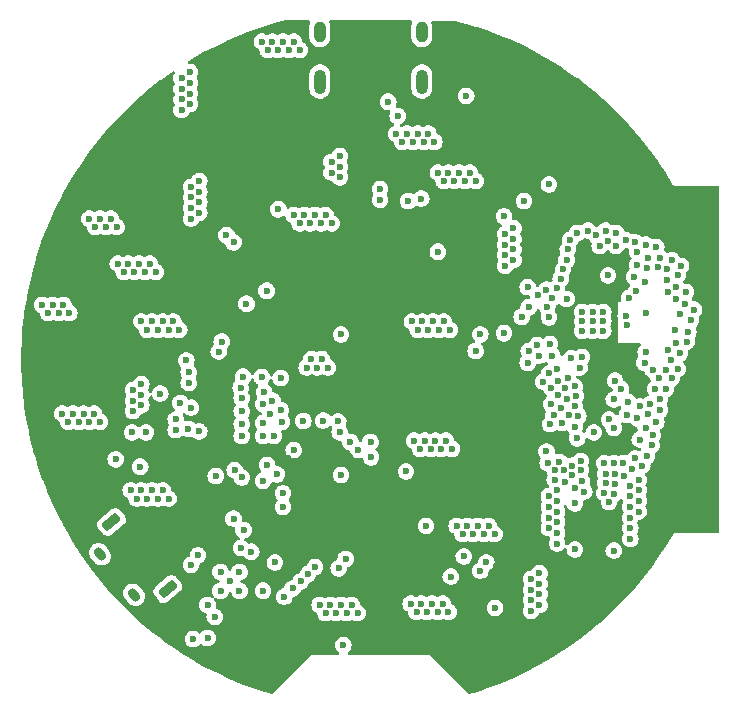
<source format=gbr>
%TF.GenerationSoftware,KiCad,Pcbnew,8.0.1*%
%TF.CreationDate,2024-05-30T22:25:26-04:00*%
%TF.ProjectId,esp32s3,65737033-3273-4332-9e6b-696361645f70,rev?*%
%TF.SameCoordinates,Original*%
%TF.FileFunction,Copper,L3,Inr*%
%TF.FilePolarity,Positive*%
%FSLAX46Y46*%
G04 Gerber Fmt 4.6, Leading zero omitted, Abs format (unit mm)*
G04 Created by KiCad (PCBNEW 8.0.1) date 2024-05-30 22:25:26*
%MOMM*%
%LPD*%
G01*
G04 APERTURE LIST*
G04 Aperture macros list*
%AMRoundRect*
0 Rectangle with rounded corners*
0 $1 Rounding radius*
0 $2 $3 $4 $5 $6 $7 $8 $9 X,Y pos of 4 corners*
0 Add a 4 corners polygon primitive as box body*
4,1,4,$2,$3,$4,$5,$6,$7,$8,$9,$2,$3,0*
0 Add four circle primitives for the rounded corners*
1,1,$1+$1,$2,$3*
1,1,$1+$1,$4,$5*
1,1,$1+$1,$6,$7*
1,1,$1+$1,$8,$9*
0 Add four rect primitives between the rounded corners*
20,1,$1+$1,$2,$3,$4,$5,0*
20,1,$1+$1,$4,$5,$6,$7,0*
20,1,$1+$1,$6,$7,$8,$9,0*
20,1,$1+$1,$8,$9,$2,$3,0*%
%AMHorizOval*
0 Thick line with rounded ends*
0 $1 width*
0 $2 $3 position (X,Y) of the first rounded end (center of the circle)*
0 $4 $5 position (X,Y) of the second rounded end (center of the circle)*
0 Add line between two ends*
20,1,$1,$2,$3,$4,$5,0*
0 Add two circle primitives to create the rounded ends*
1,1,$1,$2,$3*
1,1,$1,$4,$5*%
G04 Aperture macros list end*
%TA.AperFunction,ComponentPad*%
%ADD10O,1.000000X2.100000*%
%TD*%
%TA.AperFunction,ComponentPad*%
%ADD11O,1.000000X1.800000*%
%TD*%
%TA.AperFunction,ComponentPad*%
%ADD12RoundRect,0.131234X-0.685064X-0.223988X-0.339545X-0.635761X0.685064X0.223988X0.339545X0.635761X0*%
%TD*%
%TA.AperFunction,ComponentPad*%
%ADD13HorizOval,0.800000X0.128558X-0.153209X-0.128558X0.153209X0*%
%TD*%
%TA.AperFunction,ViaPad*%
%ADD14C,0.600000*%
%TD*%
G04 APERTURE END LIST*
D10*
%TO.N,unconnected-(J1-SHIELD-PadS1)_1*%
%TO.C,J1*%
X134345000Y-48490000D03*
D11*
%TO.N,unconnected-(J1-SHIELD-PadS1)_2*%
X134345000Y-44290000D03*
D10*
%TO.N,unconnected-(J1-SHIELD-PadS1)_0*%
X125705000Y-48490000D03*
D11*
%TO.N,unconnected-(J1-SHIELD-PadS1)*%
X125705000Y-44290000D03*
%TD*%
D12*
%TO.N,N/C*%
%TO.C,SW1*%
X108068981Y-85781036D03*
X112832038Y-91457424D03*
D13*
%TO.N,GP0*%
X109986117Y-91939540D03*
%TO.N,GND*%
X107100000Y-88500000D03*
%TD*%
D14*
%TO.N,GND*%
X119000000Y-74400000D03*
X121000000Y-74800000D03*
X121700000Y-75500000D03*
X120900000Y-75800000D03*
X121500000Y-76600000D03*
X120900000Y-77400000D03*
X119100000Y-76400000D03*
X119100000Y-77500000D03*
X119100000Y-78500000D03*
X119100000Y-75300000D03*
X121900000Y-89200000D03*
%TO.N,+3V3*%
X151500000Y-70900000D03*
X115600000Y-86500000D03*
X119000000Y-83400000D03*
%TO.N,GND*%
X145800000Y-87600000D03*
X145800000Y-86700000D03*
X152000000Y-87200000D03*
X152000000Y-86300000D03*
X145600000Y-81400000D03*
X145000000Y-80800000D03*
X143300000Y-72300000D03*
X143400000Y-71300000D03*
X155500000Y-73600000D03*
X156000000Y-72800000D03*
X156200000Y-71500000D03*
X157400000Y-67800000D03*
X156700000Y-66300000D03*
X156300000Y-64100000D03*
X155500000Y-63600000D03*
X154200000Y-62500000D03*
X150800000Y-61300000D03*
X149900000Y-61100000D03*
X144600000Y-73900000D03*
X145100000Y-73200000D03*
X145300000Y-74400000D03*
X145300000Y-75800000D03*
%TO.N,GP0*%
X122500000Y-77300000D03*
X123500000Y-79700000D03*
%TO.N,GND*%
X147900000Y-69600000D03*
X148800000Y-69600000D03*
X149700000Y-69600000D03*
X147900000Y-68800000D03*
X148800000Y-68800000D03*
X149700000Y-68800000D03*
X149700000Y-68000000D03*
X148800000Y-68000000D03*
X147900000Y-68000000D03*
%TO.N,LCD_CS*%
X130000000Y-79000000D03*
%TO.N,LCD_RST*%
X130050000Y-80300000D03*
%TO.N,GND*%
X114000000Y-50900000D03*
X114700000Y-50400000D03*
X114000000Y-49100000D03*
X114000000Y-50000000D03*
X114000000Y-48200000D03*
X114700000Y-48600000D03*
X114700000Y-49500000D03*
X114700000Y-47700000D03*
X107600000Y-60800000D03*
X108500000Y-60800000D03*
X106700000Y-60800000D03*
X107100000Y-60100000D03*
X108000000Y-60100000D03*
X106200000Y-60100000D03*
X103600000Y-68100000D03*
X104500000Y-68100000D03*
X102700000Y-68100000D03*
X103100000Y-67400000D03*
X104000000Y-67400000D03*
X102200000Y-67400000D03*
X110600000Y-75000000D03*
X110600000Y-74100000D03*
X110600000Y-75900000D03*
X109900000Y-75500000D03*
X109900000Y-74600000D03*
X109900000Y-76400000D03*
X125500000Y-72700000D03*
X126400000Y-72700000D03*
X124600000Y-72700000D03*
X125000000Y-72000000D03*
X125900000Y-72000000D03*
X115500000Y-56900000D03*
X114800000Y-58300000D03*
X115500000Y-57800000D03*
X114800000Y-57400000D03*
X114800000Y-60100000D03*
X114800000Y-59200000D03*
X115500000Y-59600000D03*
X115500000Y-58700000D03*
X144300000Y-90100000D03*
X143600000Y-91500000D03*
X144300000Y-91000000D03*
X143600000Y-90600000D03*
X143600000Y-93300000D03*
X143600000Y-92400000D03*
X144300000Y-92800000D03*
X144300000Y-91900000D03*
X145800000Y-83100000D03*
X145100000Y-84500000D03*
X145800000Y-84000000D03*
X145100000Y-83600000D03*
X145100000Y-86300000D03*
X145100000Y-85400000D03*
X145800000Y-85800000D03*
X145800000Y-84900000D03*
X152700000Y-82200000D03*
X152000000Y-83600000D03*
X152700000Y-83100000D03*
X152000000Y-82700000D03*
X152000000Y-85400000D03*
X152000000Y-84500000D03*
X152700000Y-84900000D03*
X152700000Y-84000000D03*
X153300000Y-62300000D03*
X156000000Y-64900000D03*
X153500000Y-63400000D03*
X154500000Y-63400000D03*
X142100000Y-60900000D03*
X141400000Y-62300000D03*
X142100000Y-61800000D03*
X141400000Y-61400000D03*
X141400000Y-64100000D03*
X141400000Y-63200000D03*
X142100000Y-63600000D03*
X142100000Y-62700000D03*
X127400000Y-54800000D03*
X126700000Y-56200000D03*
X127400000Y-55700000D03*
X126700000Y-55300000D03*
X127400000Y-56600000D03*
X124000000Y-45800000D03*
X122600000Y-45100000D03*
X123100000Y-45800000D03*
X123500000Y-45100000D03*
X120800000Y-45100000D03*
X121700000Y-45100000D03*
X121300000Y-45800000D03*
X122200000Y-45800000D03*
X135400000Y-53600000D03*
X134000000Y-52900000D03*
X134500000Y-53600000D03*
X134900000Y-52900000D03*
X132200000Y-52900000D03*
X133100000Y-52900000D03*
X132700000Y-53600000D03*
X133600000Y-53600000D03*
X138900000Y-56900000D03*
X137500000Y-56200000D03*
X138000000Y-56900000D03*
X138400000Y-56200000D03*
X135700000Y-56200000D03*
X136600000Y-56200000D03*
X136200000Y-56900000D03*
X137100000Y-56900000D03*
X126700000Y-60500000D03*
X125300000Y-59800000D03*
X125800000Y-60500000D03*
X126200000Y-59800000D03*
X123500000Y-59800000D03*
X124400000Y-59800000D03*
X124000000Y-60500000D03*
X124900000Y-60500000D03*
X136700000Y-69500000D03*
X135300000Y-68800000D03*
X135800000Y-69500000D03*
X136200000Y-68800000D03*
X133500000Y-68800000D03*
X134400000Y-68800000D03*
X134000000Y-69500000D03*
X134900000Y-69500000D03*
X136900000Y-79600000D03*
X135500000Y-78900000D03*
X136000000Y-79600000D03*
X136400000Y-78900000D03*
X133700000Y-78900000D03*
X134600000Y-78900000D03*
X134200000Y-79600000D03*
X135100000Y-79600000D03*
X140500000Y-86800000D03*
X139100000Y-86100000D03*
X139600000Y-86800000D03*
X140000000Y-86100000D03*
X137300000Y-86100000D03*
X138200000Y-86100000D03*
X137800000Y-86800000D03*
X138700000Y-86800000D03*
X136600000Y-93400000D03*
X135200000Y-92700000D03*
X135700000Y-93400000D03*
X136100000Y-92700000D03*
X133400000Y-92700000D03*
X134300000Y-92700000D03*
X133900000Y-93400000D03*
X134800000Y-93400000D03*
X128900000Y-93500000D03*
X127500000Y-92800000D03*
X128000000Y-93500000D03*
X128400000Y-92800000D03*
X125700000Y-92800000D03*
X126600000Y-92800000D03*
X126200000Y-93500000D03*
X127100000Y-93500000D03*
X112900000Y-83800000D03*
X111500000Y-83100000D03*
X112000000Y-83800000D03*
X112400000Y-83100000D03*
X109700000Y-83100000D03*
X110600000Y-83100000D03*
X110200000Y-83800000D03*
X111100000Y-83800000D03*
X107100000Y-77300000D03*
X105700000Y-76600000D03*
X106200000Y-77300000D03*
X106600000Y-76600000D03*
X103900000Y-76600000D03*
X104800000Y-76600000D03*
X104400000Y-77300000D03*
X105300000Y-77300000D03*
X113800000Y-69500000D03*
X112400000Y-68800000D03*
X112900000Y-69500000D03*
X113300000Y-68800000D03*
X110600000Y-68800000D03*
X111500000Y-68800000D03*
X111100000Y-69500000D03*
X112000000Y-69500000D03*
X108600000Y-63900000D03*
X109100000Y-64600000D03*
X111800000Y-64600000D03*
X110900000Y-64600000D03*
X110000000Y-64600000D03*
X109500000Y-63900000D03*
X110400000Y-63900000D03*
X111300000Y-63900000D03*
X154500000Y-76300000D03*
X154200000Y-77300000D03*
X155000000Y-74500000D03*
X154100000Y-74500000D03*
X154500000Y-75400000D03*
X153300000Y-71400000D03*
X153200000Y-72300000D03*
X153900000Y-72900000D03*
X151800000Y-75600000D03*
X151200000Y-74500000D03*
X146600000Y-75400000D03*
X147300000Y-77700000D03*
X150700000Y-81700000D03*
X144900000Y-79800000D03*
X146700000Y-73600000D03*
X145900000Y-73800000D03*
X145800000Y-72800000D03*
X144100000Y-70800000D03*
X144300000Y-71700000D03*
X145200000Y-70700000D03*
X144200000Y-66600000D03*
X144900000Y-66100000D03*
%TO.N,Net-(U6-XTB)*%
X153300000Y-68100000D03*
%TO.N,GND*%
X113500000Y-78000000D03*
X113500000Y-77100000D03*
X122400000Y-73600000D03*
X120800000Y-73500000D03*
X122400000Y-76300000D03*
X121800000Y-78500000D03*
X120900000Y-78500000D03*
%TO.N,LoRa_NSS*%
X145400000Y-71700000D03*
%TO.N,GND*%
X126000000Y-77200000D03*
X127500000Y-81800000D03*
%TO.N,MOSI*%
X141300000Y-69800000D03*
%TO.N,+3V3*%
X145000000Y-64100000D03*
%TO.N,CHG_STAT*%
X139300000Y-69900000D03*
%TO.N,MOSI*%
X130800000Y-58500000D03*
X133200000Y-58600000D03*
%TO.N,MISO*%
X134300000Y-58400000D03*
X130800000Y-57600000D03*
%TO.N,+3V3*%
X139800000Y-49700000D03*
%TO.N,GPS_ON*%
X120900000Y-91600000D03*
X122200000Y-59300000D03*
%TO.N,+3V3*%
X134100000Y-90000000D03*
X123026085Y-80373915D03*
X148000000Y-63100000D03*
X140600000Y-89600000D03*
X144600000Y-78700000D03*
X122300000Y-86500000D03*
X128300971Y-80252441D03*
X148000000Y-62300000D03*
X115720000Y-69760000D03*
X122300000Y-54100000D03*
X118100000Y-88000000D03*
X120800000Y-70600000D03*
X136800000Y-53600000D03*
X114200000Y-52300000D03*
X148000000Y-64000000D03*
X107800000Y-68400000D03*
X116800000Y-66100000D03*
%TO.N,GPS_TXD*%
X118400000Y-62100000D03*
X119100000Y-82000000D03*
%TO.N,GPS_RXD*%
X118500000Y-81400000D03*
X117800000Y-61500000D03*
%TO.N,VCC*%
X138100000Y-49700000D03*
X145100000Y-57200000D03*
%TO.N,Net-(J1-CC1)*%
X131500000Y-50200000D03*
X132300000Y-51400000D03*
%TO.N,Net-(U6-XTB)*%
X151600000Y-68300000D03*
%TO.N,Net-(U6-XTA)*%
X155800000Y-69500000D03*
X151700000Y-69141158D03*
%TO.N,ANT_SW_CTRL*%
X146600000Y-66900000D03*
X152800000Y-78800000D03*
%TO.N,LCD_RST*%
X116800000Y-93800000D03*
%TO.N,LoRa_BUSY*%
X115400000Y-88600000D03*
X144974265Y-67574265D03*
%TO.N,LoRa_NSS*%
X114968081Y-95700000D03*
%TO.N,INT_MAG*%
X122701302Y-92101302D03*
X140550000Y-93050000D03*
%TO.N,+3V3*%
X132300000Y-84500000D03*
X131100000Y-82800000D03*
%TO.N,SCK*%
X138900000Y-71300000D03*
X117400000Y-70500000D03*
X121200000Y-66200000D03*
X116900000Y-81900000D03*
%TO.N,XL_INT1*%
X124100000Y-90800000D03*
X139800000Y-89200000D03*
%TO.N,LCD_CS*%
X134700000Y-86100000D03*
X116200000Y-92800000D03*
%TO.N,LCD_HSYNC*%
X127262500Y-77262500D03*
X121250000Y-80950000D03*
%TO.N,Net-(J5-Pin_12)*%
X122600000Y-83350000D03*
X128976515Y-79676429D03*
%TO.N,LoRa_RST*%
X116200000Y-95600000D03*
X145103260Y-68452940D03*
%TO.N,LCD_VSYNC*%
X122074925Y-81753431D03*
X127400000Y-78200000D03*
%TO.N,LoRa_DIO1*%
X114800000Y-89400000D03*
X145400000Y-66800000D03*
%TO.N,CHIP_PU*%
X124312500Y-77212500D03*
X119500000Y-67300000D03*
%TO.N,XL_INT0*%
X123401302Y-91401302D03*
X139300000Y-89900000D03*
%TO.N,Net-(J5-Pin_2)*%
X133000000Y-81500000D03*
X127300000Y-89700000D03*
%TO.N,LCD_DE*%
X128300000Y-79000000D03*
X120900000Y-82300000D03*
%TO.N,BAT_V*%
X127500000Y-69900000D03*
X135700000Y-62900000D03*
%TO.N,SDA*%
X114575000Y-77900000D03*
X137900000Y-88700000D03*
X125300000Y-89600000D03*
X119025735Y-87974265D03*
%TO.N,SCL*%
X124700000Y-90200000D03*
X136800000Y-90400000D03*
X119900000Y-88300000D03*
X115500000Y-78100000D03*
%TO.N,MISO*%
X143400000Y-67600000D03*
X108424265Y-80475735D03*
%TO.N,GPIO_INT*%
X119218611Y-73481389D03*
X119250000Y-86450000D03*
%TO.N,MOSI*%
X142792433Y-68407567D03*
X110500000Y-81100000D03*
%TO.N,SPI_IO1*%
X111000000Y-78200000D03*
X113900000Y-75700000D03*
%TO.N,SPI_IO2*%
X112200000Y-74900000D03*
X114600000Y-73100000D03*
%TO.N,SPI_IO0*%
X114800000Y-76100000D03*
X114400000Y-72100000D03*
%TO.N,SPI_CS0*%
X114600000Y-74000000D03*
X109800000Y-78200000D03*
%TO.N,GPIO_RST*%
X117150000Y-71350000D03*
X118400000Y-85500000D03*
%TO.N,CHG_STAT*%
X143000000Y-58600000D03*
X127900000Y-88900000D03*
X143300000Y-65900000D03*
%TO.N,GND*%
X152600000Y-77000000D03*
X118100000Y-90800000D03*
X145900000Y-75000000D03*
X146500000Y-82400000D03*
X152400000Y-62100000D03*
X155000000Y-72900000D03*
X117300000Y-91600000D03*
X152800000Y-76000000D03*
X122600000Y-84500000D03*
X147100000Y-81000000D03*
X147900000Y-71800000D03*
X147600000Y-76800000D03*
X149900000Y-82500000D03*
X149400000Y-62400000D03*
X117300000Y-90000000D03*
X155200000Y-71200000D03*
X145500000Y-76700000D03*
X148100000Y-83200000D03*
X151400000Y-80800000D03*
X147274997Y-82900000D03*
X147300000Y-88100000D03*
X147800000Y-80600000D03*
X146800000Y-76700000D03*
X153000000Y-81000000D03*
X152400000Y-80400000D03*
X151500000Y-81900000D03*
X156600000Y-67300000D03*
X148900000Y-78200000D03*
X154300000Y-64200000D03*
X146100000Y-65200000D03*
X153700000Y-75800000D03*
X147000000Y-71900000D03*
X153400000Y-64300000D03*
X151600000Y-61900000D03*
X150200000Y-84100000D03*
X146400000Y-81400000D03*
X156200000Y-68200000D03*
X151900000Y-66800000D03*
X150600000Y-80800000D03*
X147900000Y-82300000D03*
X147300000Y-84200000D03*
X127700000Y-96200000D03*
X147500000Y-61300000D03*
X146600000Y-63600000D03*
X146200000Y-77400000D03*
X150200000Y-77100000D03*
X155900000Y-70600000D03*
X149100000Y-61500000D03*
X141300000Y-59900000D03*
X152300000Y-65000000D03*
X146000000Y-80700000D03*
X150700000Y-82600000D03*
X147300000Y-76000000D03*
X153300000Y-77800000D03*
X154400000Y-73600000D03*
X153200000Y-65500000D03*
X153800000Y-79300000D03*
X155900000Y-65900000D03*
X147500000Y-78700000D03*
X145800000Y-66000000D03*
X145200000Y-77500000D03*
X147100000Y-81800000D03*
X145600000Y-82200000D03*
X157100000Y-68700000D03*
X149800000Y-80800000D03*
X155100000Y-65300000D03*
X152600000Y-64000000D03*
X153400000Y-80200000D03*
X118900000Y-91600000D03*
X146300000Y-64400000D03*
X153900000Y-78400000D03*
X152100000Y-81300000D03*
X147300000Y-74300000D03*
X155100000Y-64400000D03*
X146100000Y-76100000D03*
X155400000Y-72100000D03*
X150100000Y-64900000D03*
X149900000Y-81700000D03*
X156900000Y-69700000D03*
X153500000Y-76600000D03*
X147700000Y-72700000D03*
X150600000Y-83400000D03*
X150800000Y-62400000D03*
X152500000Y-66200000D03*
X118900000Y-90000000D03*
X152600000Y-62900000D03*
X151700000Y-76700000D03*
X148400000Y-61100000D03*
X149800000Y-83300000D03*
X146700000Y-62700000D03*
X150600000Y-77800000D03*
X147800000Y-81400000D03*
X155900000Y-66900000D03*
X146500000Y-74400000D03*
X150600000Y-75400000D03*
X147400000Y-75100000D03*
X150700000Y-73800000D03*
X146900000Y-61900000D03*
X155200000Y-66300000D03*
X150100000Y-62000000D03*
X156800000Y-70500000D03*
X150600000Y-88200000D03*
%TD*%
%TA.AperFunction,Conductor*%
%TO.N,+3V3*%
G36*
X124855944Y-43320185D02*
G01*
X124901699Y-43372989D01*
X124911643Y-43442147D01*
X124903466Y-43471952D01*
X124839106Y-43627332D01*
X124839103Y-43627341D01*
X124804500Y-43801304D01*
X124804500Y-44778695D01*
X124839103Y-44952658D01*
X124839106Y-44952667D01*
X124906983Y-45116540D01*
X124906990Y-45116553D01*
X125005535Y-45264034D01*
X125005538Y-45264038D01*
X125130961Y-45389461D01*
X125130965Y-45389464D01*
X125278446Y-45488009D01*
X125278459Y-45488016D01*
X125372970Y-45527163D01*
X125442334Y-45555894D01*
X125442336Y-45555894D01*
X125442341Y-45555896D01*
X125616304Y-45590499D01*
X125616307Y-45590500D01*
X125616309Y-45590500D01*
X125793693Y-45590500D01*
X125793694Y-45590499D01*
X125851682Y-45578964D01*
X125967658Y-45555896D01*
X125967661Y-45555894D01*
X125967666Y-45555894D01*
X126131547Y-45488013D01*
X126279035Y-45389464D01*
X126404464Y-45264035D01*
X126503013Y-45116547D01*
X126570894Y-44952666D01*
X126575179Y-44931128D01*
X126605499Y-44778695D01*
X126605500Y-44778693D01*
X126605500Y-43801306D01*
X126605499Y-43801304D01*
X126570896Y-43627341D01*
X126570893Y-43627332D01*
X126506534Y-43471952D01*
X126499065Y-43402482D01*
X126530341Y-43340003D01*
X126590430Y-43304352D01*
X126621095Y-43300500D01*
X129998961Y-43300500D01*
X129999577Y-43300502D01*
X133422476Y-43317517D01*
X133489414Y-43337534D01*
X133534906Y-43390565D01*
X133544506Y-43459772D01*
X133536419Y-43488966D01*
X133479106Y-43627334D01*
X133479105Y-43627338D01*
X133479104Y-43627341D01*
X133479103Y-43627341D01*
X133444500Y-43801304D01*
X133444500Y-44778695D01*
X133479103Y-44952658D01*
X133479106Y-44952667D01*
X133546983Y-45116540D01*
X133546990Y-45116553D01*
X133645535Y-45264034D01*
X133645538Y-45264038D01*
X133770961Y-45389461D01*
X133770965Y-45389464D01*
X133918446Y-45488009D01*
X133918459Y-45488016D01*
X134012970Y-45527163D01*
X134082334Y-45555894D01*
X134082336Y-45555894D01*
X134082341Y-45555896D01*
X134256304Y-45590499D01*
X134256307Y-45590500D01*
X134256309Y-45590500D01*
X134433693Y-45590500D01*
X134433694Y-45590499D01*
X134491682Y-45578964D01*
X134607658Y-45555896D01*
X134607661Y-45555894D01*
X134607666Y-45555894D01*
X134771547Y-45488013D01*
X134919035Y-45389464D01*
X135044464Y-45264035D01*
X135143013Y-45116547D01*
X135210894Y-44952666D01*
X135215179Y-44931128D01*
X135245499Y-44778695D01*
X135245500Y-44778693D01*
X135245500Y-43801306D01*
X135245499Y-43801304D01*
X135210896Y-43627341D01*
X135210893Y-43627332D01*
X135157391Y-43498165D01*
X135149922Y-43428696D01*
X135181197Y-43366217D01*
X135241287Y-43330565D01*
X135272560Y-43326715D01*
X137135218Y-43335975D01*
X137166560Y-43340164D01*
X138110466Y-43592035D01*
X138114578Y-43593210D01*
X138924212Y-43839746D01*
X139094421Y-43891575D01*
X139098528Y-43892904D01*
X140067379Y-44225192D01*
X140071431Y-44226660D01*
X140612288Y-44433469D01*
X141028163Y-44592488D01*
X141032168Y-44594100D01*
X141975556Y-44992998D01*
X141979496Y-44994745D01*
X142908464Y-45426259D01*
X142912297Y-45428122D01*
X143825682Y-45891714D01*
X143829498Y-45893735D01*
X144726168Y-46388829D01*
X144729873Y-46390960D01*
X145608785Y-46916979D01*
X145612400Y-46919228D01*
X146312517Y-47372068D01*
X146472497Y-47475544D01*
X146476069Y-47477945D01*
X146832395Y-47726428D01*
X147316195Y-48063805D01*
X147319693Y-48066335D01*
X147525056Y-48220441D01*
X148097490Y-48650000D01*
X148138967Y-48681124D01*
X148142364Y-48683767D01*
X148939721Y-49326689D01*
X148943028Y-49329452D01*
X149570003Y-49872070D01*
X149717523Y-49999741D01*
X149720728Y-50002614D01*
X150071182Y-50327930D01*
X150471415Y-50699455D01*
X150474528Y-50702447D01*
X150746352Y-50972989D01*
X151159943Y-51384629D01*
X151200507Y-51425001D01*
X151203507Y-51428093D01*
X151903902Y-52175490D01*
X151906768Y-52178657D01*
X152389490Y-52731125D01*
X152580719Y-52949983D01*
X152583503Y-52953283D01*
X153230190Y-53747594D01*
X153232857Y-53750989D01*
X153851500Y-54567329D01*
X153854047Y-54570815D01*
X154326096Y-55240959D01*
X154413003Y-55364337D01*
X154443888Y-55408182D01*
X154446312Y-55411754D01*
X155006637Y-56269135D01*
X155008936Y-56272789D01*
X155539558Y-57149954D01*
X155540845Y-57152132D01*
X155562886Y-57190306D01*
X155564090Y-57192102D01*
X155564136Y-57192182D01*
X155564137Y-57192183D01*
X155590855Y-57216094D01*
X155595843Y-57220814D01*
X155615489Y-57240460D01*
X155615492Y-57240462D01*
X155621938Y-57245408D01*
X155621798Y-57245590D01*
X155632360Y-57253239D01*
X155635067Y-57255662D01*
X155635068Y-57255662D01*
X155635069Y-57255663D01*
X155649658Y-57262105D01*
X155657668Y-57265643D01*
X155669577Y-57271688D01*
X155684009Y-57280020D01*
X155684011Y-57280021D01*
X155690569Y-57281778D01*
X155708573Y-57288122D01*
X155722146Y-57294116D01*
X155735615Y-57295490D01*
X155755111Y-57299072D01*
X155760438Y-57300500D01*
X155778402Y-57300500D01*
X155790991Y-57301141D01*
X155816842Y-57303779D01*
X155816842Y-57303778D01*
X155816843Y-57303779D01*
X155818369Y-57303449D01*
X155819121Y-57303288D01*
X155845267Y-57300500D01*
X159375500Y-57300500D01*
X159442539Y-57320185D01*
X159488294Y-57372989D01*
X159499500Y-57424500D01*
X159499500Y-86577509D01*
X159479815Y-86644548D01*
X159427011Y-86690303D01*
X159376088Y-86701508D01*
X155877243Y-86718112D01*
X155850521Y-86715328D01*
X155849232Y-86715050D01*
X155849225Y-86715049D01*
X155822371Y-86717790D01*
X155810379Y-86718430D01*
X155791553Y-86718520D01*
X155791402Y-86718521D01*
X155791400Y-86718521D01*
X155791396Y-86718522D01*
X155787055Y-86719707D01*
X155767005Y-86723440D01*
X155754536Y-86724713D01*
X155754528Y-86724715D01*
X155740026Y-86731119D01*
X155722617Y-86737302D01*
X155715077Y-86739361D01*
X155715069Y-86739364D01*
X155701544Y-86747258D01*
X155689147Y-86753588D01*
X155667460Y-86763166D01*
X155667453Y-86763171D01*
X155663984Y-86766276D01*
X155653100Y-86774198D01*
X155653159Y-86774274D01*
X155646735Y-86779251D01*
X155627880Y-86798285D01*
X155622486Y-86803414D01*
X155596524Y-86826650D01*
X155596518Y-86826657D01*
X155596345Y-86826956D01*
X155593338Y-86831466D01*
X155573247Y-86866649D01*
X155571612Y-86869428D01*
X155014142Y-87789247D01*
X155011726Y-87793074D01*
X154421258Y-88691628D01*
X154418704Y-88695365D01*
X153795822Y-89571792D01*
X153793133Y-89575433D01*
X153138684Y-90428539D01*
X153135864Y-90432079D01*
X152450714Y-91260733D01*
X152447766Y-91264168D01*
X151732853Y-92067239D01*
X151729783Y-92070564D01*
X150986001Y-92847048D01*
X150982811Y-92850259D01*
X150211229Y-93599039D01*
X150207923Y-93602132D01*
X149409479Y-94322298D01*
X149406064Y-94325267D01*
X149196916Y-94500500D01*
X148581895Y-95015789D01*
X148578397Y-95018614D01*
X147729562Y-95678610D01*
X147725938Y-95681323D01*
X146853604Y-96309884D01*
X146849884Y-96312463D01*
X145955180Y-96908777D01*
X145951369Y-96911218D01*
X145035488Y-97474487D01*
X145031590Y-97476787D01*
X144095763Y-98006254D01*
X144091783Y-98008410D01*
X143137295Y-98503353D01*
X143133240Y-98505363D01*
X142161300Y-98965150D01*
X142157174Y-98967011D01*
X141169086Y-99391028D01*
X141164894Y-99392737D01*
X140161987Y-99780412D01*
X140157736Y-99781966D01*
X139141399Y-100132762D01*
X139137095Y-100134161D01*
X138341042Y-100376794D01*
X138271176Y-100377510D01*
X138215506Y-100344126D01*
X135000001Y-97000000D01*
X135000000Y-97000000D01*
X128180313Y-97000000D01*
X128113274Y-96980315D01*
X128067519Y-96927511D01*
X128057575Y-96858353D01*
X128086600Y-96794797D01*
X128098086Y-96783185D01*
X128152044Y-96735381D01*
X128228183Y-96667929D01*
X128324818Y-96527930D01*
X128385140Y-96368872D01*
X128405645Y-96200000D01*
X128385140Y-96031128D01*
X128324818Y-95872070D01*
X128322608Y-95868869D01*
X128253583Y-95768869D01*
X128228183Y-95732071D01*
X128100852Y-95619266D01*
X128100849Y-95619263D01*
X127950226Y-95540210D01*
X127785056Y-95499500D01*
X127614944Y-95499500D01*
X127449773Y-95540210D01*
X127299150Y-95619263D01*
X127171816Y-95732072D01*
X127075182Y-95872068D01*
X127014860Y-96031125D01*
X127014859Y-96031130D01*
X126994355Y-96200000D01*
X127014859Y-96368869D01*
X127014860Y-96368874D01*
X127075182Y-96527931D01*
X127171818Y-96667930D01*
X127301914Y-96783185D01*
X127339041Y-96842374D01*
X127338273Y-96912239D01*
X127299856Y-96970599D01*
X127235985Y-96998924D01*
X127219687Y-97000000D01*
X125000000Y-97000000D01*
X121785576Y-100342998D01*
X121724921Y-100377678D01*
X121660948Y-100375937D01*
X121078121Y-100203149D01*
X121073805Y-100201784D01*
X120054762Y-99858742D01*
X120050500Y-99857220D01*
X119044677Y-99477225D01*
X119040472Y-99475548D01*
X118049185Y-99059096D01*
X118045045Y-99057267D01*
X117069621Y-98604917D01*
X117065550Y-98602938D01*
X116107286Y-98115290D01*
X116103290Y-98113164D01*
X115163458Y-97590867D01*
X115159543Y-97588597D01*
X114239391Y-97032344D01*
X114235561Y-97029932D01*
X113336341Y-96440479D01*
X113332601Y-96437929D01*
X112455472Y-95816036D01*
X112451828Y-95813351D01*
X112303724Y-95700000D01*
X114262436Y-95700000D01*
X114282940Y-95868869D01*
X114282941Y-95868874D01*
X114343263Y-96027931D01*
X114374308Y-96072906D01*
X114439898Y-96167929D01*
X114537593Y-96254479D01*
X114567231Y-96280736D01*
X114717854Y-96359789D01*
X114717856Y-96359790D01*
X114883025Y-96400500D01*
X115053137Y-96400500D01*
X115218306Y-96359790D01*
X115313393Y-96309884D01*
X115368930Y-96280736D01*
X115368931Y-96280734D01*
X115368933Y-96280734D01*
X115496264Y-96167929D01*
X115526202Y-96124555D01*
X115580485Y-96080566D01*
X115649933Y-96072906D01*
X115710479Y-96102180D01*
X115799150Y-96180736D01*
X115939656Y-96254479D01*
X115949775Y-96259790D01*
X116114944Y-96300500D01*
X116285056Y-96300500D01*
X116450225Y-96259790D01*
X116564144Y-96200000D01*
X116600849Y-96180736D01*
X116600850Y-96180734D01*
X116600852Y-96180734D01*
X116728183Y-96067929D01*
X116824818Y-95927930D01*
X116885140Y-95768872D01*
X116905645Y-95600000D01*
X116885140Y-95431128D01*
X116824818Y-95272070D01*
X116797208Y-95232071D01*
X116758122Y-95175445D01*
X116728183Y-95132071D01*
X116600852Y-95019266D01*
X116600849Y-95019263D01*
X116450226Y-94940210D01*
X116285056Y-94899500D01*
X116114944Y-94899500D01*
X115949773Y-94940210D01*
X115799150Y-95019263D01*
X115671816Y-95132071D01*
X115641877Y-95175445D01*
X115587593Y-95219434D01*
X115518144Y-95227092D01*
X115457601Y-95197819D01*
X115368930Y-95119263D01*
X115218307Y-95040210D01*
X115053137Y-94999500D01*
X114883025Y-94999500D01*
X114717854Y-95040210D01*
X114567231Y-95119263D01*
X114439897Y-95232072D01*
X114343263Y-95372068D01*
X114282941Y-95531125D01*
X114282940Y-95531130D01*
X114262436Y-95700000D01*
X112303724Y-95700000D01*
X111597985Y-95159866D01*
X111594442Y-95157050D01*
X110765027Y-94472846D01*
X110761588Y-94469902D01*
X109957683Y-93755871D01*
X109954355Y-93752804D01*
X109177073Y-93009939D01*
X109173858Y-93006753D01*
X109137010Y-92968869D01*
X109017420Y-92845915D01*
X108424167Y-92235974D01*
X108421071Y-92232672D01*
X108025510Y-91795110D01*
X109053234Y-91795110D01*
X109070399Y-91951850D01*
X109070399Y-91951852D01*
X109070400Y-91951854D01*
X109116954Y-92099500D01*
X109117819Y-92102243D01*
X109191186Y-92235974D01*
X109193662Y-92240487D01*
X109352039Y-92429233D01*
X109552134Y-92667696D01*
X109552136Y-92667698D01*
X109675110Y-92766395D01*
X109675112Y-92766396D01*
X109814980Y-92839207D01*
X109966366Y-92883332D01*
X110123451Y-92897075D01*
X110280198Y-92879908D01*
X110430585Y-92832490D01*
X110489807Y-92800000D01*
X115494355Y-92800000D01*
X115514859Y-92968869D01*
X115514860Y-92968874D01*
X115575182Y-93127931D01*
X115637475Y-93218177D01*
X115671817Y-93267929D01*
X115744219Y-93332071D01*
X115799150Y-93380736D01*
X115949774Y-93459790D01*
X115976082Y-93466274D01*
X116024820Y-93478286D01*
X116085200Y-93513441D01*
X116116989Y-93575660D01*
X116115672Y-93623671D01*
X116115764Y-93623683D01*
X116115645Y-93624662D01*
X116115544Y-93628349D01*
X116114860Y-93631122D01*
X116094355Y-93800000D01*
X116114859Y-93968869D01*
X116114860Y-93968874D01*
X116175182Y-94127931D01*
X116201253Y-94165700D01*
X116271817Y-94267929D01*
X116373676Y-94358168D01*
X116399150Y-94380736D01*
X116549773Y-94459789D01*
X116549775Y-94459790D01*
X116714944Y-94500500D01*
X116885056Y-94500500D01*
X117050225Y-94459790D01*
X117129692Y-94418081D01*
X117200849Y-94380736D01*
X117200850Y-94380734D01*
X117200852Y-94380734D01*
X117328183Y-94267929D01*
X117424818Y-94127930D01*
X117485140Y-93968872D01*
X117505645Y-93800000D01*
X117485140Y-93631128D01*
X117483926Y-93627928D01*
X117424817Y-93472068D01*
X117347316Y-93359790D01*
X117328183Y-93332071D01*
X117214244Y-93231130D01*
X117200849Y-93219263D01*
X117050226Y-93140210D01*
X116975179Y-93121713D01*
X116914799Y-93086557D01*
X116883010Y-93024338D01*
X116884329Y-92976328D01*
X116884236Y-92976317D01*
X116884356Y-92975322D01*
X116884458Y-92971636D01*
X116885136Y-92968881D01*
X116885140Y-92968872D01*
X116905645Y-92800000D01*
X116885140Y-92631128D01*
X116881173Y-92620669D01*
X116824817Y-92472068D01*
X116753050Y-92368096D01*
X116731167Y-92301742D01*
X116748632Y-92234090D01*
X116799900Y-92186620D01*
X116868694Y-92174403D01*
X116912722Y-92187858D01*
X117049775Y-92259790D01*
X117214944Y-92300500D01*
X117385056Y-92300500D01*
X117550225Y-92259790D01*
X117638653Y-92213379D01*
X117700849Y-92180736D01*
X117700850Y-92180734D01*
X117700852Y-92180734D01*
X117828183Y-92067929D01*
X117924818Y-91927930D01*
X117984058Y-91771722D01*
X118026235Y-91716022D01*
X118091833Y-91691964D01*
X118160023Y-91707191D01*
X118209157Y-91756866D01*
X118215939Y-91771718D01*
X118237258Y-91827931D01*
X118275182Y-91927931D01*
X118334293Y-92013567D01*
X118371817Y-92067929D01*
X118453405Y-92140209D01*
X118499150Y-92180736D01*
X118614086Y-92241059D01*
X118649775Y-92259790D01*
X118814944Y-92300500D01*
X118985056Y-92300500D01*
X119150225Y-92259790D01*
X119238653Y-92213379D01*
X119300849Y-92180736D01*
X119300850Y-92180734D01*
X119300852Y-92180734D01*
X119428183Y-92067929D01*
X119524818Y-91927930D01*
X119585140Y-91768872D01*
X119605645Y-91600000D01*
X120194355Y-91600000D01*
X120214859Y-91768869D01*
X120214860Y-91768874D01*
X120275182Y-91927931D01*
X120334293Y-92013567D01*
X120371817Y-92067929D01*
X120453405Y-92140209D01*
X120499150Y-92180736D01*
X120614086Y-92241059D01*
X120649775Y-92259790D01*
X120814944Y-92300500D01*
X120985056Y-92300500D01*
X121150225Y-92259790D01*
X121238653Y-92213379D01*
X121300849Y-92180736D01*
X121300850Y-92180734D01*
X121300852Y-92180734D01*
X121390513Y-92101302D01*
X121995657Y-92101302D01*
X122016161Y-92270171D01*
X122016162Y-92270176D01*
X122076484Y-92429233D01*
X122106053Y-92472070D01*
X122173119Y-92569231D01*
X122242987Y-92631128D01*
X122300452Y-92682038D01*
X122411290Y-92740210D01*
X122451077Y-92761092D01*
X122616246Y-92801802D01*
X122786358Y-92801802D01*
X122793669Y-92800000D01*
X124994355Y-92800000D01*
X125014859Y-92968869D01*
X125014860Y-92968874D01*
X125075182Y-93127931D01*
X125137475Y-93218177D01*
X125171817Y-93267929D01*
X125299148Y-93380734D01*
X125434550Y-93451799D01*
X125484761Y-93500382D01*
X125500019Y-93546647D01*
X125514859Y-93668869D01*
X125514860Y-93668874D01*
X125575182Y-93827931D01*
X125637475Y-93918177D01*
X125671817Y-93967929D01*
X125749999Y-94037192D01*
X125799150Y-94080736D01*
X125889071Y-94127930D01*
X125949775Y-94159790D01*
X126114944Y-94200500D01*
X126285056Y-94200500D01*
X126450225Y-94159790D01*
X126531646Y-94117056D01*
X126592374Y-94085184D01*
X126660882Y-94071458D01*
X126707626Y-94085184D01*
X126789071Y-94127930D01*
X126849775Y-94159790D01*
X127014944Y-94200500D01*
X127185056Y-94200500D01*
X127350225Y-94159790D01*
X127431646Y-94117056D01*
X127492374Y-94085184D01*
X127560882Y-94071458D01*
X127607626Y-94085184D01*
X127689071Y-94127930D01*
X127749775Y-94159790D01*
X127914944Y-94200500D01*
X128085056Y-94200500D01*
X128250225Y-94159790D01*
X128331646Y-94117056D01*
X128392374Y-94085184D01*
X128460882Y-94071458D01*
X128507626Y-94085184D01*
X128589071Y-94127930D01*
X128649775Y-94159790D01*
X128814944Y-94200500D01*
X128985056Y-94200500D01*
X129150225Y-94159790D01*
X129229692Y-94118081D01*
X129300849Y-94080736D01*
X129300850Y-94080734D01*
X129300852Y-94080734D01*
X129428183Y-93967929D01*
X129524818Y-93827930D01*
X129585140Y-93668872D01*
X129605645Y-93500000D01*
X129585140Y-93331128D01*
X129524818Y-93172070D01*
X129521958Y-93167927D01*
X129465792Y-93086557D01*
X129428183Y-93032071D01*
X129300852Y-92919266D01*
X129165447Y-92848199D01*
X129115238Y-92799617D01*
X129099981Y-92753354D01*
X129093503Y-92700000D01*
X132694355Y-92700000D01*
X132714859Y-92868869D01*
X132714860Y-92868874D01*
X132775182Y-93027931D01*
X132837475Y-93118177D01*
X132871817Y-93167929D01*
X132999148Y-93280734D01*
X133134550Y-93351799D01*
X133184761Y-93400382D01*
X133200019Y-93446647D01*
X133214859Y-93568869D01*
X133214860Y-93568874D01*
X133275182Y-93727931D01*
X133324929Y-93800000D01*
X133371817Y-93867929D01*
X133449999Y-93937192D01*
X133499150Y-93980736D01*
X133649773Y-94059789D01*
X133649775Y-94059790D01*
X133814944Y-94100500D01*
X133985056Y-94100500D01*
X134150225Y-94059790D01*
X134231646Y-94017056D01*
X134292374Y-93985184D01*
X134360882Y-93971458D01*
X134407626Y-93985184D01*
X134549773Y-94059789D01*
X134549775Y-94059790D01*
X134714944Y-94100500D01*
X134885056Y-94100500D01*
X135050225Y-94059790D01*
X135131646Y-94017056D01*
X135192374Y-93985184D01*
X135260882Y-93971458D01*
X135307626Y-93985184D01*
X135449773Y-94059789D01*
X135449775Y-94059790D01*
X135614944Y-94100500D01*
X135785056Y-94100500D01*
X135950225Y-94059790D01*
X136031646Y-94017056D01*
X136092374Y-93985184D01*
X136160882Y-93971458D01*
X136207626Y-93985184D01*
X136349773Y-94059789D01*
X136349775Y-94059790D01*
X136514944Y-94100500D01*
X136685056Y-94100500D01*
X136850225Y-94059790D01*
X136929692Y-94018081D01*
X137000849Y-93980736D01*
X137000850Y-93980734D01*
X137000852Y-93980734D01*
X137128183Y-93867929D01*
X137224818Y-93727930D01*
X137285140Y-93568872D01*
X137305645Y-93400000D01*
X137285140Y-93231128D01*
X137280641Y-93219266D01*
X137224817Y-93072068D01*
X137209584Y-93050000D01*
X139844355Y-93050000D01*
X139864859Y-93218869D01*
X139864860Y-93218874D01*
X139925182Y-93377931D01*
X139972614Y-93446647D01*
X140021817Y-93517929D01*
X140113372Y-93599039D01*
X140149150Y-93630736D01*
X140299773Y-93709789D01*
X140299775Y-93709790D01*
X140464944Y-93750500D01*
X140635056Y-93750500D01*
X140800225Y-93709790D01*
X140879692Y-93668081D01*
X140950849Y-93630736D01*
X140950850Y-93630734D01*
X140950852Y-93630734D01*
X141078183Y-93517929D01*
X141174818Y-93377930D01*
X141204373Y-93300000D01*
X142894355Y-93300000D01*
X142914859Y-93468869D01*
X142914860Y-93468874D01*
X142975182Y-93627931D01*
X143031686Y-93709789D01*
X143071817Y-93767929D01*
X143139546Y-93827931D01*
X143199150Y-93880736D01*
X143349773Y-93959789D01*
X143349775Y-93959790D01*
X143514944Y-94000500D01*
X143685056Y-94000500D01*
X143850225Y-93959790D01*
X143929692Y-93918081D01*
X144000849Y-93880736D01*
X144000850Y-93880734D01*
X144000852Y-93880734D01*
X144128183Y-93767929D01*
X144224818Y-93627930D01*
X144242794Y-93580529D01*
X144284971Y-93524827D01*
X144350568Y-93500769D01*
X144358736Y-93500500D01*
X144385056Y-93500500D01*
X144550225Y-93459790D01*
X144644710Y-93410200D01*
X144700849Y-93380736D01*
X144700850Y-93380734D01*
X144700852Y-93380734D01*
X144828183Y-93267929D01*
X144924818Y-93127930D01*
X144985140Y-92968872D01*
X145005645Y-92800000D01*
X144985140Y-92631128D01*
X144981173Y-92620669D01*
X144961530Y-92568872D01*
X144924818Y-92472070D01*
X144924816Y-92472068D01*
X144924816Y-92472066D01*
X144924815Y-92472065D01*
X144889181Y-92420441D01*
X144867297Y-92354087D01*
X144884762Y-92286435D01*
X144889181Y-92279559D01*
X144916154Y-92240482D01*
X144924818Y-92227930D01*
X144985140Y-92068872D01*
X145005645Y-91900000D01*
X144985140Y-91731128D01*
X144924818Y-91572070D01*
X144924816Y-91572068D01*
X144924816Y-91572066D01*
X144924815Y-91572065D01*
X144889181Y-91520441D01*
X144867297Y-91454087D01*
X144884762Y-91386435D01*
X144889181Y-91379559D01*
X144922609Y-91331130D01*
X144924818Y-91327930D01*
X144985140Y-91168872D01*
X145005645Y-91000000D01*
X144985140Y-90831128D01*
X144924818Y-90672070D01*
X144924816Y-90672068D01*
X144924816Y-90672066D01*
X144924815Y-90672065D01*
X144889181Y-90620441D01*
X144867297Y-90554087D01*
X144884762Y-90486435D01*
X144889181Y-90479559D01*
X144922609Y-90431130D01*
X144924818Y-90427930D01*
X144985140Y-90268872D01*
X145005645Y-90100000D01*
X144985140Y-89931128D01*
X144973524Y-89900500D01*
X144942716Y-89819263D01*
X144924818Y-89772070D01*
X144922608Y-89768869D01*
X144875071Y-89700000D01*
X144828183Y-89632071D01*
X144714244Y-89531130D01*
X144700849Y-89519263D01*
X144550226Y-89440210D01*
X144385056Y-89399500D01*
X144214944Y-89399500D01*
X144049773Y-89440210D01*
X143899150Y-89519263D01*
X143771816Y-89632072D01*
X143675182Y-89772068D01*
X143675181Y-89772071D01*
X143671896Y-89780734D01*
X143657285Y-89819263D01*
X143657206Y-89819470D01*
X143615029Y-89875173D01*
X143549432Y-89899231D01*
X143541264Y-89899500D01*
X143514944Y-89899500D01*
X143349773Y-89940210D01*
X143199150Y-90019263D01*
X143071816Y-90132072D01*
X142975182Y-90272068D01*
X142914860Y-90431125D01*
X142914859Y-90431130D01*
X142894355Y-90600000D01*
X142914859Y-90768869D01*
X142914860Y-90768874D01*
X142975182Y-90927931D01*
X142975185Y-90927936D01*
X143010819Y-90979561D01*
X143032702Y-91045915D01*
X143015236Y-91113567D01*
X143010819Y-91120439D01*
X142975185Y-91172063D01*
X142975182Y-91172068D01*
X142914860Y-91331125D01*
X142914859Y-91331130D01*
X142894355Y-91500000D01*
X142914859Y-91668869D01*
X142914860Y-91668874D01*
X142975182Y-91827931D01*
X142975185Y-91827936D01*
X143010819Y-91879561D01*
X143032702Y-91945915D01*
X143015236Y-92013567D01*
X143010819Y-92020439D01*
X142975185Y-92072063D01*
X142975182Y-92072068D01*
X142914860Y-92231125D01*
X142914859Y-92231130D01*
X142894355Y-92400000D01*
X142914859Y-92568869D01*
X142914860Y-92568874D01*
X142975182Y-92727931D01*
X142975185Y-92727936D01*
X143010819Y-92779561D01*
X143032702Y-92845915D01*
X143015236Y-92913567D01*
X143010819Y-92920439D01*
X142975185Y-92972063D01*
X142975182Y-92972068D01*
X142914860Y-93131125D01*
X142914859Y-93131130D01*
X142894355Y-93300000D01*
X141204373Y-93300000D01*
X141235140Y-93218872D01*
X141255645Y-93050000D01*
X141235140Y-92881128D01*
X141174818Y-92722070D01*
X141078183Y-92582071D01*
X140954013Y-92472066D01*
X140950849Y-92469263D01*
X140800226Y-92390210D01*
X140635056Y-92349500D01*
X140464944Y-92349500D01*
X140299773Y-92390210D01*
X140149150Y-92469263D01*
X140021816Y-92582072D01*
X139925182Y-92722068D01*
X139864860Y-92881125D01*
X139864859Y-92881130D01*
X139844355Y-93050000D01*
X137209584Y-93050000D01*
X137180844Y-93008363D01*
X137128183Y-92932071D01*
X137000852Y-92819266D01*
X136865447Y-92748199D01*
X136815238Y-92699617D01*
X136799981Y-92653354D01*
X136785140Y-92531128D01*
X136783678Y-92527274D01*
X136735410Y-92400000D01*
X136724818Y-92372070D01*
X136697208Y-92332071D01*
X136665708Y-92286435D01*
X136628183Y-92232071D01*
X136524492Y-92140209D01*
X136500849Y-92119263D01*
X136350226Y-92040210D01*
X136185056Y-91999500D01*
X136014944Y-91999500D01*
X135849776Y-92040209D01*
X135707626Y-92114816D01*
X135639117Y-92128541D01*
X135592374Y-92114816D01*
X135450223Y-92040209D01*
X135285056Y-91999500D01*
X135114944Y-91999500D01*
X134949776Y-92040209D01*
X134807626Y-92114816D01*
X134739117Y-92128541D01*
X134692374Y-92114816D01*
X134550223Y-92040209D01*
X134385056Y-91999500D01*
X134214944Y-91999500D01*
X134049776Y-92040209D01*
X133907626Y-92114816D01*
X133839117Y-92128541D01*
X133792374Y-92114816D01*
X133650223Y-92040209D01*
X133485056Y-91999500D01*
X133314944Y-91999500D01*
X133149773Y-92040210D01*
X132999150Y-92119263D01*
X132921721Y-92187860D01*
X132872882Y-92231128D01*
X132871816Y-92232072D01*
X132775182Y-92372068D01*
X132714860Y-92531125D01*
X132714859Y-92531130D01*
X132694355Y-92700000D01*
X129093503Y-92700000D01*
X129085140Y-92631128D01*
X129081173Y-92620669D01*
X129024817Y-92472068D01*
X128969856Y-92392444D01*
X128928183Y-92332071D01*
X128819712Y-92235974D01*
X128800849Y-92219263D01*
X128650226Y-92140210D01*
X128485056Y-92099500D01*
X128314944Y-92099500D01*
X128149776Y-92140209D01*
X128007626Y-92214816D01*
X127939117Y-92228541D01*
X127892374Y-92214816D01*
X127750223Y-92140209D01*
X127585056Y-92099500D01*
X127414944Y-92099500D01*
X127249776Y-92140209D01*
X127107626Y-92214816D01*
X127039117Y-92228541D01*
X126992374Y-92214816D01*
X126850223Y-92140209D01*
X126685056Y-92099500D01*
X126514944Y-92099500D01*
X126349776Y-92140209D01*
X126207626Y-92214816D01*
X126139117Y-92228541D01*
X126092374Y-92214816D01*
X125950223Y-92140209D01*
X125785056Y-92099500D01*
X125614944Y-92099500D01*
X125449773Y-92140210D01*
X125299150Y-92219263D01*
X125171816Y-92332072D01*
X125075182Y-92472068D01*
X125014860Y-92631125D01*
X125014859Y-92631130D01*
X124994355Y-92800000D01*
X122793669Y-92800000D01*
X122951527Y-92761092D01*
X123068657Y-92699617D01*
X123102151Y-92682038D01*
X123102152Y-92682036D01*
X123102154Y-92682036D01*
X123229485Y-92569231D01*
X123326120Y-92429232D01*
X123386442Y-92270174D01*
X123394117Y-92206959D01*
X123421738Y-92142783D01*
X123479672Y-92103726D01*
X123487513Y-92101517D01*
X123651527Y-92061092D01*
X123691316Y-92040209D01*
X123802151Y-91982038D01*
X123802152Y-91982036D01*
X123802154Y-91982036D01*
X123929485Y-91869231D01*
X124026120Y-91729232D01*
X124082799Y-91579778D01*
X124124976Y-91524076D01*
X124177942Y-91502984D01*
X124177773Y-91502295D01*
X124182763Y-91501065D01*
X124183798Y-91500653D01*
X124185053Y-91500500D01*
X124185056Y-91500500D01*
X124350225Y-91459790D01*
X124489990Y-91386435D01*
X124500849Y-91380736D01*
X124500850Y-91380734D01*
X124500852Y-91380734D01*
X124628183Y-91267929D01*
X124724818Y-91127930D01*
X124785140Y-90968872D01*
X124785140Y-90968864D01*
X124785147Y-90968841D01*
X124785160Y-90968817D01*
X124787800Y-90961858D01*
X124788957Y-90962296D01*
X124820302Y-90908460D01*
X124875870Y-90878116D01*
X124950225Y-90859790D01*
X125100852Y-90780734D01*
X125228183Y-90667929D01*
X125324818Y-90527930D01*
X125385140Y-90368872D01*
X125385140Y-90368864D01*
X125385147Y-90368841D01*
X125385160Y-90368817D01*
X125387800Y-90361858D01*
X125388957Y-90362296D01*
X125420302Y-90308460D01*
X125475870Y-90278116D01*
X125550225Y-90259790D01*
X125700852Y-90180734D01*
X125828183Y-90067929D01*
X125924818Y-89927930D01*
X125985140Y-89768872D01*
X125993503Y-89700000D01*
X126594355Y-89700000D01*
X126614859Y-89868869D01*
X126614860Y-89868874D01*
X126675182Y-90027931D01*
X126724929Y-90100000D01*
X126771817Y-90167929D01*
X126875507Y-90259790D01*
X126899150Y-90280736D01*
X127022931Y-90345701D01*
X127049775Y-90359790D01*
X127214944Y-90400500D01*
X127385056Y-90400500D01*
X127387085Y-90400000D01*
X136094355Y-90400000D01*
X136114859Y-90568869D01*
X136114860Y-90568874D01*
X136175182Y-90727931D01*
X136209038Y-90776979D01*
X136271817Y-90867929D01*
X136353406Y-90940210D01*
X136399150Y-90980736D01*
X136531122Y-91050000D01*
X136549775Y-91059790D01*
X136714944Y-91100500D01*
X136885056Y-91100500D01*
X137050225Y-91059790D01*
X137172246Y-90995748D01*
X137200849Y-90980736D01*
X137200850Y-90980734D01*
X137200852Y-90980734D01*
X137328183Y-90867929D01*
X137424818Y-90727930D01*
X137485140Y-90568872D01*
X137505645Y-90400000D01*
X137485140Y-90231128D01*
X137480641Y-90219266D01*
X137424817Y-90072068D01*
X137361773Y-89980734D01*
X137328183Y-89932071D01*
X137291982Y-89900000D01*
X138594355Y-89900000D01*
X138614859Y-90068869D01*
X138614860Y-90068874D01*
X138675182Y-90227931D01*
X138715936Y-90286972D01*
X138771817Y-90367929D01*
X138844228Y-90432079D01*
X138899150Y-90480736D01*
X138989071Y-90527930D01*
X139049775Y-90559790D01*
X139214944Y-90600500D01*
X139385056Y-90600500D01*
X139550225Y-90559790D01*
X139689990Y-90486435D01*
X139700849Y-90480736D01*
X139700850Y-90480734D01*
X139700852Y-90480734D01*
X139828183Y-90367929D01*
X139924818Y-90227930D01*
X139985140Y-90068872D01*
X139999981Y-89946645D01*
X140027601Y-89882470D01*
X140065445Y-89851801D01*
X140200852Y-89780734D01*
X140328183Y-89667929D01*
X140424818Y-89527930D01*
X140485140Y-89368872D01*
X140505645Y-89200000D01*
X140485140Y-89031128D01*
X140480641Y-89019266D01*
X140428366Y-88881426D01*
X140424818Y-88872070D01*
X140422608Y-88868869D01*
X140375725Y-88800947D01*
X140328183Y-88732071D01*
X140229256Y-88644430D01*
X140200849Y-88619263D01*
X140050226Y-88540210D01*
X139885056Y-88499500D01*
X139714944Y-88499500D01*
X139549773Y-88540210D01*
X139399150Y-88619263D01*
X139285195Y-88720219D01*
X139272882Y-88731128D01*
X139271816Y-88732072D01*
X139175182Y-88872068D01*
X139114860Y-89031125D01*
X139114859Y-89031131D01*
X139100019Y-89153351D01*
X139072397Y-89217529D01*
X139034550Y-89248200D01*
X138899149Y-89319265D01*
X138899148Y-89319266D01*
X138772882Y-89431128D01*
X138771816Y-89432072D01*
X138675182Y-89572068D01*
X138614860Y-89731125D01*
X138614859Y-89731130D01*
X138594355Y-89900000D01*
X137291982Y-89900000D01*
X137214244Y-89831130D01*
X137200849Y-89819263D01*
X137050226Y-89740210D01*
X136885056Y-89699500D01*
X136714944Y-89699500D01*
X136549773Y-89740210D01*
X136399150Y-89819263D01*
X136316136Y-89892808D01*
X136272882Y-89931128D01*
X136271816Y-89932072D01*
X136175182Y-90072068D01*
X136114860Y-90231125D01*
X136114859Y-90231130D01*
X136094355Y-90400000D01*
X127387085Y-90400000D01*
X127550225Y-90359790D01*
X127688967Y-90286972D01*
X127700849Y-90280736D01*
X127700850Y-90280734D01*
X127700852Y-90280734D01*
X127828183Y-90167929D01*
X127924818Y-90027930D01*
X127985140Y-89868872D01*
X128005645Y-89700000D01*
X128005645Y-89699999D01*
X128005645Y-89692573D01*
X128025330Y-89625534D01*
X128078134Y-89579779D01*
X128099972Y-89572176D01*
X128150222Y-89559791D01*
X128150223Y-89559790D01*
X128150225Y-89559790D01*
X128300852Y-89480734D01*
X128428183Y-89367929D01*
X128524818Y-89227930D01*
X128585140Y-89068872D01*
X128605645Y-88900000D01*
X128585140Y-88731128D01*
X128574763Y-88703767D01*
X128573334Y-88700000D01*
X137194355Y-88700000D01*
X137214859Y-88868869D01*
X137214860Y-88868874D01*
X137275182Y-89027931D01*
X137319940Y-89092773D01*
X137371817Y-89167929D01*
X137444219Y-89232071D01*
X137499150Y-89280736D01*
X137649773Y-89359789D01*
X137649775Y-89359790D01*
X137814944Y-89400500D01*
X137985056Y-89400500D01*
X138150225Y-89359790D01*
X138267071Y-89298464D01*
X138300849Y-89280736D01*
X138300850Y-89280734D01*
X138300852Y-89280734D01*
X138428183Y-89167929D01*
X138524818Y-89027930D01*
X138585140Y-88868872D01*
X138605645Y-88700000D01*
X138585140Y-88531128D01*
X138578004Y-88512313D01*
X138524817Y-88372068D01*
X138475071Y-88300000D01*
X138428183Y-88232071D01*
X138314244Y-88131130D01*
X138300849Y-88119263D01*
X138150226Y-88040210D01*
X137985056Y-87999500D01*
X137814944Y-87999500D01*
X137649773Y-88040210D01*
X137499150Y-88119263D01*
X137371816Y-88232072D01*
X137275182Y-88372068D01*
X137214860Y-88531125D01*
X137214859Y-88531130D01*
X137194355Y-88700000D01*
X128573334Y-88700000D01*
X128552260Y-88644430D01*
X128524818Y-88572070D01*
X128521958Y-88567927D01*
X128474726Y-88499500D01*
X128428183Y-88432071D01*
X128333316Y-88348026D01*
X128300849Y-88319263D01*
X128150226Y-88240210D01*
X127985056Y-88199500D01*
X127814944Y-88199500D01*
X127649773Y-88240210D01*
X127499150Y-88319263D01*
X127439544Y-88372070D01*
X127372882Y-88431128D01*
X127371816Y-88432072D01*
X127275182Y-88572068D01*
X127214860Y-88731125D01*
X127214859Y-88731130D01*
X127194355Y-88900000D01*
X127194355Y-88907425D01*
X127174670Y-88974464D01*
X127121866Y-89020219D01*
X127100032Y-89027821D01*
X127049777Y-89040208D01*
X127049774Y-89040209D01*
X126899150Y-89119263D01*
X126808018Y-89200000D01*
X126772882Y-89231128D01*
X126771816Y-89232072D01*
X126675182Y-89372068D01*
X126614860Y-89531125D01*
X126614859Y-89531130D01*
X126594355Y-89700000D01*
X125993503Y-89700000D01*
X126005645Y-89600000D01*
X125985140Y-89431128D01*
X125980641Y-89419266D01*
X125941898Y-89317106D01*
X125924818Y-89272070D01*
X125916342Y-89259791D01*
X125875071Y-89200000D01*
X125828183Y-89132071D01*
X125714244Y-89031130D01*
X125700849Y-89019263D01*
X125550226Y-88940210D01*
X125385056Y-88899500D01*
X125214944Y-88899500D01*
X125049773Y-88940210D01*
X124899150Y-89019263D01*
X124771816Y-89132072D01*
X124675182Y-89272068D01*
X124675182Y-89272069D01*
X124614858Y-89431132D01*
X124614848Y-89431173D01*
X124614832Y-89431199D01*
X124612200Y-89438141D01*
X124611045Y-89437703D01*
X124579686Y-89491550D01*
X124524130Y-89521883D01*
X124449772Y-89540210D01*
X124299150Y-89619263D01*
X124239544Y-89672070D01*
X124172882Y-89731128D01*
X124171816Y-89732072D01*
X124075182Y-89872068D01*
X124075182Y-89872069D01*
X124014858Y-90031132D01*
X124014848Y-90031173D01*
X124014832Y-90031199D01*
X124012200Y-90038141D01*
X124011045Y-90037703D01*
X123979686Y-90091550D01*
X123924130Y-90121883D01*
X123849772Y-90140210D01*
X123699150Y-90219263D01*
X123571816Y-90332072D01*
X123475182Y-90472068D01*
X123475182Y-90472069D01*
X123418502Y-90621523D01*
X123376324Y-90677226D01*
X123323359Y-90698319D01*
X123323529Y-90699007D01*
X123318557Y-90700232D01*
X123317519Y-90700646D01*
X123316256Y-90700799D01*
X123151075Y-90741512D01*
X123000452Y-90820565D01*
X122873118Y-90933374D01*
X122776484Y-91073370D01*
X122716162Y-91232427D01*
X122716161Y-91232432D01*
X122708486Y-91295644D01*
X122680864Y-91359821D01*
X122622929Y-91398877D01*
X122615065Y-91401093D01*
X122451075Y-91441512D01*
X122300452Y-91520565D01*
X122173118Y-91633374D01*
X122076484Y-91773370D01*
X122016162Y-91932427D01*
X122016161Y-91932432D01*
X121995657Y-92101302D01*
X121390513Y-92101302D01*
X121428183Y-92067929D01*
X121524818Y-91927930D01*
X121585140Y-91768872D01*
X121605645Y-91600000D01*
X121585140Y-91431128D01*
X121524818Y-91272070D01*
X121521958Y-91267927D01*
X121475458Y-91200560D01*
X121428183Y-91132071D01*
X121300852Y-91019266D01*
X121300849Y-91019263D01*
X121150226Y-90940210D01*
X120985056Y-90899500D01*
X120814944Y-90899500D01*
X120649773Y-90940210D01*
X120499150Y-91019263D01*
X120371816Y-91132072D01*
X120275182Y-91272068D01*
X120214860Y-91431125D01*
X120214859Y-91431130D01*
X120194355Y-91600000D01*
X119605645Y-91600000D01*
X119585140Y-91431128D01*
X119524818Y-91272070D01*
X119521958Y-91267927D01*
X119475458Y-91200560D01*
X119428183Y-91132071D01*
X119300852Y-91019266D01*
X119300849Y-91019263D01*
X119150226Y-90940210D01*
X119082559Y-90923532D01*
X119069838Y-90920396D01*
X119009459Y-90885241D01*
X118977670Y-90823022D01*
X118984566Y-90753493D01*
X119027957Y-90698730D01*
X119069838Y-90679603D01*
X119150225Y-90659790D01*
X119255100Y-90604747D01*
X119300849Y-90580736D01*
X119300850Y-90580734D01*
X119300852Y-90580734D01*
X119428183Y-90467929D01*
X119524818Y-90327930D01*
X119585140Y-90168872D01*
X119605645Y-90000000D01*
X119585140Y-89831128D01*
X119580641Y-89819266D01*
X119535221Y-89699500D01*
X119524818Y-89672070D01*
X119521958Y-89667927D01*
X119474011Y-89598464D01*
X119428183Y-89532071D01*
X119314322Y-89431199D01*
X119300849Y-89419263D01*
X119150226Y-89340210D01*
X118985056Y-89299500D01*
X118814944Y-89299500D01*
X118649773Y-89340210D01*
X118499150Y-89419263D01*
X118417556Y-89491550D01*
X118372882Y-89531128D01*
X118371816Y-89532072D01*
X118275182Y-89672068D01*
X118215942Y-89828275D01*
X118173764Y-89883978D01*
X118108167Y-89908035D01*
X118039977Y-89892808D01*
X117990843Y-89843132D01*
X117984058Y-89828275D01*
X117962743Y-89772071D01*
X117924818Y-89672070D01*
X117921958Y-89667927D01*
X117874011Y-89598464D01*
X117828183Y-89532071D01*
X117714322Y-89431199D01*
X117700849Y-89419263D01*
X117550226Y-89340210D01*
X117385056Y-89299500D01*
X117214944Y-89299500D01*
X117049773Y-89340210D01*
X116899150Y-89419263D01*
X116817556Y-89491550D01*
X116772882Y-89531128D01*
X116771816Y-89532072D01*
X116675182Y-89672068D01*
X116614860Y-89831125D01*
X116614859Y-89831130D01*
X116594355Y-90000000D01*
X116614859Y-90168869D01*
X116614860Y-90168874D01*
X116675182Y-90327931D01*
X116717416Y-90389116D01*
X116771817Y-90467929D01*
X116869070Y-90554087D01*
X116899150Y-90580736D01*
X117049773Y-90659789D01*
X117049775Y-90659790D01*
X117099598Y-90672070D01*
X117130160Y-90679603D01*
X117190541Y-90714759D01*
X117222329Y-90776979D01*
X117215433Y-90846507D01*
X117172042Y-90901270D01*
X117130160Y-90920397D01*
X117049773Y-90940210D01*
X116899150Y-91019263D01*
X116771816Y-91132072D01*
X116675182Y-91272068D01*
X116614860Y-91431125D01*
X116614859Y-91431130D01*
X116594355Y-91600000D01*
X116614859Y-91768869D01*
X116614860Y-91768874D01*
X116675182Y-91927931D01*
X116746949Y-92031903D01*
X116768832Y-92098258D01*
X116751366Y-92165909D01*
X116700099Y-92213379D01*
X116631305Y-92225596D01*
X116587273Y-92212139D01*
X116450226Y-92140210D01*
X116285056Y-92099500D01*
X116114944Y-92099500D01*
X115949773Y-92140210D01*
X115799150Y-92219263D01*
X115671816Y-92332072D01*
X115575182Y-92472068D01*
X115514860Y-92631125D01*
X115514859Y-92631130D01*
X115494355Y-92800000D01*
X110489807Y-92800000D01*
X110568831Y-92756646D01*
X110689624Y-92655288D01*
X110788322Y-92532312D01*
X110861133Y-92392444D01*
X110905258Y-92241059D01*
X110919001Y-92083974D01*
X110901834Y-91927226D01*
X110901834Y-91927224D01*
X110901832Y-91927219D01*
X110866829Y-91816209D01*
X110854416Y-91776840D01*
X110778572Y-91638593D01*
X110775248Y-91634632D01*
X111612283Y-91634632D01*
X111612478Y-91638590D01*
X111619490Y-91780619D01*
X111619491Y-91780627D01*
X111631382Y-91816209D01*
X111665819Y-91919259D01*
X111687110Y-91951854D01*
X111712886Y-91991317D01*
X111712891Y-91991324D01*
X112111910Y-92466854D01*
X112111926Y-92466871D01*
X112117472Y-92472070D01*
X112174707Y-92525729D01*
X112174709Y-92525730D01*
X112174710Y-92525731D01*
X112184663Y-92531130D01*
X112303190Y-92595427D01*
X112445714Y-92627876D01*
X112591706Y-92620669D01*
X112730341Y-92574341D01*
X112802397Y-92527274D01*
X113890781Y-91614011D01*
X113949646Y-91551222D01*
X114019344Y-91422739D01*
X114051793Y-91280216D01*
X114044585Y-91134223D01*
X113998257Y-90995589D01*
X113951191Y-90923532D01*
X113951187Y-90923527D01*
X113951184Y-90923523D01*
X113552165Y-90447993D01*
X113552149Y-90447976D01*
X113501508Y-90400500D01*
X113489369Y-90389119D01*
X113489366Y-90389117D01*
X113489365Y-90389116D01*
X113360886Y-90319421D01*
X113218363Y-90286972D01*
X113218362Y-90286972D01*
X113210781Y-90287346D01*
X113072372Y-90294178D01*
X113072369Y-90294179D01*
X112933734Y-90340507D01*
X112861674Y-90387577D01*
X111773295Y-91300836D01*
X111714428Y-91363627D01*
X111644732Y-91492109D01*
X111644731Y-91492110D01*
X111612569Y-91633374D01*
X111612283Y-91634632D01*
X110775248Y-91634632D01*
X110495159Y-91300836D01*
X110420099Y-91211383D01*
X110420097Y-91211381D01*
X110297123Y-91112684D01*
X110157256Y-91039874D01*
X110157249Y-91039871D01*
X110005873Y-90995749D01*
X110005866Y-90995747D01*
X109848789Y-90982006D01*
X109848779Y-90982006D01*
X109692039Y-90999171D01*
X109692036Y-90999172D01*
X109541646Y-91046591D01*
X109403407Y-91122431D01*
X109403400Y-91122436D01*
X109282611Y-91223790D01*
X109282609Y-91223792D01*
X109183912Y-91346766D01*
X109183912Y-91346767D01*
X109111102Y-91486633D01*
X109111099Y-91486640D01*
X109066977Y-91638016D01*
X109066975Y-91638023D01*
X109053234Y-91795100D01*
X109053234Y-91795110D01*
X108025510Y-91795110D01*
X107777321Y-91520568D01*
X107700026Y-91435066D01*
X107697057Y-91431658D01*
X107696609Y-91431125D01*
X107005602Y-90608266D01*
X107002755Y-90604747D01*
X106341822Y-89756683D01*
X106339105Y-89753063D01*
X105761180Y-88952909D01*
X105709543Y-88881416D01*
X105706967Y-88877709D01*
X105703199Y-88872070D01*
X105358113Y-88355570D01*
X106167117Y-88355570D01*
X106184282Y-88512310D01*
X106184282Y-88512312D01*
X106184283Y-88512314D01*
X106228898Y-88653811D01*
X106231702Y-88662703D01*
X106289948Y-88768872D01*
X106307545Y-88800947D01*
X106364539Y-88868869D01*
X106666017Y-89228156D01*
X106666019Y-89228158D01*
X106788993Y-89326855D01*
X106788995Y-89326856D01*
X106928863Y-89399667D01*
X107080249Y-89443792D01*
X107237334Y-89457535D01*
X107394081Y-89440368D01*
X107522109Y-89400000D01*
X114094355Y-89400000D01*
X114114859Y-89568869D01*
X114114860Y-89568874D01*
X114175182Y-89727931D01*
X114237475Y-89818177D01*
X114271817Y-89867929D01*
X114344219Y-89932071D01*
X114399150Y-89980736D01*
X114549773Y-90059789D01*
X114549775Y-90059790D01*
X114714944Y-90100500D01*
X114885056Y-90100500D01*
X115050225Y-90059790D01*
X115164144Y-90000000D01*
X115200849Y-89980736D01*
X115200850Y-89980734D01*
X115200852Y-89980734D01*
X115328183Y-89867929D01*
X115424818Y-89727930D01*
X115485140Y-89568872D01*
X115505645Y-89400000D01*
X115505645Y-89399999D01*
X115505645Y-89392573D01*
X115525330Y-89325534D01*
X115578134Y-89279779D01*
X115599972Y-89272176D01*
X115650222Y-89259791D01*
X115650223Y-89259790D01*
X115650225Y-89259790D01*
X115764144Y-89200000D01*
X121194355Y-89200000D01*
X121214859Y-89368869D01*
X121214860Y-89368874D01*
X121275182Y-89527931D01*
X121305723Y-89572176D01*
X121371817Y-89667929D01*
X121444219Y-89732071D01*
X121499150Y-89780736D01*
X121618036Y-89843132D01*
X121649775Y-89859790D01*
X121814944Y-89900500D01*
X121985056Y-89900500D01*
X122150225Y-89859790D01*
X122229692Y-89818081D01*
X122300849Y-89780736D01*
X122300850Y-89780734D01*
X122300852Y-89780734D01*
X122428183Y-89667929D01*
X122524818Y-89527930D01*
X122585140Y-89368872D01*
X122605645Y-89200000D01*
X122585140Y-89031128D01*
X122580641Y-89019266D01*
X122528366Y-88881426D01*
X122524818Y-88872070D01*
X122522608Y-88868869D01*
X122475725Y-88800947D01*
X122428183Y-88732071D01*
X122329256Y-88644430D01*
X122300849Y-88619263D01*
X122150226Y-88540210D01*
X121985056Y-88499500D01*
X121814944Y-88499500D01*
X121649773Y-88540210D01*
X121499150Y-88619263D01*
X121385195Y-88720219D01*
X121372882Y-88731128D01*
X121371816Y-88732072D01*
X121275182Y-88872068D01*
X121214860Y-89031125D01*
X121214859Y-89031130D01*
X121194355Y-89200000D01*
X115764144Y-89200000D01*
X115800852Y-89180734D01*
X115928183Y-89067929D01*
X116024818Y-88927930D01*
X116085140Y-88768872D01*
X116105645Y-88600000D01*
X116085140Y-88431128D01*
X116024818Y-88272070D01*
X116022608Y-88268869D01*
X115974420Y-88199057D01*
X115928183Y-88132071D01*
X115814244Y-88031130D01*
X115800849Y-88019263D01*
X115650226Y-87940210D01*
X115485056Y-87899500D01*
X115314944Y-87899500D01*
X115149773Y-87940210D01*
X114999150Y-88019263D01*
X114916410Y-88092565D01*
X114872882Y-88131128D01*
X114871816Y-88132072D01*
X114775182Y-88272068D01*
X114714860Y-88431125D01*
X114714859Y-88431130D01*
X114694355Y-88600000D01*
X114694355Y-88607425D01*
X114674670Y-88674464D01*
X114621866Y-88720219D01*
X114600032Y-88727821D01*
X114549777Y-88740208D01*
X114549774Y-88740209D01*
X114399150Y-88819263D01*
X114271816Y-88932072D01*
X114175182Y-89072068D01*
X114114860Y-89231125D01*
X114114859Y-89231130D01*
X114094355Y-89400000D01*
X107522109Y-89400000D01*
X107544468Y-89392950D01*
X107682714Y-89317106D01*
X107803507Y-89215748D01*
X107902205Y-89092772D01*
X107975016Y-88952904D01*
X108019141Y-88801519D01*
X108032884Y-88644434D01*
X108015717Y-88487686D01*
X108015717Y-88487684D01*
X108015715Y-88487679D01*
X107979262Y-88372070D01*
X107968299Y-88337300D01*
X107892455Y-88199053D01*
X107584519Y-87832071D01*
X107533982Y-87771843D01*
X107533980Y-87771841D01*
X107411006Y-87673144D01*
X107271139Y-87600334D01*
X107271132Y-87600331D01*
X107119756Y-87556209D01*
X107119749Y-87556207D01*
X106962672Y-87542466D01*
X106962662Y-87542466D01*
X106805922Y-87559631D01*
X106805919Y-87559632D01*
X106655529Y-87607051D01*
X106517290Y-87682891D01*
X106517283Y-87682896D01*
X106396494Y-87784250D01*
X106396492Y-87784252D01*
X106297795Y-87907226D01*
X106297795Y-87907227D01*
X106224985Y-88047093D01*
X106224982Y-88047100D01*
X106180860Y-88198476D01*
X106180858Y-88198483D01*
X106167117Y-88355560D01*
X106167117Y-88355570D01*
X105358113Y-88355570D01*
X105109633Y-87983663D01*
X105107190Y-87979857D01*
X104978937Y-87771843D01*
X104542901Y-87064634D01*
X104540603Y-87060750D01*
X104010073Y-86125509D01*
X104007912Y-86121533D01*
X103998919Y-86104237D01*
X103923005Y-85958242D01*
X106849226Y-85958242D01*
X106856433Y-86104231D01*
X106856434Y-86104239D01*
X106894874Y-86219266D01*
X106902762Y-86242871D01*
X106940078Y-86300000D01*
X106949829Y-86314929D01*
X106949834Y-86314936D01*
X107348853Y-86790466D01*
X107348869Y-86790483D01*
X107362662Y-86803414D01*
X107411650Y-86849341D01*
X107411652Y-86849342D01*
X107411653Y-86849343D01*
X107453549Y-86872070D01*
X107540133Y-86919039D01*
X107682657Y-86951488D01*
X107828649Y-86944281D01*
X107967284Y-86897953D01*
X108039340Y-86850886D01*
X109127724Y-85937623D01*
X109186589Y-85874834D01*
X109256287Y-85746351D01*
X109288736Y-85603828D01*
X109283610Y-85500000D01*
X117694355Y-85500000D01*
X117714859Y-85668869D01*
X117714860Y-85668874D01*
X117775182Y-85827931D01*
X117834293Y-85913567D01*
X117871817Y-85967929D01*
X117968239Y-86053351D01*
X117999150Y-86080736D01*
X118127696Y-86148202D01*
X118149775Y-86159790D01*
X118314944Y-86200500D01*
X118434683Y-86200500D01*
X118501722Y-86220185D01*
X118547477Y-86272989D01*
X118557779Y-86339447D01*
X118544355Y-86450000D01*
X118564859Y-86618869D01*
X118564860Y-86618874D01*
X118625182Y-86777931D01*
X118672614Y-86846647D01*
X118721817Y-86917929D01*
X118849148Y-87030734D01*
X118849150Y-87030735D01*
X118903971Y-87059508D01*
X118954183Y-87108092D01*
X118970158Y-87176111D01*
X118946823Y-87241969D01*
X118891587Y-87284756D01*
X118876021Y-87289701D01*
X118775507Y-87314475D01*
X118624885Y-87393528D01*
X118497551Y-87506337D01*
X118400917Y-87646333D01*
X118340595Y-87805390D01*
X118340594Y-87805395D01*
X118320090Y-87974265D01*
X118340594Y-88143134D01*
X118340595Y-88143139D01*
X118400917Y-88302196D01*
X118463210Y-88392442D01*
X118497552Y-88442194D01*
X118597935Y-88531125D01*
X118624885Y-88555001D01*
X118747332Y-88619266D01*
X118775510Y-88634055D01*
X118940679Y-88674765D01*
X119110792Y-88674765D01*
X119110795Y-88674764D01*
X119112012Y-88674464D01*
X119195805Y-88653811D01*
X119265605Y-88656879D01*
X119322667Y-88697198D01*
X119327528Y-88703766D01*
X119371817Y-88767929D01*
X119429765Y-88819266D01*
X119499150Y-88880736D01*
X119636664Y-88952909D01*
X119649775Y-88959790D01*
X119814944Y-89000500D01*
X119985056Y-89000500D01*
X120150225Y-88959790D01*
X120249997Y-88907425D01*
X120300849Y-88880736D01*
X120300850Y-88880734D01*
X120300852Y-88880734D01*
X120428183Y-88767929D01*
X120524818Y-88627930D01*
X120585140Y-88468872D01*
X120605645Y-88300000D01*
X120585140Y-88131128D01*
X120580641Y-88119266D01*
X120524817Y-87972068D01*
X120474726Y-87899500D01*
X120428183Y-87832071D01*
X120329294Y-87744463D01*
X120300849Y-87719263D01*
X120150226Y-87640210D01*
X119985056Y-87599500D01*
X119814944Y-87599500D01*
X119814942Y-87599500D01*
X119729929Y-87620453D01*
X119660127Y-87617383D01*
X119603065Y-87577063D01*
X119598205Y-87570497D01*
X119553918Y-87506336D01*
X119426587Y-87393531D01*
X119410683Y-87385184D01*
X119371762Y-87364756D01*
X119321550Y-87316171D01*
X119305576Y-87248152D01*
X119328912Y-87182294D01*
X119384148Y-87139508D01*
X119399712Y-87134563D01*
X119500225Y-87109790D01*
X119586239Y-87064646D01*
X119650849Y-87030736D01*
X119650850Y-87030734D01*
X119650852Y-87030734D01*
X119778183Y-86917929D01*
X119874818Y-86777930D01*
X119935140Y-86618872D01*
X119955645Y-86450000D01*
X119935140Y-86281128D01*
X119874818Y-86122070D01*
X119874447Y-86121533D01*
X119859584Y-86100000D01*
X133994355Y-86100000D01*
X134014859Y-86268869D01*
X134014860Y-86268874D01*
X134075182Y-86427931D01*
X134137475Y-86518177D01*
X134171817Y-86567929D01*
X134277505Y-86661560D01*
X134299150Y-86680736D01*
X134434546Y-86751797D01*
X134449775Y-86759790D01*
X134614944Y-86800500D01*
X134785056Y-86800500D01*
X134950225Y-86759790D01*
X135061271Y-86701508D01*
X135100849Y-86680736D01*
X135100850Y-86680734D01*
X135100852Y-86680734D01*
X135228183Y-86567929D01*
X135324818Y-86427930D01*
X135385140Y-86268872D01*
X135405645Y-86100000D01*
X136594355Y-86100000D01*
X136614859Y-86268869D01*
X136614860Y-86268874D01*
X136675182Y-86427931D01*
X136737475Y-86518177D01*
X136771817Y-86567929D01*
X136899148Y-86680734D01*
X137034550Y-86751799D01*
X137084761Y-86800382D01*
X137100019Y-86846647D01*
X137114859Y-86968869D01*
X137114860Y-86968874D01*
X137175182Y-87127931D01*
X137190761Y-87150500D01*
X137271817Y-87267929D01*
X137349999Y-87337192D01*
X137399150Y-87380736D01*
X137549773Y-87459789D01*
X137549775Y-87459790D01*
X137714944Y-87500500D01*
X137885056Y-87500500D01*
X138050225Y-87459790D01*
X138176472Y-87393530D01*
X138192374Y-87385184D01*
X138260882Y-87371458D01*
X138307626Y-87385184D01*
X138412469Y-87440210D01*
X138449775Y-87459790D01*
X138614944Y-87500500D01*
X138785056Y-87500500D01*
X138950225Y-87459790D01*
X139076472Y-87393530D01*
X139092374Y-87385184D01*
X139160882Y-87371458D01*
X139207626Y-87385184D01*
X139312469Y-87440210D01*
X139349775Y-87459790D01*
X139514944Y-87500500D01*
X139685056Y-87500500D01*
X139850225Y-87459790D01*
X139976472Y-87393530D01*
X139992374Y-87385184D01*
X140060882Y-87371458D01*
X140107626Y-87385184D01*
X140212469Y-87440210D01*
X140249775Y-87459790D01*
X140414944Y-87500500D01*
X140585056Y-87500500D01*
X140750225Y-87459790D01*
X140876472Y-87393530D01*
X140900849Y-87380736D01*
X140900850Y-87380734D01*
X140900852Y-87380734D01*
X141028183Y-87267929D01*
X141124818Y-87127930D01*
X141185140Y-86968872D01*
X141205645Y-86800000D01*
X141185140Y-86631128D01*
X141183929Y-86627936D01*
X141124817Y-86472068D01*
X141090476Y-86422318D01*
X141028183Y-86332071D01*
X140900852Y-86219266D01*
X140765447Y-86148199D01*
X140715238Y-86099617D01*
X140699981Y-86053354D01*
X140685140Y-85931128D01*
X140624818Y-85772070D01*
X140607065Y-85746351D01*
X140553583Y-85668869D01*
X140528183Y-85632071D01*
X140433316Y-85548026D01*
X140400849Y-85519263D01*
X140250226Y-85440210D01*
X140085056Y-85399500D01*
X139914944Y-85399500D01*
X139749776Y-85440209D01*
X139607626Y-85514816D01*
X139539117Y-85528541D01*
X139492374Y-85514816D01*
X139350223Y-85440209D01*
X139185056Y-85399500D01*
X139014944Y-85399500D01*
X138849776Y-85440209D01*
X138707626Y-85514816D01*
X138639117Y-85528541D01*
X138592374Y-85514816D01*
X138450223Y-85440209D01*
X138285056Y-85399500D01*
X138114944Y-85399500D01*
X137949776Y-85440209D01*
X137807626Y-85514816D01*
X137739117Y-85528541D01*
X137692374Y-85514816D01*
X137550223Y-85440209D01*
X137385056Y-85399500D01*
X137214944Y-85399500D01*
X137049773Y-85440210D01*
X136899150Y-85519263D01*
X136796106Y-85610553D01*
X136772882Y-85631128D01*
X136771816Y-85632072D01*
X136675182Y-85772068D01*
X136614860Y-85931125D01*
X136614859Y-85931130D01*
X136594355Y-86100000D01*
X135405645Y-86100000D01*
X135385140Y-85931128D01*
X135324818Y-85772070D01*
X135307065Y-85746351D01*
X135253583Y-85668869D01*
X135228183Y-85632071D01*
X135133316Y-85548026D01*
X135100849Y-85519263D01*
X134950226Y-85440210D01*
X134785056Y-85399500D01*
X134614944Y-85399500D01*
X134449773Y-85440210D01*
X134299150Y-85519263D01*
X134196106Y-85610553D01*
X134172882Y-85631128D01*
X134171816Y-85632072D01*
X134075182Y-85772068D01*
X134014860Y-85931125D01*
X134014859Y-85931130D01*
X133994355Y-86100000D01*
X119859584Y-86100000D01*
X119827384Y-86053351D01*
X119778183Y-85982071D01*
X119650852Y-85869266D01*
X119650849Y-85869263D01*
X119500226Y-85790210D01*
X119335056Y-85749500D01*
X119215317Y-85749500D01*
X119148278Y-85729815D01*
X119102523Y-85677011D01*
X119092221Y-85610553D01*
X119105645Y-85500000D01*
X119085140Y-85331128D01*
X119080617Y-85319203D01*
X119024817Y-85172068D01*
X118961773Y-85080734D01*
X118928183Y-85032071D01*
X118800852Y-84919266D01*
X118800849Y-84919263D01*
X118650226Y-84840210D01*
X118485056Y-84799500D01*
X118314944Y-84799500D01*
X118149773Y-84840210D01*
X117999150Y-84919263D01*
X117871816Y-85032072D01*
X117775182Y-85172068D01*
X117714860Y-85331125D01*
X117714859Y-85331130D01*
X117694355Y-85500000D01*
X109283610Y-85500000D01*
X109281528Y-85457835D01*
X109235200Y-85319201D01*
X109188134Y-85247144D01*
X109188130Y-85247139D01*
X109188127Y-85247135D01*
X108789108Y-84771605D01*
X108789092Y-84771588D01*
X108745935Y-84731128D01*
X108726312Y-84712731D01*
X108726309Y-84712729D01*
X108726308Y-84712728D01*
X108597829Y-84643033D01*
X108455306Y-84610584D01*
X108455305Y-84610584D01*
X108447724Y-84610958D01*
X108309315Y-84617790D01*
X108309312Y-84617791D01*
X108170677Y-84664119D01*
X108098617Y-84711189D01*
X107010238Y-85624448D01*
X106951371Y-85687239D01*
X106881675Y-85815721D01*
X106881674Y-85815722D01*
X106849226Y-85958242D01*
X103923005Y-85958242D01*
X103511874Y-85167565D01*
X103509879Y-85163551D01*
X103508094Y-85159789D01*
X103134075Y-84371458D01*
X103048984Y-84192108D01*
X103047119Y-84187984D01*
X102919903Y-83892454D01*
X102621981Y-83200362D01*
X102620288Y-83196221D01*
X102582969Y-83100000D01*
X108994355Y-83100000D01*
X109014859Y-83268869D01*
X109014860Y-83268874D01*
X109075182Y-83427931D01*
X109110819Y-83479559D01*
X109171817Y-83567929D01*
X109299148Y-83680734D01*
X109434550Y-83751799D01*
X109484761Y-83800382D01*
X109500019Y-83846647D01*
X109514859Y-83968869D01*
X109514860Y-83968874D01*
X109575182Y-84127931D01*
X109618073Y-84190068D01*
X109671817Y-84267929D01*
X109749999Y-84337192D01*
X109799150Y-84380736D01*
X109889071Y-84427930D01*
X109949775Y-84459790D01*
X110114944Y-84500500D01*
X110285056Y-84500500D01*
X110450225Y-84459790D01*
X110589990Y-84386435D01*
X110592374Y-84385184D01*
X110660882Y-84371458D01*
X110707626Y-84385184D01*
X110710010Y-84386435D01*
X110849775Y-84459790D01*
X111014944Y-84500500D01*
X111185056Y-84500500D01*
X111350225Y-84459790D01*
X111489990Y-84386435D01*
X111492374Y-84385184D01*
X111560882Y-84371458D01*
X111607626Y-84385184D01*
X111610010Y-84386435D01*
X111749775Y-84459790D01*
X111914944Y-84500500D01*
X112085056Y-84500500D01*
X112250225Y-84459790D01*
X112389990Y-84386435D01*
X112392374Y-84385184D01*
X112460882Y-84371458D01*
X112507626Y-84385184D01*
X112510010Y-84386435D01*
X112649775Y-84459790D01*
X112814944Y-84500500D01*
X112985056Y-84500500D01*
X112987085Y-84500000D01*
X121894355Y-84500000D01*
X121914859Y-84668869D01*
X121914860Y-84668874D01*
X121975182Y-84827931D01*
X122024929Y-84900000D01*
X122071817Y-84967929D01*
X122123332Y-85013567D01*
X122199150Y-85080736D01*
X122349773Y-85159789D01*
X122349775Y-85159790D01*
X122514944Y-85200500D01*
X122685056Y-85200500D01*
X122850225Y-85159790D01*
X122929692Y-85118081D01*
X123000849Y-85080736D01*
X123000850Y-85080734D01*
X123000852Y-85080734D01*
X123128183Y-84967929D01*
X123224818Y-84827930D01*
X123285140Y-84668872D01*
X123305645Y-84500000D01*
X123285140Y-84331128D01*
X123224818Y-84172070D01*
X123224813Y-84172063D01*
X123169931Y-84092553D01*
X123128183Y-84032071D01*
X123112092Y-84017816D01*
X123074965Y-83958628D01*
X123075731Y-83888763D01*
X123112093Y-83832183D01*
X123113284Y-83831128D01*
X123128183Y-83817929D01*
X123224818Y-83677930D01*
X123285140Y-83518872D01*
X123305645Y-83350000D01*
X123285140Y-83181128D01*
X123266178Y-83131130D01*
X123224817Y-83022068D01*
X123181828Y-82959789D01*
X123128183Y-82882071D01*
X123004013Y-82772066D01*
X123000849Y-82769263D01*
X122850226Y-82690210D01*
X122685056Y-82649500D01*
X122514944Y-82649500D01*
X122349773Y-82690210D01*
X122199150Y-82769263D01*
X122071816Y-82882072D01*
X121975182Y-83022068D01*
X121914860Y-83181125D01*
X121914859Y-83181130D01*
X121894355Y-83350000D01*
X121914859Y-83518869D01*
X121914860Y-83518874D01*
X121975182Y-83677931D01*
X122012550Y-83732067D01*
X122069336Y-83814335D01*
X122071818Y-83817930D01*
X122087908Y-83832185D01*
X122125035Y-83891374D01*
X122124267Y-83961240D01*
X122087908Y-84017815D01*
X122071818Y-84032069D01*
X121975182Y-84172068D01*
X121914860Y-84331125D01*
X121914859Y-84331130D01*
X121894355Y-84500000D01*
X112987085Y-84500000D01*
X113150225Y-84459790D01*
X113289990Y-84386435D01*
X113300849Y-84380736D01*
X113300850Y-84380734D01*
X113300852Y-84380734D01*
X113428183Y-84267929D01*
X113524818Y-84127930D01*
X113585140Y-83968872D01*
X113605645Y-83800000D01*
X113585140Y-83631128D01*
X113580641Y-83619266D01*
X113524817Y-83472068D01*
X113453583Y-83368869D01*
X113428183Y-83332071D01*
X113300852Y-83219266D01*
X113165447Y-83148199D01*
X113115238Y-83099617D01*
X113099981Y-83053354D01*
X113085140Y-82931128D01*
X113073144Y-82899498D01*
X113024817Y-82772068D01*
X112975416Y-82700500D01*
X112928183Y-82632071D01*
X112833316Y-82548026D01*
X112800849Y-82519263D01*
X112650226Y-82440210D01*
X112485056Y-82399500D01*
X112314944Y-82399500D01*
X112149776Y-82440209D01*
X112007626Y-82514816D01*
X111939117Y-82528541D01*
X111892374Y-82514816D01*
X111750223Y-82440209D01*
X111585056Y-82399500D01*
X111414944Y-82399500D01*
X111249776Y-82440209D01*
X111107626Y-82514816D01*
X111039117Y-82528541D01*
X110992374Y-82514816D01*
X110850223Y-82440209D01*
X110685056Y-82399500D01*
X110514944Y-82399500D01*
X110349776Y-82440209D01*
X110207626Y-82514816D01*
X110139117Y-82528541D01*
X110092374Y-82514816D01*
X109950223Y-82440209D01*
X109785056Y-82399500D01*
X109614944Y-82399500D01*
X109449773Y-82440210D01*
X109299150Y-82519263D01*
X109171816Y-82632072D01*
X109075182Y-82772068D01*
X109014860Y-82931125D01*
X109014859Y-82931130D01*
X108994355Y-83100000D01*
X102582969Y-83100000D01*
X102231482Y-82193755D01*
X102229926Y-82189515D01*
X102220345Y-82161859D01*
X102129632Y-81900000D01*
X116194355Y-81900000D01*
X116214859Y-82068869D01*
X116214860Y-82068874D01*
X116275182Y-82227931D01*
X116304465Y-82270354D01*
X116371817Y-82367929D01*
X116453405Y-82440209D01*
X116499150Y-82480736D01*
X116645042Y-82557306D01*
X116649775Y-82559790D01*
X116814944Y-82600500D01*
X116985056Y-82600500D01*
X117150225Y-82559790D01*
X117235915Y-82514816D01*
X117300849Y-82480736D01*
X117300850Y-82480734D01*
X117300852Y-82480734D01*
X117428183Y-82367929D01*
X117524818Y-82227930D01*
X117585140Y-82068872D01*
X117605645Y-81900000D01*
X117585140Y-81731128D01*
X117580641Y-81719266D01*
X117524817Y-81572068D01*
X117475071Y-81500000D01*
X117428183Y-81432071D01*
X117391982Y-81400000D01*
X117794355Y-81400000D01*
X117814859Y-81568869D01*
X117814860Y-81568874D01*
X117875182Y-81727931D01*
X117910572Y-81779201D01*
X117971817Y-81867929D01*
X118099148Y-81980734D01*
X118249775Y-82059790D01*
X118286611Y-82068869D01*
X118324128Y-82078116D01*
X118384509Y-82113272D01*
X118411240Y-82162222D01*
X118412200Y-82161859D01*
X118414831Y-82168798D01*
X118414849Y-82168830D01*
X118414858Y-82168869D01*
X118475182Y-82327930D01*
X118475182Y-82327931D01*
X118537475Y-82418177D01*
X118571817Y-82467929D01*
X118672703Y-82557306D01*
X118699150Y-82580736D01*
X118789071Y-82627930D01*
X118849775Y-82659790D01*
X119014944Y-82700500D01*
X119185056Y-82700500D01*
X119350225Y-82659790D01*
X119429692Y-82618081D01*
X119500849Y-82580736D01*
X119500850Y-82580734D01*
X119500852Y-82580734D01*
X119628183Y-82467929D01*
X119724818Y-82327930D01*
X119735410Y-82300000D01*
X120194355Y-82300000D01*
X120214859Y-82468869D01*
X120214860Y-82468874D01*
X120275182Y-82627931D01*
X120313064Y-82682811D01*
X120371817Y-82767929D01*
X120440356Y-82828649D01*
X120499150Y-82880736D01*
X120649773Y-82959789D01*
X120649775Y-82959790D01*
X120814944Y-83000500D01*
X120985056Y-83000500D01*
X121150225Y-82959790D01*
X121265101Y-82899498D01*
X121300849Y-82880736D01*
X121300850Y-82880734D01*
X121300852Y-82880734D01*
X121428183Y-82767929D01*
X121524818Y-82627930D01*
X121585140Y-82468872D01*
X121585140Y-82468869D01*
X121586848Y-82461942D01*
X121622003Y-82401561D01*
X121684222Y-82369772D01*
X121753751Y-82376667D01*
X121764863Y-82381816D01*
X121824700Y-82413221D01*
X121989869Y-82453931D01*
X122159981Y-82453931D01*
X122325150Y-82413221D01*
X122411450Y-82367927D01*
X122475774Y-82334167D01*
X122475775Y-82334165D01*
X122475777Y-82334165D01*
X122603108Y-82221360D01*
X122699743Y-82081361D01*
X122760065Y-81922303D01*
X122774915Y-81800000D01*
X126794355Y-81800000D01*
X126814859Y-81968869D01*
X126814860Y-81968874D01*
X126875182Y-82127931D01*
X126917691Y-82189515D01*
X126971817Y-82267929D01*
X127046585Y-82334167D01*
X127099150Y-82380736D01*
X127238612Y-82453931D01*
X127249775Y-82459790D01*
X127414944Y-82500500D01*
X127585056Y-82500500D01*
X127750225Y-82459790D01*
X127865097Y-82399500D01*
X127900849Y-82380736D01*
X127900850Y-82380734D01*
X127900852Y-82380734D01*
X128028183Y-82267929D01*
X128124818Y-82127930D01*
X128185140Y-81968872D01*
X128205645Y-81800000D01*
X128185140Y-81631128D01*
X128135410Y-81500000D01*
X132294355Y-81500000D01*
X132314859Y-81668869D01*
X132314860Y-81668874D01*
X132375182Y-81827931D01*
X132424929Y-81900000D01*
X132471817Y-81967929D01*
X132547044Y-82034574D01*
X132599150Y-82080736D01*
X132749773Y-82159789D01*
X132749775Y-82159790D01*
X132914944Y-82200500D01*
X133085056Y-82200500D01*
X133250225Y-82159790D01*
X133367252Y-82098369D01*
X133400849Y-82080736D01*
X133400850Y-82080734D01*
X133400852Y-82080734D01*
X133528183Y-81967929D01*
X133624818Y-81827930D01*
X133685140Y-81668872D01*
X133705645Y-81500000D01*
X133685140Y-81331128D01*
X133680641Y-81319266D01*
X133635221Y-81199500D01*
X133624818Y-81172070D01*
X133622608Y-81168869D01*
X133570682Y-81093641D01*
X133528183Y-81032071D01*
X133428392Y-80943664D01*
X133400849Y-80919263D01*
X133250226Y-80840210D01*
X133085056Y-80799500D01*
X132914944Y-80799500D01*
X132749773Y-80840210D01*
X132599150Y-80919263D01*
X132471816Y-81032072D01*
X132375182Y-81172068D01*
X132314860Y-81331125D01*
X132314859Y-81331130D01*
X132294355Y-81500000D01*
X128135410Y-81500000D01*
X128124818Y-81472070D01*
X128121958Y-81467927D01*
X128087447Y-81417929D01*
X128028183Y-81332071D01*
X127914244Y-81231130D01*
X127900849Y-81219263D01*
X127750226Y-81140210D01*
X127585056Y-81099500D01*
X127414944Y-81099500D01*
X127249773Y-81140210D01*
X127099150Y-81219263D01*
X127023000Y-81286727D01*
X126972882Y-81331128D01*
X126971816Y-81332072D01*
X126875182Y-81472068D01*
X126814860Y-81631125D01*
X126814859Y-81631130D01*
X126794355Y-81800000D01*
X122774915Y-81800000D01*
X122780570Y-81753431D01*
X122760065Y-81584559D01*
X122758614Y-81580734D01*
X122717403Y-81472068D01*
X122699743Y-81425501D01*
X122695439Y-81419266D01*
X122634603Y-81331130D01*
X122603108Y-81285502D01*
X122475777Y-81172697D01*
X122475774Y-81172694D01*
X122325151Y-81093641D01*
X122159981Y-81052931D01*
X122077998Y-81052931D01*
X122010959Y-81033246D01*
X121965204Y-80980442D01*
X121954902Y-80943878D01*
X121938051Y-80805103D01*
X121935140Y-80781128D01*
X121874818Y-80622070D01*
X121778183Y-80482071D01*
X121650852Y-80369266D01*
X121650849Y-80369263D01*
X121500226Y-80290210D01*
X121335056Y-80249500D01*
X121164944Y-80249500D01*
X120999773Y-80290210D01*
X120849150Y-80369263D01*
X120721816Y-80482072D01*
X120625182Y-80622068D01*
X120564860Y-80781125D01*
X120564859Y-80781130D01*
X120544355Y-80950000D01*
X120564859Y-81118869D01*
X120564860Y-81118874D01*
X120625182Y-81277931D01*
X120662553Y-81332071D01*
X120721817Y-81417929D01*
X120725579Y-81421262D01*
X120762708Y-81480447D01*
X120761944Y-81550313D01*
X120723530Y-81608675D01*
X120673034Y-81634476D01*
X120649775Y-81640209D01*
X120649774Y-81640209D01*
X120499150Y-81719263D01*
X120408018Y-81800000D01*
X120372882Y-81831128D01*
X120371816Y-81832072D01*
X120275182Y-81972068D01*
X120214860Y-82131125D01*
X120214859Y-82131130D01*
X120194355Y-82300000D01*
X119735410Y-82300000D01*
X119785140Y-82168872D01*
X119805645Y-82000000D01*
X119785140Y-81831128D01*
X119773524Y-81800500D01*
X119747573Y-81732071D01*
X119724818Y-81672070D01*
X119722608Y-81668869D01*
X119664411Y-81584556D01*
X119628183Y-81532071D01*
X119500852Y-81419266D01*
X119500849Y-81419263D01*
X119350226Y-81340210D01*
X119275870Y-81321883D01*
X119215489Y-81286727D01*
X119188760Y-81237777D01*
X119187800Y-81238142D01*
X119185162Y-81231187D01*
X119185148Y-81231161D01*
X119185140Y-81231130D01*
X119185140Y-81231128D01*
X119124818Y-81072070D01*
X119122744Y-81069066D01*
X119090476Y-81022318D01*
X119028183Y-80932071D01*
X118900852Y-80819266D01*
X118900849Y-80819263D01*
X118750226Y-80740210D01*
X118585056Y-80699500D01*
X118414944Y-80699500D01*
X118249773Y-80740210D01*
X118099150Y-80819263D01*
X118029762Y-80880736D01*
X117972882Y-80931128D01*
X117971816Y-80932072D01*
X117875182Y-81072068D01*
X117814860Y-81231125D01*
X117814859Y-81231130D01*
X117794355Y-81400000D01*
X117391982Y-81400000D01*
X117314244Y-81331130D01*
X117300849Y-81319263D01*
X117150226Y-81240210D01*
X116985056Y-81199500D01*
X116814944Y-81199500D01*
X116649773Y-81240210D01*
X116499150Y-81319263D01*
X116371816Y-81432072D01*
X116275182Y-81572068D01*
X116214860Y-81731125D01*
X116214859Y-81731130D01*
X116194355Y-81900000D01*
X102129632Y-81900000D01*
X101877958Y-81173503D01*
X101876558Y-81169207D01*
X101876455Y-81168872D01*
X101664335Y-80475735D01*
X107718620Y-80475735D01*
X107739124Y-80644604D01*
X107739125Y-80644609D01*
X107799447Y-80803666D01*
X107836185Y-80856889D01*
X107896082Y-80943664D01*
X107995873Y-81032071D01*
X108023415Y-81056471D01*
X108159569Y-81127930D01*
X108174040Y-81135525D01*
X108339209Y-81176235D01*
X108509321Y-81176235D01*
X108674490Y-81135525D01*
X108742176Y-81100000D01*
X109794355Y-81100000D01*
X109814859Y-81268869D01*
X109814860Y-81268874D01*
X109875182Y-81427931D01*
X109909823Y-81478116D01*
X109971817Y-81567929D01*
X110051620Y-81638628D01*
X110099150Y-81680736D01*
X110205093Y-81736339D01*
X110249775Y-81759790D01*
X110414944Y-81800500D01*
X110585056Y-81800500D01*
X110750225Y-81759790D01*
X110864144Y-81700000D01*
X110900849Y-81680736D01*
X110900850Y-81680734D01*
X110900852Y-81680734D01*
X111028183Y-81567929D01*
X111124818Y-81427930D01*
X111185140Y-81268872D01*
X111205645Y-81100000D01*
X111185140Y-80931128D01*
X111180641Y-80919266D01*
X111142716Y-80819263D01*
X111124818Y-80772070D01*
X111122608Y-80768869D01*
X111052934Y-80667929D01*
X111028183Y-80632071D01*
X110900852Y-80519266D01*
X110900849Y-80519263D01*
X110750226Y-80440210D01*
X110585056Y-80399500D01*
X110414944Y-80399500D01*
X110249773Y-80440210D01*
X110099150Y-80519263D01*
X110008018Y-80600000D01*
X109972882Y-80631128D01*
X109971816Y-80632072D01*
X109875182Y-80772068D01*
X109814860Y-80931125D01*
X109814859Y-80931130D01*
X109794355Y-81100000D01*
X108742176Y-81100000D01*
X108754292Y-81093641D01*
X108825114Y-81056471D01*
X108825115Y-81056469D01*
X108825117Y-81056469D01*
X108952448Y-80943664D01*
X109049083Y-80803665D01*
X109109405Y-80644607D01*
X109129910Y-80475735D01*
X109109405Y-80306863D01*
X109103089Y-80290210D01*
X109049082Y-80147803D01*
X108996811Y-80072077D01*
X108952448Y-80007806D01*
X108837425Y-79905905D01*
X108825114Y-79894998D01*
X108674491Y-79815945D01*
X108509321Y-79775235D01*
X108339209Y-79775235D01*
X108174038Y-79815945D01*
X108023415Y-79894998D01*
X107896081Y-80007807D01*
X107799447Y-80147803D01*
X107739125Y-80306860D01*
X107739124Y-80306865D01*
X107718620Y-80475735D01*
X101664335Y-80475735D01*
X101561918Y-80141071D01*
X101560674Y-80136722D01*
X101542338Y-80067927D01*
X101444274Y-79700000D01*
X122794355Y-79700000D01*
X122814859Y-79868869D01*
X122814860Y-79868874D01*
X122875182Y-80027931D01*
X122937475Y-80118177D01*
X122971817Y-80167929D01*
X123029765Y-80219266D01*
X123099150Y-80280736D01*
X123225869Y-80347243D01*
X123249775Y-80359790D01*
X123414944Y-80400500D01*
X123585056Y-80400500D01*
X123750225Y-80359790D01*
X123851074Y-80306860D01*
X123900849Y-80280736D01*
X123900850Y-80280734D01*
X123900852Y-80280734D01*
X124028183Y-80167929D01*
X124124818Y-80027930D01*
X124185140Y-79868872D01*
X124205645Y-79700000D01*
X124185140Y-79531128D01*
X124173524Y-79500500D01*
X124135600Y-79400500D01*
X124124818Y-79372070D01*
X124121958Y-79367927D01*
X124061773Y-79280734D01*
X124028183Y-79232071D01*
X123914244Y-79131130D01*
X123900849Y-79119263D01*
X123750226Y-79040210D01*
X123585056Y-78999500D01*
X123414944Y-78999500D01*
X123249773Y-79040210D01*
X123099150Y-79119263D01*
X122971816Y-79232072D01*
X122875182Y-79372068D01*
X122814860Y-79531125D01*
X122814859Y-79531130D01*
X122794355Y-79700000D01*
X101444274Y-79700000D01*
X101283763Y-79097777D01*
X101282681Y-79093399D01*
X101279796Y-79080736D01*
X101100991Y-78295790D01*
X101079171Y-78200000D01*
X109094355Y-78200000D01*
X109114859Y-78368869D01*
X109114860Y-78368874D01*
X109175182Y-78527931D01*
X109225274Y-78600500D01*
X109271817Y-78667929D01*
X109343158Y-78731131D01*
X109399150Y-78780736D01*
X109539589Y-78854444D01*
X109549775Y-78859790D01*
X109714944Y-78900500D01*
X109885056Y-78900500D01*
X110050225Y-78859790D01*
X110200852Y-78780734D01*
X110317774Y-78677150D01*
X110381006Y-78647429D01*
X110450269Y-78656613D01*
X110482225Y-78677149D01*
X110543158Y-78731131D01*
X110599147Y-78780733D01*
X110599149Y-78780735D01*
X110739589Y-78854444D01*
X110749775Y-78859790D01*
X110914944Y-78900500D01*
X111085056Y-78900500D01*
X111250225Y-78859790D01*
X111329692Y-78818081D01*
X111400849Y-78780736D01*
X111400850Y-78780734D01*
X111400852Y-78780734D01*
X111528183Y-78667929D01*
X111624818Y-78527930D01*
X111685140Y-78368872D01*
X111705645Y-78200000D01*
X111685140Y-78031128D01*
X111674884Y-78004086D01*
X111673334Y-78000000D01*
X112794355Y-78000000D01*
X112814859Y-78168869D01*
X112814860Y-78168874D01*
X112875182Y-78327931D01*
X112921913Y-78395631D01*
X112971817Y-78467929D01*
X113044219Y-78532071D01*
X113099150Y-78580736D01*
X113226223Y-78647429D01*
X113249775Y-78659790D01*
X113414944Y-78700500D01*
X113585056Y-78700500D01*
X113750225Y-78659790D01*
X113900852Y-78580734D01*
X114011714Y-78482519D01*
X114074943Y-78452799D01*
X114144207Y-78461982D01*
X114167600Y-78477017D01*
X114167976Y-78476474D01*
X114174149Y-78480735D01*
X114271961Y-78532071D01*
X114324775Y-78559790D01*
X114489944Y-78600500D01*
X114660056Y-78600500D01*
X114825225Y-78559790D01*
X114835720Y-78554281D01*
X114904226Y-78540553D01*
X114969280Y-78566041D01*
X114975576Y-78571259D01*
X115043156Y-78631130D01*
X115099147Y-78680733D01*
X115099149Y-78680735D01*
X115195170Y-78731131D01*
X115249775Y-78759790D01*
X115414944Y-78800500D01*
X115585056Y-78800500D01*
X115750225Y-78759790D01*
X115847972Y-78708488D01*
X115900849Y-78680736D01*
X115900850Y-78680734D01*
X115900852Y-78680734D01*
X116028183Y-78567929D01*
X116124818Y-78427930D01*
X116185140Y-78268872D01*
X116205645Y-78100000D01*
X116185140Y-77931128D01*
X116180641Y-77919266D01*
X116161172Y-77867929D01*
X116124818Y-77772070D01*
X116121958Y-77767927D01*
X116072218Y-77695866D01*
X116028183Y-77632071D01*
X115930933Y-77545915D01*
X115900849Y-77519263D01*
X115750226Y-77440210D01*
X115585056Y-77399500D01*
X115414944Y-77399500D01*
X115249774Y-77440209D01*
X115249774Y-77440210D01*
X115239269Y-77445723D01*
X115170760Y-77459444D01*
X115105708Y-77433948D01*
X115099424Y-77428739D01*
X114975852Y-77319266D01*
X114975850Y-77319264D01*
X114825226Y-77240210D01*
X114660056Y-77199500D01*
X114489944Y-77199500D01*
X114489942Y-77199500D01*
X114358843Y-77231812D01*
X114289041Y-77228742D01*
X114231979Y-77188422D01*
X114205774Y-77123653D01*
X114205953Y-77107501D01*
X114205645Y-77107501D01*
X114205645Y-77100000D01*
X114197397Y-77032071D01*
X114185140Y-76931128D01*
X114173235Y-76899738D01*
X114163513Y-76874102D01*
X114124818Y-76772070D01*
X114110851Y-76751835D01*
X114088969Y-76685483D01*
X114106434Y-76617832D01*
X114157701Y-76570361D01*
X114226495Y-76558144D01*
X114290972Y-76585059D01*
X114295129Y-76588582D01*
X114399147Y-76680733D01*
X114399149Y-76680735D01*
X114531798Y-76750355D01*
X114549775Y-76759790D01*
X114714944Y-76800500D01*
X114885056Y-76800500D01*
X115050225Y-76759790D01*
X115145541Y-76709764D01*
X115200849Y-76680736D01*
X115200850Y-76680734D01*
X115200852Y-76680734D01*
X115328183Y-76567929D01*
X115424818Y-76427930D01*
X115485140Y-76268872D01*
X115505645Y-76100000D01*
X115485140Y-75931128D01*
X115482874Y-75925154D01*
X115425649Y-75774261D01*
X115424818Y-75772070D01*
X115328183Y-75632071D01*
X115214244Y-75531130D01*
X115200849Y-75519263D01*
X115050226Y-75440210D01*
X114885056Y-75399500D01*
X114714944Y-75399500D01*
X114714940Y-75399500D01*
X114651743Y-75415076D01*
X114581941Y-75412006D01*
X114524879Y-75371685D01*
X114520020Y-75365119D01*
X114503397Y-75341037D01*
X114428183Y-75232071D01*
X114324493Y-75140210D01*
X114300849Y-75119263D01*
X114150226Y-75040210D01*
X113985056Y-74999500D01*
X113814944Y-74999500D01*
X113649773Y-75040210D01*
X113499150Y-75119263D01*
X113429963Y-75180558D01*
X113372882Y-75231128D01*
X113371816Y-75232072D01*
X113275182Y-75372068D01*
X113214860Y-75531125D01*
X113214859Y-75531130D01*
X113194355Y-75700000D01*
X113214859Y-75868869D01*
X113214860Y-75868874D01*
X113275182Y-76027931D01*
X113318548Y-76090756D01*
X113371817Y-76167929D01*
X113408855Y-76200741D01*
X113445980Y-76259929D01*
X113445213Y-76329795D01*
X113406796Y-76388155D01*
X113356302Y-76413953D01*
X113249773Y-76440210D01*
X113099150Y-76519263D01*
X112987890Y-76617832D01*
X112972882Y-76631128D01*
X112971816Y-76632072D01*
X112875182Y-76772068D01*
X112814860Y-76931125D01*
X112814859Y-76931130D01*
X112794355Y-77100000D01*
X112814859Y-77268869D01*
X112814860Y-77268874D01*
X112875182Y-77427931D01*
X112875185Y-77427936D01*
X112910819Y-77479561D01*
X112932702Y-77545915D01*
X112915236Y-77613567D01*
X112910819Y-77620439D01*
X112875185Y-77672063D01*
X112875182Y-77672068D01*
X112814860Y-77831125D01*
X112814859Y-77831130D01*
X112794355Y-78000000D01*
X111673334Y-78000000D01*
X111642717Y-77919266D01*
X111624818Y-77872070D01*
X111622608Y-77868869D01*
X111574726Y-77799500D01*
X111528183Y-77732071D01*
X111414244Y-77631130D01*
X111400849Y-77619263D01*
X111250226Y-77540210D01*
X111085056Y-77499500D01*
X110914944Y-77499500D01*
X110749773Y-77540210D01*
X110599150Y-77619263D01*
X110482227Y-77722849D01*
X110418994Y-77752570D01*
X110349730Y-77743386D01*
X110317773Y-77722849D01*
X110292546Y-77700500D01*
X110236221Y-77650600D01*
X110200849Y-77619263D01*
X110050226Y-77540210D01*
X109885056Y-77499500D01*
X109714944Y-77499500D01*
X109549773Y-77540210D01*
X109399150Y-77619263D01*
X109315340Y-77693513D01*
X109273671Y-77730429D01*
X109271816Y-77732072D01*
X109175182Y-77872068D01*
X109114860Y-78031125D01*
X109114859Y-78031130D01*
X109094355Y-78200000D01*
X101079171Y-78200000D01*
X101043867Y-78045017D01*
X101042943Y-78040586D01*
X100926879Y-77428739D01*
X100842560Y-76984241D01*
X100841798Y-76979786D01*
X100784024Y-76600000D01*
X103194355Y-76600000D01*
X103214859Y-76768869D01*
X103214860Y-76768874D01*
X103275182Y-76927931D01*
X103312508Y-76982006D01*
X103371817Y-77067929D01*
X103499148Y-77180734D01*
X103634550Y-77251799D01*
X103684761Y-77300382D01*
X103700019Y-77346647D01*
X103714859Y-77468869D01*
X103714860Y-77468874D01*
X103775182Y-77627931D01*
X103811630Y-77680734D01*
X103871817Y-77767929D01*
X103949999Y-77837192D01*
X103999150Y-77880736D01*
X104116045Y-77942087D01*
X104149775Y-77959790D01*
X104314944Y-78000500D01*
X104485056Y-78000500D01*
X104650225Y-77959790D01*
X104739375Y-77913000D01*
X104792374Y-77885184D01*
X104860882Y-77871458D01*
X104907626Y-77885184D01*
X105005276Y-77936435D01*
X105049775Y-77959790D01*
X105214944Y-78000500D01*
X105385056Y-78000500D01*
X105550225Y-77959790D01*
X105639375Y-77913000D01*
X105692374Y-77885184D01*
X105760882Y-77871458D01*
X105807626Y-77885184D01*
X105905276Y-77936435D01*
X105949775Y-77959790D01*
X106114944Y-78000500D01*
X106285056Y-78000500D01*
X106450225Y-77959790D01*
X106539375Y-77913000D01*
X106592374Y-77885184D01*
X106660882Y-77871458D01*
X106707626Y-77885184D01*
X106805276Y-77936435D01*
X106849775Y-77959790D01*
X107014944Y-78000500D01*
X107185056Y-78000500D01*
X107350225Y-77959790D01*
X107439375Y-77913000D01*
X107500849Y-77880736D01*
X107500850Y-77880734D01*
X107500852Y-77880734D01*
X107628183Y-77767929D01*
X107724818Y-77627930D01*
X107785140Y-77468872D01*
X107805645Y-77300000D01*
X107785140Y-77131128D01*
X107773524Y-77100500D01*
X107747572Y-77032069D01*
X107724818Y-76972070D01*
X107722700Y-76969002D01*
X107679296Y-76906121D01*
X107628183Y-76832071D01*
X107500852Y-76719266D01*
X107365447Y-76648199D01*
X107315238Y-76599617D01*
X107299981Y-76553354D01*
X107285140Y-76431128D01*
X107278626Y-76413953D01*
X107273334Y-76400000D01*
X109194355Y-76400000D01*
X109214859Y-76568869D01*
X109214860Y-76568874D01*
X109275182Y-76727931D01*
X109321181Y-76794571D01*
X109371817Y-76867929D01*
X109477505Y-76961560D01*
X109499150Y-76980736D01*
X109596961Y-77032071D01*
X109649775Y-77059790D01*
X109814944Y-77100500D01*
X109985056Y-77100500D01*
X110150225Y-77059790D01*
X110294159Y-76984247D01*
X110300849Y-76980736D01*
X110300850Y-76980734D01*
X110300852Y-76980734D01*
X110428183Y-76867929D01*
X110524818Y-76727930D01*
X110542794Y-76680529D01*
X110584971Y-76624827D01*
X110650568Y-76600769D01*
X110658736Y-76600500D01*
X110685056Y-76600500D01*
X110850225Y-76559790D01*
X110967071Y-76498464D01*
X111000849Y-76480736D01*
X111000850Y-76480734D01*
X111000852Y-76480734D01*
X111128183Y-76367929D01*
X111224818Y-76227930D01*
X111285140Y-76068872D01*
X111305645Y-75900000D01*
X111285140Y-75731128D01*
X111224818Y-75572070D01*
X111224816Y-75572068D01*
X111224816Y-75572066D01*
X111224815Y-75572065D01*
X111189181Y-75520441D01*
X111167297Y-75454087D01*
X111184762Y-75386435D01*
X111189181Y-75379559D01*
X111215771Y-75341037D01*
X111224818Y-75327930D01*
X111285140Y-75168872D01*
X111289408Y-75133720D01*
X111317029Y-75069543D01*
X111374963Y-75030486D01*
X111444816Y-75028951D01*
X111504410Y-75065425D01*
X111528446Y-75104696D01*
X111575182Y-75227930D01*
X111575182Y-75227931D01*
X111624929Y-75300000D01*
X111671817Y-75367929D01*
X111769070Y-75454087D01*
X111799150Y-75480736D01*
X111939589Y-75554444D01*
X111949775Y-75559790D01*
X112114944Y-75600500D01*
X112285056Y-75600500D01*
X112450225Y-75559790D01*
X112564144Y-75500000D01*
X112600849Y-75480736D01*
X112600850Y-75480734D01*
X112600852Y-75480734D01*
X112728183Y-75367929D01*
X112824818Y-75227930D01*
X112885140Y-75068872D01*
X112905645Y-74900000D01*
X112885140Y-74731128D01*
X112883926Y-74727928D01*
X112831457Y-74589577D01*
X112824818Y-74572070D01*
X112822608Y-74568869D01*
X112775071Y-74500000D01*
X112728183Y-74432071D01*
X112614244Y-74331130D01*
X112600849Y-74319263D01*
X112450226Y-74240210D01*
X112285056Y-74199500D01*
X112114944Y-74199500D01*
X111949773Y-74240210D01*
X111799150Y-74319263D01*
X111708018Y-74400000D01*
X111672882Y-74431128D01*
X111671816Y-74432072D01*
X111575182Y-74572068D01*
X111514860Y-74731125D01*
X111514859Y-74731130D01*
X111510591Y-74766281D01*
X111482967Y-74830459D01*
X111425033Y-74869514D01*
X111355180Y-74871047D01*
X111295587Y-74834572D01*
X111271553Y-74795302D01*
X111265447Y-74779201D01*
X111224818Y-74672070D01*
X111222608Y-74668869D01*
X111189181Y-74620441D01*
X111167297Y-74554087D01*
X111184762Y-74486435D01*
X111189181Y-74479559D01*
X111221959Y-74432072D01*
X111224818Y-74427930D01*
X111285140Y-74268872D01*
X111305645Y-74100000D01*
X111285140Y-73931128D01*
X111280641Y-73919266D01*
X111238945Y-73809320D01*
X111224818Y-73772070D01*
X111222608Y-73768869D01*
X111166068Y-73686957D01*
X111128183Y-73632071D01*
X111010509Y-73527821D01*
X111000849Y-73519263D01*
X110850226Y-73440210D01*
X110685056Y-73399500D01*
X110514944Y-73399500D01*
X110349773Y-73440210D01*
X110199150Y-73519263D01*
X110103005Y-73604441D01*
X110072882Y-73631128D01*
X110071816Y-73632072D01*
X109975182Y-73772068D01*
X109975181Y-73772071D01*
X109957206Y-73819470D01*
X109915029Y-73875173D01*
X109849432Y-73899231D01*
X109841264Y-73899500D01*
X109814944Y-73899500D01*
X109649773Y-73940210D01*
X109499150Y-74019263D01*
X109429762Y-74080736D01*
X109372882Y-74131128D01*
X109371816Y-74132072D01*
X109275182Y-74272068D01*
X109214860Y-74431125D01*
X109214859Y-74431130D01*
X109194355Y-74600000D01*
X109214859Y-74768869D01*
X109214860Y-74768874D01*
X109275182Y-74927931D01*
X109275185Y-74927936D01*
X109310819Y-74979561D01*
X109332702Y-75045915D01*
X109315236Y-75113567D01*
X109310819Y-75120439D01*
X109275185Y-75172063D01*
X109275182Y-75172068D01*
X109214860Y-75331125D01*
X109214859Y-75331130D01*
X109194355Y-75500000D01*
X109214859Y-75668869D01*
X109214860Y-75668874D01*
X109275182Y-75827931D01*
X109275185Y-75827936D01*
X109310819Y-75879561D01*
X109332702Y-75945915D01*
X109315236Y-76013567D01*
X109310819Y-76020439D01*
X109275185Y-76072063D01*
X109275182Y-76072068D01*
X109214860Y-76231125D01*
X109214859Y-76231130D01*
X109194355Y-76400000D01*
X107273334Y-76400000D01*
X107224817Y-76272068D01*
X107188370Y-76219266D01*
X107128183Y-76132071D01*
X107033316Y-76048026D01*
X107000849Y-76019263D01*
X106850226Y-75940210D01*
X106685056Y-75899500D01*
X106514944Y-75899500D01*
X106349776Y-75940209D01*
X106207626Y-76014816D01*
X106139117Y-76028541D01*
X106092374Y-76014816D01*
X105950223Y-75940209D01*
X105785056Y-75899500D01*
X105614944Y-75899500D01*
X105449776Y-75940209D01*
X105307626Y-76014816D01*
X105239117Y-76028541D01*
X105192374Y-76014816D01*
X105050223Y-75940209D01*
X104885056Y-75899500D01*
X104714944Y-75899500D01*
X104549776Y-75940209D01*
X104407626Y-76014816D01*
X104339117Y-76028541D01*
X104292374Y-76014816D01*
X104150223Y-75940209D01*
X103985056Y-75899500D01*
X103814944Y-75899500D01*
X103649773Y-75940210D01*
X103499150Y-76019263D01*
X103439544Y-76072070D01*
X103372882Y-76131128D01*
X103371816Y-76132072D01*
X103275182Y-76272068D01*
X103214860Y-76431125D01*
X103214859Y-76431130D01*
X103194355Y-76600000D01*
X100784024Y-76600000D01*
X100680085Y-75916733D01*
X100679500Y-75912352D01*
X100556691Y-74844100D01*
X100556258Y-74839597D01*
X100472524Y-73767665D01*
X100472255Y-73763151D01*
X100469095Y-73686956D01*
X100427696Y-72688823D01*
X100427593Y-72684383D01*
X100424702Y-72100000D01*
X113694355Y-72100000D01*
X113714859Y-72268869D01*
X113714860Y-72268874D01*
X113775182Y-72427931D01*
X113871817Y-72567930D01*
X113904770Y-72597123D01*
X113939544Y-72627930D01*
X113943070Y-72631053D01*
X113980197Y-72690242D01*
X113979431Y-72760108D01*
X113976786Y-72767839D01*
X113914861Y-72931122D01*
X113914859Y-72931130D01*
X113894355Y-73100000D01*
X113914859Y-73268869D01*
X113914860Y-73268874D01*
X113975182Y-73427931D01*
X113975185Y-73427936D01*
X114010819Y-73479561D01*
X114032702Y-73545915D01*
X114015236Y-73613567D01*
X114010819Y-73620439D01*
X113975185Y-73672063D01*
X113975182Y-73672068D01*
X113914860Y-73831125D01*
X113914859Y-73831130D01*
X113894355Y-74000000D01*
X113914859Y-74168869D01*
X113914860Y-74168874D01*
X113975182Y-74327931D01*
X114024929Y-74400000D01*
X114071817Y-74467929D01*
X114169070Y-74554087D01*
X114199150Y-74580736D01*
X114295170Y-74631131D01*
X114349775Y-74659790D01*
X114514944Y-74700500D01*
X114685056Y-74700500D01*
X114850225Y-74659790D01*
X114936210Y-74614661D01*
X115000849Y-74580736D01*
X115000850Y-74580734D01*
X115000852Y-74580734D01*
X115128183Y-74467929D01*
X115175071Y-74400000D01*
X118294355Y-74400000D01*
X118314859Y-74568869D01*
X118314860Y-74568874D01*
X118375182Y-74727931D01*
X118462508Y-74854443D01*
X118484391Y-74920797D01*
X118476401Y-74968853D01*
X118414859Y-75131129D01*
X118414859Y-75131130D01*
X118394355Y-75300000D01*
X118414859Y-75468869D01*
X118414860Y-75468874D01*
X118475182Y-75627931D01*
X118576078Y-75774102D01*
X118575002Y-75774844D01*
X118601400Y-75831010D01*
X118592214Y-75900274D01*
X118575848Y-75925739D01*
X118576078Y-75925898D01*
X118475182Y-76072068D01*
X118414860Y-76231125D01*
X118414859Y-76231130D01*
X118394355Y-76400000D01*
X118414859Y-76568869D01*
X118414860Y-76568874D01*
X118475182Y-76727931D01*
X118576078Y-76874102D01*
X118575002Y-76874844D01*
X118601400Y-76931010D01*
X118592214Y-77000274D01*
X118575848Y-77025739D01*
X118576078Y-77025898D01*
X118475182Y-77172068D01*
X118414860Y-77331125D01*
X118414859Y-77331130D01*
X118394355Y-77500000D01*
X118414859Y-77668869D01*
X118414860Y-77668874D01*
X118475182Y-77827931D01*
X118545332Y-77929560D01*
X118567215Y-77995915D01*
X118549750Y-78063566D01*
X118545332Y-78070440D01*
X118475183Y-78172068D01*
X118475182Y-78172068D01*
X118414860Y-78331125D01*
X118414859Y-78331130D01*
X118394355Y-78500000D01*
X118414859Y-78668869D01*
X118414860Y-78668874D01*
X118475182Y-78827931D01*
X118524664Y-78899617D01*
X118571817Y-78967929D01*
X118639546Y-79027931D01*
X118699150Y-79080736D01*
X118849773Y-79159789D01*
X118849775Y-79159790D01*
X119014944Y-79200500D01*
X119185056Y-79200500D01*
X119350225Y-79159790D01*
X119465097Y-79099500D01*
X119500849Y-79080736D01*
X119500850Y-79080734D01*
X119500852Y-79080734D01*
X119628183Y-78967929D01*
X119724818Y-78827930D01*
X119785140Y-78668872D01*
X119805645Y-78500000D01*
X119785140Y-78331128D01*
X119724818Y-78172070D01*
X119654666Y-78070437D01*
X119632784Y-78004086D01*
X119650249Y-77936435D01*
X119654652Y-77929581D01*
X119724818Y-77827930D01*
X119785140Y-77668872D01*
X119805645Y-77500000D01*
X119785140Y-77331128D01*
X119780641Y-77319266D01*
X119747214Y-77231125D01*
X119724818Y-77172070D01*
X119675416Y-77100500D01*
X119623922Y-77025898D01*
X119624998Y-77025154D01*
X119598601Y-76969002D01*
X119607779Y-76899738D01*
X119624152Y-76874261D01*
X119623922Y-76874102D01*
X119694350Y-76772070D01*
X119724818Y-76727930D01*
X119785140Y-76568872D01*
X119805645Y-76400000D01*
X119785140Y-76231128D01*
X119780641Y-76219266D01*
X119735410Y-76100000D01*
X119724818Y-76072070D01*
X119724813Y-76072063D01*
X119623922Y-75925898D01*
X119624998Y-75925154D01*
X119598601Y-75869002D01*
X119607779Y-75799738D01*
X119624152Y-75774261D01*
X119623922Y-75774102D01*
X119655792Y-75727931D01*
X119724818Y-75627930D01*
X119785140Y-75468872D01*
X119805645Y-75300000D01*
X119785140Y-75131128D01*
X119724818Y-74972070D01*
X119637489Y-74845552D01*
X119615607Y-74779201D01*
X119623598Y-74731144D01*
X119624817Y-74727931D01*
X119624818Y-74727930D01*
X119685140Y-74568872D01*
X119705645Y-74400000D01*
X119685140Y-74231128D01*
X119650997Y-74141101D01*
X119645631Y-74071438D01*
X119678779Y-74009932D01*
X119684699Y-74004328D01*
X119746794Y-73949318D01*
X119843429Y-73809319D01*
X119889834Y-73686956D01*
X119932011Y-73631254D01*
X119997609Y-73607196D01*
X120065799Y-73622422D01*
X120114933Y-73672098D01*
X120121718Y-73686956D01*
X120175182Y-73827930D01*
X120175182Y-73827931D01*
X120224929Y-73900000D01*
X120271817Y-73967929D01*
X120344219Y-74032071D01*
X120399150Y-74080736D01*
X120463871Y-74114704D01*
X120514083Y-74163288D01*
X120530058Y-74231307D01*
X120506723Y-74297165D01*
X120488473Y-74317315D01*
X120471816Y-74332071D01*
X120375182Y-74472068D01*
X120314860Y-74631125D01*
X120314859Y-74631130D01*
X120294355Y-74800000D01*
X120314859Y-74968869D01*
X120314860Y-74968874D01*
X120375182Y-75127931D01*
X120398939Y-75162348D01*
X120420822Y-75228702D01*
X120403357Y-75296354D01*
X120379121Y-75325599D01*
X120371821Y-75332066D01*
X120371815Y-75332073D01*
X120275182Y-75472068D01*
X120214860Y-75631125D01*
X120214859Y-75631130D01*
X120194355Y-75800000D01*
X120214859Y-75968869D01*
X120214860Y-75968874D01*
X120275182Y-76127931D01*
X120303442Y-76168872D01*
X120371817Y-76267929D01*
X120444219Y-76332071D01*
X120499150Y-76380736D01*
X120649774Y-76459790D01*
X120681788Y-76467680D01*
X120700028Y-76472176D01*
X120760410Y-76507331D01*
X120792199Y-76569550D01*
X120794355Y-76592573D01*
X120794355Y-76607425D01*
X120774670Y-76674464D01*
X120721866Y-76720219D01*
X120700032Y-76727821D01*
X120649777Y-76740208D01*
X120649774Y-76740209D01*
X120499150Y-76819263D01*
X120386271Y-76919266D01*
X120372882Y-76931128D01*
X120371816Y-76932072D01*
X120275182Y-77072068D01*
X120214860Y-77231125D01*
X120214859Y-77231130D01*
X120194355Y-77400000D01*
X120214859Y-77568869D01*
X120214860Y-77568874D01*
X120275182Y-77727931D01*
X120376078Y-77874102D01*
X120375002Y-77874844D01*
X120401400Y-77931010D01*
X120392214Y-78000274D01*
X120375848Y-78025739D01*
X120376078Y-78025898D01*
X120275182Y-78172068D01*
X120214860Y-78331125D01*
X120214859Y-78331130D01*
X120194355Y-78500000D01*
X120214859Y-78668869D01*
X120214860Y-78668874D01*
X120275182Y-78827931D01*
X120324664Y-78899617D01*
X120371817Y-78967929D01*
X120439546Y-79027931D01*
X120499150Y-79080736D01*
X120649773Y-79159789D01*
X120649775Y-79159790D01*
X120814944Y-79200500D01*
X120985056Y-79200500D01*
X121150225Y-79159790D01*
X121265097Y-79099500D01*
X121292374Y-79085184D01*
X121360882Y-79071458D01*
X121407626Y-79085184D01*
X121496961Y-79132071D01*
X121549775Y-79159790D01*
X121714944Y-79200500D01*
X121885056Y-79200500D01*
X122050225Y-79159790D01*
X122165097Y-79099500D01*
X122200849Y-79080736D01*
X122200850Y-79080734D01*
X122200852Y-79080734D01*
X122328183Y-78967929D01*
X122424818Y-78827930D01*
X122485140Y-78668872D01*
X122505645Y-78500000D01*
X122485140Y-78331128D01*
X122424818Y-78172070D01*
X122424817Y-78172068D01*
X122423453Y-78168471D01*
X122418086Y-78098807D01*
X122451234Y-78037301D01*
X122512372Y-78003480D01*
X122539395Y-78000500D01*
X122585056Y-78000500D01*
X122750225Y-77959790D01*
X122839375Y-77913000D01*
X122900849Y-77880736D01*
X122900850Y-77880734D01*
X122900852Y-77880734D01*
X123028183Y-77767929D01*
X123124818Y-77627930D01*
X123185140Y-77468872D01*
X123205645Y-77300000D01*
X123195020Y-77212500D01*
X123606855Y-77212500D01*
X123627359Y-77381369D01*
X123627360Y-77381374D01*
X123687682Y-77540431D01*
X123726769Y-77597057D01*
X123784317Y-77680429D01*
X123887756Y-77772068D01*
X123911650Y-77793236D01*
X124055766Y-77868874D01*
X124062275Y-77872290D01*
X124227444Y-77913000D01*
X124397556Y-77913000D01*
X124562725Y-77872290D01*
X124647249Y-77827928D01*
X124713349Y-77793236D01*
X124713350Y-77793234D01*
X124713352Y-77793234D01*
X124840683Y-77680429D01*
X124937318Y-77540430D01*
X124997640Y-77381372D01*
X125018145Y-77212500D01*
X125016627Y-77200000D01*
X125294355Y-77200000D01*
X125314859Y-77368869D01*
X125314860Y-77368874D01*
X125375182Y-77527931D01*
X125417558Y-77589322D01*
X125471817Y-77667929D01*
X125547360Y-77734854D01*
X125599150Y-77780736D01*
X125720271Y-77844305D01*
X125749775Y-77859790D01*
X125914944Y-77900500D01*
X126085056Y-77900500D01*
X126250225Y-77859790D01*
X126400852Y-77780734D01*
X126524560Y-77671138D01*
X126587792Y-77641417D01*
X126657055Y-77650600D01*
X126708835Y-77693513D01*
X126734315Y-77730427D01*
X126734316Y-77730428D01*
X126734317Y-77730429D01*
X126741044Y-77736389D01*
X126778172Y-77795576D01*
X126777408Y-77865441D01*
X126774762Y-77873176D01*
X126714861Y-78031122D01*
X126714859Y-78031130D01*
X126694355Y-78200000D01*
X126714859Y-78368869D01*
X126714860Y-78368874D01*
X126775182Y-78527931D01*
X126825274Y-78600500D01*
X126871817Y-78667929D01*
X126943158Y-78731131D01*
X126999150Y-78780736D01*
X127139589Y-78854444D01*
X127149775Y-78859790D01*
X127314944Y-78900500D01*
X127472419Y-78900500D01*
X127539458Y-78920185D01*
X127585213Y-78972989D01*
X127595515Y-79009553D01*
X127614859Y-79168869D01*
X127614860Y-79168874D01*
X127675182Y-79327931D01*
X127725274Y-79400500D01*
X127771817Y-79467929D01*
X127857289Y-79543650D01*
X127899150Y-79580736D01*
X128016159Y-79642147D01*
X128049775Y-79659790D01*
X128192504Y-79694969D01*
X128252884Y-79730125D01*
X128284673Y-79792344D01*
X128285925Y-79800419D01*
X128291374Y-79845297D01*
X128291375Y-79845303D01*
X128351697Y-80004360D01*
X128398435Y-80072070D01*
X128448332Y-80144358D01*
X128532883Y-80219263D01*
X128575665Y-80257165D01*
X128721273Y-80333586D01*
X128726290Y-80336219D01*
X128891459Y-80376929D01*
X129061571Y-80376929D01*
X129209309Y-80340515D01*
X129279109Y-80343584D01*
X129336171Y-80383904D01*
X129362078Y-80445963D01*
X129364859Y-80468869D01*
X129364860Y-80468874D01*
X129425182Y-80627931D01*
X129487475Y-80718177D01*
X129521817Y-80767929D01*
X129627505Y-80861560D01*
X129649150Y-80880736D01*
X129781122Y-80950000D01*
X129799775Y-80959790D01*
X129964944Y-81000500D01*
X130135056Y-81000500D01*
X130300225Y-80959790D01*
X130379692Y-80918081D01*
X130450849Y-80880736D01*
X130450850Y-80880734D01*
X130450852Y-80880734D01*
X130578183Y-80767929D01*
X130674818Y-80627930D01*
X130735140Y-80468872D01*
X130755645Y-80300000D01*
X130735140Y-80131128D01*
X130730641Y-80119266D01*
X130700660Y-80040210D01*
X130674818Y-79972070D01*
X130672608Y-79968869D01*
X130621621Y-79895001D01*
X130578183Y-79832071D01*
X130452431Y-79720664D01*
X130415307Y-79661479D01*
X130416074Y-79591613D01*
X130452433Y-79535037D01*
X130528183Y-79467929D01*
X130624818Y-79327930D01*
X130685140Y-79168872D01*
X130705645Y-79000000D01*
X130693503Y-78900000D01*
X132994355Y-78900000D01*
X133014859Y-79068869D01*
X133014860Y-79068874D01*
X133075182Y-79227931D01*
X133124929Y-79300000D01*
X133171817Y-79367929D01*
X133299148Y-79480734D01*
X133434550Y-79551799D01*
X133484761Y-79600382D01*
X133500019Y-79646647D01*
X133514859Y-79768869D01*
X133514860Y-79768874D01*
X133575182Y-79927931D01*
X133627937Y-80004359D01*
X133671817Y-80067929D01*
X133761979Y-80147805D01*
X133799150Y-80180736D01*
X133949773Y-80259789D01*
X133949775Y-80259790D01*
X134114944Y-80300500D01*
X134285056Y-80300500D01*
X134450225Y-80259790D01*
X134564146Y-80199999D01*
X134592374Y-80185184D01*
X134660882Y-80171458D01*
X134707626Y-80185184D01*
X134849773Y-80259789D01*
X134849775Y-80259790D01*
X135014944Y-80300500D01*
X135185056Y-80300500D01*
X135350225Y-80259790D01*
X135464146Y-80199999D01*
X135492374Y-80185184D01*
X135560882Y-80171458D01*
X135607626Y-80185184D01*
X135749773Y-80259789D01*
X135749775Y-80259790D01*
X135914944Y-80300500D01*
X136085056Y-80300500D01*
X136250225Y-80259790D01*
X136364146Y-80199999D01*
X136392374Y-80185184D01*
X136460882Y-80171458D01*
X136507626Y-80185184D01*
X136649773Y-80259789D01*
X136649775Y-80259790D01*
X136814944Y-80300500D01*
X136985056Y-80300500D01*
X137150225Y-80259790D01*
X137264146Y-80199999D01*
X137300849Y-80180736D01*
X137300850Y-80180734D01*
X137300852Y-80180734D01*
X137428183Y-80067929D01*
X137524818Y-79927930D01*
X137573335Y-79800000D01*
X144194355Y-79800000D01*
X144214859Y-79968869D01*
X144214860Y-79968874D01*
X144275182Y-80127931D01*
X144371816Y-80267928D01*
X144379117Y-80274396D01*
X144416243Y-80333586D01*
X144415475Y-80403451D01*
X144398940Y-80437650D01*
X144375182Y-80472069D01*
X144314860Y-80631125D01*
X144314859Y-80631130D01*
X144294355Y-80800000D01*
X144314859Y-80968869D01*
X144314860Y-80968874D01*
X144375182Y-81127931D01*
X144437475Y-81218177D01*
X144471817Y-81267929D01*
X144599148Y-81380734D01*
X144749775Y-81459790D01*
X144782789Y-81467927D01*
X144824128Y-81478116D01*
X144884509Y-81513272D01*
X144911240Y-81562222D01*
X144912200Y-81561859D01*
X144914831Y-81568798D01*
X144914849Y-81568830D01*
X144914858Y-81568869D01*
X144975182Y-81727930D01*
X144975186Y-81727937D01*
X144976312Y-81729569D01*
X144976767Y-81730951D01*
X144978669Y-81734574D01*
X144978066Y-81734890D01*
X144998189Y-81795925D01*
X144980718Y-81863576D01*
X144976312Y-81870431D01*
X144975186Y-81872062D01*
X144975182Y-81872068D01*
X144914860Y-82031125D01*
X144914859Y-82031130D01*
X144894355Y-82200000D01*
X144914859Y-82368869D01*
X144914860Y-82368874D01*
X144975182Y-82527931D01*
X145015565Y-82586435D01*
X145071817Y-82667929D01*
X145088616Y-82682812D01*
X145125743Y-82742001D01*
X145124975Y-82811866D01*
X145086558Y-82870226D01*
X145022687Y-82898551D01*
X145021343Y-82898722D01*
X145014949Y-82899498D01*
X144849773Y-82940210D01*
X144699150Y-83019263D01*
X144639544Y-83072070D01*
X144572882Y-83131128D01*
X144571816Y-83132072D01*
X144475182Y-83272068D01*
X144414860Y-83431125D01*
X144414859Y-83431130D01*
X144394355Y-83600000D01*
X144414859Y-83768869D01*
X144414860Y-83768874D01*
X144475182Y-83927931D01*
X144475185Y-83927936D01*
X144510819Y-83979561D01*
X144532702Y-84045915D01*
X144515236Y-84113567D01*
X144510819Y-84120439D01*
X144475185Y-84172063D01*
X144475182Y-84172068D01*
X144414860Y-84331125D01*
X144414859Y-84331130D01*
X144394355Y-84500000D01*
X144414859Y-84668869D01*
X144414860Y-84668874D01*
X144475182Y-84827931D01*
X144475185Y-84827936D01*
X144510819Y-84879561D01*
X144532702Y-84945915D01*
X144515236Y-85013567D01*
X144510819Y-85020439D01*
X144475185Y-85072063D01*
X144475182Y-85072068D01*
X144414860Y-85231125D01*
X144414859Y-85231130D01*
X144394355Y-85400000D01*
X144414859Y-85568869D01*
X144414860Y-85568874D01*
X144475182Y-85727931D01*
X144475185Y-85727936D01*
X144510819Y-85779561D01*
X144532702Y-85845915D01*
X144515236Y-85913567D01*
X144510819Y-85920439D01*
X144475185Y-85972063D01*
X144475182Y-85972068D01*
X144414860Y-86131125D01*
X144414859Y-86131130D01*
X144394355Y-86300000D01*
X144414859Y-86468869D01*
X144414860Y-86468874D01*
X144475182Y-86627931D01*
X144535316Y-86715049D01*
X144571817Y-86767929D01*
X144677505Y-86861560D01*
X144699150Y-86880736D01*
X144820223Y-86944280D01*
X144849775Y-86959790D01*
X145014944Y-87000500D01*
X145091168Y-87000500D01*
X145158207Y-87020185D01*
X145193219Y-87054061D01*
X145210820Y-87079561D01*
X145232702Y-87145916D01*
X145215236Y-87213567D01*
X145210819Y-87220439D01*
X145175185Y-87272063D01*
X145175182Y-87272068D01*
X145114860Y-87431125D01*
X145114859Y-87431130D01*
X145094355Y-87600000D01*
X145114859Y-87768869D01*
X145114860Y-87768874D01*
X145175182Y-87927931D01*
X145237475Y-88018177D01*
X145271817Y-88067929D01*
X145344219Y-88132071D01*
X145399150Y-88180736D01*
X145549773Y-88259789D01*
X145549775Y-88259790D01*
X145714944Y-88300500D01*
X145885056Y-88300500D01*
X146050225Y-88259790D01*
X146165941Y-88199057D01*
X146200849Y-88180736D01*
X146200850Y-88180734D01*
X146200852Y-88180734D01*
X146328183Y-88067929D01*
X146370112Y-88007184D01*
X146424392Y-87963196D01*
X146493840Y-87955536D01*
X146556406Y-87986639D01*
X146592223Y-88046629D01*
X146595257Y-88092565D01*
X146594355Y-88099997D01*
X146594355Y-88099999D01*
X146614859Y-88268869D01*
X146614860Y-88268874D01*
X146675182Y-88427931D01*
X146733426Y-88512310D01*
X146771817Y-88567929D01*
X146868758Y-88653811D01*
X146899150Y-88680736D01*
X147049773Y-88759789D01*
X147049775Y-88759790D01*
X147214944Y-88800500D01*
X147385056Y-88800500D01*
X147550225Y-88759790D01*
X147656967Y-88703767D01*
X147700849Y-88680736D01*
X147700850Y-88680734D01*
X147700852Y-88680734D01*
X147828183Y-88567929D01*
X147924818Y-88427930D01*
X147985140Y-88268872D01*
X147993503Y-88200000D01*
X149894355Y-88200000D01*
X149914859Y-88368869D01*
X149914860Y-88368874D01*
X149975182Y-88527931D01*
X150024929Y-88600000D01*
X150071817Y-88667929D01*
X150153405Y-88740209D01*
X150199150Y-88780736D01*
X150349773Y-88859789D01*
X150349775Y-88859790D01*
X150514944Y-88900500D01*
X150685056Y-88900500D01*
X150850225Y-88859790D01*
X150962340Y-88800947D01*
X151000849Y-88780736D01*
X151000850Y-88780734D01*
X151000852Y-88780734D01*
X151128183Y-88667929D01*
X151224818Y-88527930D01*
X151285140Y-88368872D01*
X151305645Y-88200000D01*
X151285140Y-88031128D01*
X151280641Y-88019266D01*
X151246003Y-87927930D01*
X151224818Y-87872070D01*
X151197208Y-87832071D01*
X151178792Y-87805390D01*
X151128183Y-87732071D01*
X151000852Y-87619266D01*
X151000849Y-87619263D01*
X150850226Y-87540210D01*
X150685056Y-87499500D01*
X150514944Y-87499500D01*
X150349773Y-87540210D01*
X150199150Y-87619263D01*
X150071816Y-87732072D01*
X149975182Y-87872068D01*
X149914860Y-88031125D01*
X149914859Y-88031130D01*
X149894355Y-88200000D01*
X147993503Y-88200000D01*
X148005645Y-88100000D01*
X147985140Y-87931128D01*
X147973524Y-87900500D01*
X147937456Y-87805395D01*
X147924818Y-87772070D01*
X147924661Y-87771843D01*
X147863264Y-87682894D01*
X147828183Y-87632071D01*
X147733316Y-87548026D01*
X147700849Y-87519263D01*
X147550226Y-87440210D01*
X147385056Y-87399500D01*
X147214944Y-87399500D01*
X147049773Y-87440210D01*
X146899150Y-87519263D01*
X146771815Y-87632072D01*
X146729888Y-87692814D01*
X146675605Y-87736804D01*
X146606156Y-87744463D01*
X146543592Y-87713359D01*
X146507775Y-87653368D01*
X146504743Y-87607425D01*
X146505645Y-87600000D01*
X146485140Y-87431128D01*
X146424818Y-87272070D01*
X146424816Y-87272068D01*
X146424816Y-87272066D01*
X146424815Y-87272065D01*
X146389181Y-87220441D01*
X146367297Y-87154087D01*
X146384762Y-87086435D01*
X146389181Y-87079559D01*
X146422609Y-87031130D01*
X146424818Y-87027930D01*
X146485140Y-86868872D01*
X146505645Y-86700000D01*
X146485140Y-86531128D01*
X146424818Y-86372070D01*
X146424816Y-86372068D01*
X146424816Y-86372066D01*
X146424815Y-86372065D01*
X146389181Y-86320441D01*
X146367297Y-86254087D01*
X146384762Y-86186435D01*
X146389181Y-86179559D01*
X146422609Y-86131130D01*
X146424818Y-86127930D01*
X146485140Y-85968872D01*
X146505645Y-85800000D01*
X146485140Y-85631128D01*
X146473626Y-85600769D01*
X146461530Y-85568872D01*
X146424818Y-85472070D01*
X146424816Y-85472068D01*
X146424816Y-85472066D01*
X146424815Y-85472065D01*
X146389181Y-85420441D01*
X146367297Y-85354087D01*
X146384762Y-85286435D01*
X146389181Y-85279559D01*
X146422609Y-85231130D01*
X146424818Y-85227930D01*
X146485140Y-85068872D01*
X146505645Y-84900000D01*
X146485140Y-84731128D01*
X146424818Y-84572070D01*
X146424816Y-84572068D01*
X146424816Y-84572066D01*
X146424815Y-84572065D01*
X146389181Y-84520441D01*
X146367297Y-84454087D01*
X146384762Y-84386435D01*
X146389179Y-84379561D01*
X146403236Y-84359195D01*
X146457518Y-84315206D01*
X146526966Y-84307546D01*
X146589532Y-84338649D01*
X146621228Y-84385665D01*
X146675182Y-84527930D01*
X146675182Y-84527931D01*
X146732234Y-84610584D01*
X146771817Y-84667929D01*
X146875506Y-84759789D01*
X146899150Y-84780736D01*
X147049773Y-84859789D01*
X147049775Y-84859790D01*
X147214944Y-84900500D01*
X147385056Y-84900500D01*
X147550225Y-84859790D01*
X147629692Y-84818081D01*
X147700849Y-84780736D01*
X147700850Y-84780734D01*
X147700852Y-84780734D01*
X147828183Y-84667929D01*
X147924818Y-84527930D01*
X147985140Y-84368872D01*
X148005645Y-84200000D01*
X147986150Y-84039446D01*
X147997610Y-83970523D01*
X148044514Y-83918737D01*
X148109246Y-83900500D01*
X148185056Y-83900500D01*
X148350225Y-83859790D01*
X148447553Y-83808708D01*
X148500849Y-83780736D01*
X148500850Y-83780734D01*
X148500852Y-83780734D01*
X148628183Y-83667929D01*
X148724818Y-83527930D01*
X148785140Y-83368872D01*
X148805645Y-83200000D01*
X148785140Y-83031128D01*
X148780641Y-83019266D01*
X148746003Y-82927930D01*
X148724818Y-82872070D01*
X148723545Y-82870226D01*
X148683262Y-82811866D01*
X148628183Y-82732071D01*
X148585314Y-82694092D01*
X148548188Y-82634904D01*
X148548956Y-82565039D01*
X148551583Y-82557354D01*
X148585140Y-82468872D01*
X148605645Y-82300000D01*
X148585140Y-82131128D01*
X148524818Y-81972070D01*
X148437489Y-81845552D01*
X148415607Y-81779201D01*
X148423598Y-81731144D01*
X148424817Y-81727931D01*
X148424818Y-81727930D01*
X148485140Y-81568872D01*
X148505645Y-81400000D01*
X148485140Y-81231128D01*
X148480641Y-81219266D01*
X148424817Y-81072068D01*
X148423697Y-81070446D01*
X148423241Y-81069066D01*
X148421329Y-81065421D01*
X148421934Y-81065103D01*
X148401811Y-81004093D01*
X148419272Y-80936440D01*
X148423697Y-80929554D01*
X148424817Y-80927931D01*
X148424816Y-80927931D01*
X148424818Y-80927930D01*
X148485140Y-80768872D01*
X148505645Y-80600000D01*
X148485140Y-80431128D01*
X148480641Y-80419266D01*
X148435221Y-80299500D01*
X148424818Y-80272070D01*
X148414528Y-80257163D01*
X148375071Y-80200000D01*
X148328183Y-80132071D01*
X148224493Y-80040210D01*
X148200849Y-80019263D01*
X148050226Y-79940210D01*
X147885056Y-79899500D01*
X147714944Y-79899500D01*
X147549773Y-79940210D01*
X147399150Y-80019263D01*
X147333048Y-80077825D01*
X147271817Y-80132071D01*
X147211631Y-80219266D01*
X147193218Y-80245941D01*
X147138935Y-80289931D01*
X147091168Y-80299500D01*
X147014944Y-80299500D01*
X146849774Y-80340209D01*
X146765768Y-80384300D01*
X146697260Y-80398025D01*
X146632207Y-80372532D01*
X146606093Y-80344943D01*
X146602825Y-80340209D01*
X146528183Y-80232071D01*
X146459765Y-80171458D01*
X146400849Y-80119263D01*
X146250226Y-80040210D01*
X146085056Y-79999500D01*
X145914944Y-79999500D01*
X145914942Y-79999500D01*
X145745555Y-80041249D01*
X145675753Y-80038179D01*
X145618691Y-79997859D01*
X145592486Y-79933090D01*
X145592784Y-79905911D01*
X145605645Y-79800000D01*
X145585140Y-79631128D01*
X145580641Y-79619266D01*
X145551964Y-79543650D01*
X145524818Y-79472070D01*
X145522608Y-79468869D01*
X145461773Y-79380734D01*
X145428183Y-79332071D01*
X145300852Y-79219266D01*
X145300849Y-79219263D01*
X145150226Y-79140210D01*
X144985056Y-79099500D01*
X144814944Y-79099500D01*
X144649773Y-79140210D01*
X144499150Y-79219263D01*
X144371816Y-79332072D01*
X144275182Y-79472068D01*
X144214860Y-79631125D01*
X144214859Y-79631130D01*
X144194355Y-79800000D01*
X137573335Y-79800000D01*
X137585140Y-79768872D01*
X137605645Y-79600000D01*
X137585140Y-79431128D01*
X137573524Y-79400500D01*
X137535410Y-79300000D01*
X137524818Y-79272070D01*
X137521958Y-79267927D01*
X137452934Y-79167929D01*
X137428183Y-79132071D01*
X137300852Y-79019266D01*
X137165447Y-78948199D01*
X137115238Y-78899617D01*
X137099981Y-78853354D01*
X137085140Y-78731128D01*
X137083926Y-78727928D01*
X137058085Y-78659789D01*
X137024818Y-78572070D01*
X137022608Y-78568869D01*
X136963006Y-78482521D01*
X136928183Y-78432071D01*
X136814244Y-78331130D01*
X136800849Y-78319263D01*
X136650226Y-78240210D01*
X136485056Y-78199500D01*
X136314944Y-78199500D01*
X136149776Y-78240209D01*
X136007626Y-78314816D01*
X135939117Y-78328541D01*
X135892374Y-78314816D01*
X135750223Y-78240209D01*
X135585056Y-78199500D01*
X135414944Y-78199500D01*
X135249776Y-78240209D01*
X135107626Y-78314816D01*
X135039117Y-78328541D01*
X134992374Y-78314816D01*
X134850223Y-78240209D01*
X134685056Y-78199500D01*
X134514944Y-78199500D01*
X134349776Y-78240209D01*
X134207626Y-78314816D01*
X134139117Y-78328541D01*
X134092374Y-78314816D01*
X133950223Y-78240209D01*
X133785056Y-78199500D01*
X133614944Y-78199500D01*
X133449773Y-78240210D01*
X133299150Y-78319263D01*
X133171816Y-78432072D01*
X133075182Y-78572068D01*
X133014860Y-78731125D01*
X133014859Y-78731130D01*
X132994355Y-78900000D01*
X130693503Y-78900000D01*
X130685140Y-78831128D01*
X130673524Y-78800500D01*
X130633437Y-78694796D01*
X130624818Y-78672070D01*
X130622996Y-78669431D01*
X130561774Y-78580736D01*
X130528183Y-78532071D01*
X130400852Y-78419266D01*
X130400849Y-78419263D01*
X130250226Y-78340210D01*
X130085056Y-78299500D01*
X129914944Y-78299500D01*
X129749773Y-78340210D01*
X129599150Y-78419263D01*
X129482638Y-78522484D01*
X129472882Y-78531128D01*
X129471816Y-78532072D01*
X129375182Y-78672068D01*
X129314860Y-78831125D01*
X129314859Y-78831130D01*
X129307299Y-78893391D01*
X129279676Y-78957569D01*
X129221741Y-78996625D01*
X129154528Y-78998840D01*
X129084010Y-78981459D01*
X129023629Y-78946303D01*
X128991841Y-78884083D01*
X128990589Y-78876007D01*
X128985140Y-78831128D01*
X128973524Y-78800500D01*
X128933437Y-78694796D01*
X128924818Y-78672070D01*
X128922996Y-78669431D01*
X128861774Y-78580736D01*
X128828183Y-78532071D01*
X128700852Y-78419266D01*
X128700849Y-78419263D01*
X128550226Y-78340210D01*
X128385056Y-78299500D01*
X128227581Y-78299500D01*
X128160542Y-78279815D01*
X128114787Y-78227011D01*
X128104485Y-78190447D01*
X128101751Y-78167929D01*
X128085140Y-78031128D01*
X128074884Y-78004086D01*
X128042717Y-77919266D01*
X128024818Y-77872070D01*
X128022608Y-77868869D01*
X127928183Y-77732071D01*
X127921454Y-77726110D01*
X127884326Y-77666923D01*
X127885092Y-77597057D01*
X127887725Y-77589354D01*
X127947640Y-77431372D01*
X127968145Y-77262500D01*
X127947640Y-77093628D01*
X127939463Y-77072068D01*
X127900376Y-76969002D01*
X127887318Y-76934570D01*
X127887143Y-76934317D01*
X127852804Y-76884568D01*
X127790683Y-76794571D01*
X127663352Y-76681766D01*
X127663349Y-76681763D01*
X127512726Y-76602710D01*
X127347556Y-76562000D01*
X127177444Y-76562000D01*
X127012273Y-76602710D01*
X126861650Y-76681764D01*
X126737940Y-76791361D01*
X126674706Y-76821082D01*
X126605443Y-76811898D01*
X126553663Y-76768985D01*
X126541827Y-76751838D01*
X126528183Y-76732071D01*
X126414244Y-76631130D01*
X126400849Y-76619263D01*
X126250226Y-76540210D01*
X126085056Y-76499500D01*
X125914944Y-76499500D01*
X125749773Y-76540210D01*
X125599150Y-76619263D01*
X125508019Y-76699999D01*
X125476494Y-76727928D01*
X125471816Y-76732072D01*
X125375182Y-76872068D01*
X125314860Y-77031125D01*
X125314859Y-77031130D01*
X125294355Y-77200000D01*
X125016627Y-77200000D01*
X124997640Y-77043628D01*
X124992899Y-77031128D01*
X124974270Y-76982006D01*
X124937318Y-76884570D01*
X124934672Y-76880737D01*
X124893495Y-76821082D01*
X124840683Y-76744571D01*
X124745816Y-76660526D01*
X124713349Y-76631763D01*
X124562726Y-76552710D01*
X124397556Y-76512000D01*
X124227444Y-76512000D01*
X124062273Y-76552710D01*
X123911650Y-76631763D01*
X123784316Y-76744572D01*
X123687682Y-76884568D01*
X123627360Y-77043625D01*
X123627359Y-77043630D01*
X123606855Y-77212500D01*
X123195020Y-77212500D01*
X123185140Y-77131128D01*
X123173524Y-77100500D01*
X123147572Y-77032069D01*
X123124818Y-76972070D01*
X123122700Y-76969002D01*
X123096558Y-76931128D01*
X123028183Y-76832071D01*
X123020884Y-76825604D01*
X122983756Y-76766417D01*
X122984522Y-76696552D01*
X123001057Y-76662352D01*
X123024818Y-76627930D01*
X123085140Y-76468872D01*
X123105645Y-76300000D01*
X123085140Y-76131128D01*
X123080641Y-76119266D01*
X123041029Y-76014816D01*
X123024818Y-75972070D01*
X123024815Y-75972066D01*
X122985113Y-75914548D01*
X122928183Y-75832071D01*
X122814244Y-75731130D01*
X122800849Y-75719263D01*
X122650226Y-75640210D01*
X122498753Y-75602876D01*
X122438373Y-75567720D01*
X122406584Y-75505501D01*
X122405332Y-75497425D01*
X122403306Y-75480736D01*
X122385140Y-75331128D01*
X122324818Y-75172070D01*
X122324813Y-75172063D01*
X122274726Y-75099500D01*
X122228183Y-75032071D01*
X122114244Y-74931130D01*
X122100849Y-74919263D01*
X121950226Y-74840210D01*
X121850715Y-74815683D01*
X121786235Y-74799790D01*
X121725856Y-74764635D01*
X121694067Y-74702416D01*
X121692815Y-74694340D01*
X121690111Y-74672068D01*
X121685140Y-74631128D01*
X121673524Y-74600500D01*
X121630266Y-74486435D01*
X121624818Y-74472070D01*
X121622608Y-74468869D01*
X121552934Y-74367929D01*
X121528183Y-74332071D01*
X121400852Y-74219266D01*
X121392454Y-74214858D01*
X121336127Y-74185295D01*
X121285915Y-74136710D01*
X121269941Y-74068691D01*
X121293277Y-74002833D01*
X121311524Y-73982687D01*
X121328183Y-73967929D01*
X121424818Y-73827930D01*
X121471554Y-73704695D01*
X121513730Y-73648994D01*
X121579327Y-73624936D01*
X121647518Y-73640162D01*
X121696651Y-73689838D01*
X121710591Y-73733718D01*
X121714859Y-73768869D01*
X121714860Y-73768874D01*
X121775182Y-73927931D01*
X121812974Y-73982681D01*
X121871817Y-74067929D01*
X121944219Y-74132071D01*
X121999150Y-74180736D01*
X122143314Y-74256399D01*
X122149775Y-74259790D01*
X122314944Y-74300500D01*
X122485056Y-74300500D01*
X122650225Y-74259790D01*
X122765097Y-74199500D01*
X122800849Y-74180736D01*
X122800850Y-74180734D01*
X122800852Y-74180734D01*
X122928183Y-74067929D01*
X123024818Y-73927930D01*
X123085140Y-73768872D01*
X123105645Y-73600000D01*
X123085140Y-73431128D01*
X123083929Y-73427936D01*
X123058085Y-73359789D01*
X123024818Y-73272070D01*
X123022608Y-73268869D01*
X122975071Y-73200000D01*
X122928183Y-73132071D01*
X122814245Y-73031131D01*
X122800849Y-73019263D01*
X122650226Y-72940210D01*
X122485056Y-72899500D01*
X122314944Y-72899500D01*
X122149773Y-72940210D01*
X121999150Y-73019263D01*
X121871816Y-73132072D01*
X121775182Y-73272068D01*
X121775182Y-73272069D01*
X121728446Y-73395303D01*
X121686268Y-73451006D01*
X121620670Y-73475063D01*
X121552480Y-73459836D01*
X121503347Y-73410160D01*
X121489408Y-73366278D01*
X121487448Y-73350135D01*
X121485140Y-73331128D01*
X121480641Y-73319266D01*
X121424817Y-73172068D01*
X121353585Y-73068872D01*
X121328183Y-73032071D01*
X121214244Y-72931130D01*
X121200849Y-72919263D01*
X121050226Y-72840210D01*
X120885056Y-72799500D01*
X120714944Y-72799500D01*
X120549773Y-72840210D01*
X120399150Y-72919263D01*
X120292823Y-73013461D01*
X120272882Y-73031128D01*
X120271816Y-73032072D01*
X120175182Y-73172068D01*
X120175182Y-73172069D01*
X120128776Y-73294432D01*
X120086598Y-73350135D01*
X120021000Y-73374192D01*
X119952810Y-73358965D01*
X119903677Y-73309289D01*
X119896892Y-73294432D01*
X119888411Y-73272070D01*
X119843429Y-73153459D01*
X119843354Y-73153351D01*
X119785042Y-73068872D01*
X119746794Y-73013460D01*
X119619463Y-72900655D01*
X119619460Y-72900652D01*
X119468837Y-72821599D01*
X119303667Y-72780889D01*
X119133555Y-72780889D01*
X118968384Y-72821599D01*
X118817761Y-72900652D01*
X118690427Y-73013461D01*
X118593793Y-73153457D01*
X118533471Y-73312514D01*
X118533470Y-73312519D01*
X118512966Y-73481389D01*
X118533470Y-73650258D01*
X118533472Y-73650266D01*
X118567612Y-73740287D01*
X118572979Y-73809950D01*
X118539831Y-73871456D01*
X118533897Y-73877072D01*
X118471818Y-73932069D01*
X118375182Y-74072068D01*
X118314860Y-74231125D01*
X118314859Y-74231130D01*
X118294355Y-74400000D01*
X115175071Y-74400000D01*
X115224818Y-74327930D01*
X115285140Y-74168872D01*
X115305645Y-74000000D01*
X115285140Y-73831128D01*
X115283926Y-73827928D01*
X115262743Y-73772071D01*
X115224818Y-73672070D01*
X115224816Y-73672068D01*
X115224816Y-73672066D01*
X115224815Y-73672065D01*
X115189181Y-73620441D01*
X115167297Y-73554087D01*
X115184762Y-73486435D01*
X115189181Y-73479559D01*
X115221959Y-73432072D01*
X115224818Y-73427930D01*
X115285140Y-73268872D01*
X115305645Y-73100000D01*
X115285140Y-72931128D01*
X115280641Y-72919266D01*
X115231787Y-72790447D01*
X115224818Y-72772070D01*
X115221958Y-72767927D01*
X115175071Y-72700000D01*
X123894355Y-72700000D01*
X123914859Y-72868869D01*
X123914860Y-72868874D01*
X123975182Y-73027931D01*
X124024929Y-73100000D01*
X124071817Y-73167929D01*
X124149999Y-73237192D01*
X124199150Y-73280736D01*
X124295170Y-73331131D01*
X124349775Y-73359790D01*
X124514944Y-73400500D01*
X124685056Y-73400500D01*
X124850225Y-73359790D01*
X124946446Y-73309289D01*
X124992374Y-73285184D01*
X125060882Y-73271458D01*
X125107626Y-73285184D01*
X125195170Y-73331131D01*
X125249775Y-73359790D01*
X125414944Y-73400500D01*
X125585056Y-73400500D01*
X125750225Y-73359790D01*
X125846446Y-73309289D01*
X125892374Y-73285184D01*
X125960882Y-73271458D01*
X126007626Y-73285184D01*
X126095170Y-73331131D01*
X126149775Y-73359790D01*
X126314944Y-73400500D01*
X126485056Y-73400500D01*
X126650225Y-73359790D01*
X126729692Y-73318081D01*
X126800849Y-73280736D01*
X126800850Y-73280734D01*
X126800852Y-73280734D01*
X126928183Y-73167929D01*
X127024818Y-73027930D01*
X127085140Y-72868872D01*
X127105645Y-72700000D01*
X127085140Y-72531128D01*
X127080641Y-72519266D01*
X127024817Y-72372068D01*
X126975071Y-72300000D01*
X142594355Y-72300000D01*
X142614859Y-72468869D01*
X142614860Y-72468874D01*
X142675182Y-72627931D01*
X142717243Y-72688866D01*
X142771817Y-72767929D01*
X142853406Y-72840210D01*
X142899150Y-72880736D01*
X143049773Y-72959789D01*
X143049775Y-72959790D01*
X143214944Y-73000500D01*
X143385056Y-73000500D01*
X143550225Y-72959790D01*
X143633962Y-72915841D01*
X143700849Y-72880736D01*
X143700850Y-72880734D01*
X143700852Y-72880734D01*
X143828183Y-72767929D01*
X143924818Y-72627930D01*
X143985140Y-72468872D01*
X143985140Y-72468871D01*
X143987800Y-72461858D01*
X143989669Y-72462567D01*
X144019649Y-72411052D01*
X144081862Y-72379251D01*
X144134582Y-72380692D01*
X144214944Y-72400500D01*
X144385056Y-72400500D01*
X144550225Y-72359790D01*
X144700852Y-72280734D01*
X144767775Y-72221445D01*
X144831005Y-72191725D01*
X144900269Y-72200908D01*
X144932222Y-72221443D01*
X144999148Y-72280734D01*
X144999149Y-72280734D01*
X144999152Y-72280737D01*
X145005322Y-72284996D01*
X145004459Y-72286245D01*
X145048522Y-72328877D01*
X145064498Y-72396895D01*
X145041165Y-72462753D01*
X144985930Y-72505542D01*
X144970360Y-72510488D01*
X144849773Y-72540210D01*
X144699150Y-72619263D01*
X144571816Y-72732072D01*
X144475182Y-72872068D01*
X144414860Y-73031125D01*
X144414859Y-73031131D01*
X144400019Y-73153351D01*
X144372397Y-73217529D01*
X144334550Y-73248200D01*
X144199149Y-73319265D01*
X144185755Y-73331131D01*
X144072882Y-73431128D01*
X144071816Y-73432072D01*
X143975182Y-73572068D01*
X143914860Y-73731125D01*
X143914859Y-73731130D01*
X143894355Y-73900000D01*
X143914859Y-74068869D01*
X143914860Y-74068874D01*
X143975182Y-74227931D01*
X144022972Y-74297165D01*
X144071817Y-74367929D01*
X144144219Y-74432071D01*
X144199150Y-74480736D01*
X144324737Y-74546649D01*
X144349775Y-74559790D01*
X144514944Y-74600500D01*
X144541264Y-74600500D01*
X144608303Y-74620185D01*
X144654058Y-74672989D01*
X144657206Y-74680530D01*
X144675181Y-74727928D01*
X144675182Y-74727931D01*
X144724784Y-74799791D01*
X144771817Y-74867929D01*
X144899148Y-74980734D01*
X144917188Y-74990202D01*
X144967401Y-75038785D01*
X144983377Y-75106804D01*
X144960043Y-75172662D01*
X144917194Y-75209793D01*
X144899151Y-75219263D01*
X144843154Y-75268872D01*
X144772882Y-75331128D01*
X144771816Y-75332072D01*
X144675182Y-75472068D01*
X144614860Y-75631125D01*
X144614859Y-75631130D01*
X144594355Y-75800000D01*
X144614859Y-75968869D01*
X144614860Y-75968874D01*
X144675182Y-76127931D01*
X144703442Y-76168872D01*
X144771817Y-76267929D01*
X144814684Y-76305905D01*
X144851809Y-76365093D01*
X144851042Y-76434959D01*
X144848399Y-76442689D01*
X144814860Y-76531126D01*
X144814859Y-76531130D01*
X144796719Y-76680530D01*
X144794355Y-76700000D01*
X144810392Y-76832071D01*
X144811014Y-76837197D01*
X144799554Y-76906121D01*
X144770145Y-76944959D01*
X144671818Y-77032069D01*
X144575182Y-77172068D01*
X144514860Y-77331125D01*
X144514859Y-77331130D01*
X144494355Y-77500000D01*
X144514859Y-77668869D01*
X144514860Y-77668874D01*
X144575182Y-77827931D01*
X144614702Y-77885184D01*
X144671817Y-77967929D01*
X144775507Y-78059790D01*
X144799150Y-78080736D01*
X144949773Y-78159789D01*
X144949775Y-78159790D01*
X145114944Y-78200500D01*
X145285056Y-78200500D01*
X145450225Y-78159790D01*
X145600852Y-78080734D01*
X145681443Y-78009336D01*
X145744673Y-77979616D01*
X145813937Y-77988799D01*
X145821276Y-77992348D01*
X145949775Y-78059790D01*
X146114944Y-78100500D01*
X146285056Y-78100500D01*
X146450225Y-78059790D01*
X146534231Y-78015699D01*
X146602737Y-78001974D01*
X146667791Y-78027466D01*
X146693906Y-78055056D01*
X146771817Y-78167930D01*
X146808582Y-78200500D01*
X146842522Y-78230568D01*
X146843070Y-78231053D01*
X146880197Y-78290242D01*
X146879431Y-78360108D01*
X146876786Y-78367839D01*
X146814861Y-78531122D01*
X146814859Y-78531130D01*
X146794355Y-78700000D01*
X146814859Y-78868869D01*
X146814860Y-78868874D01*
X146875182Y-79027931D01*
X146937475Y-79118177D01*
X146971817Y-79167929D01*
X147039546Y-79227931D01*
X147099150Y-79280736D01*
X147249773Y-79359789D01*
X147249775Y-79359790D01*
X147414944Y-79400500D01*
X147585056Y-79400500D01*
X147750225Y-79359790D01*
X147864144Y-79300000D01*
X147900849Y-79280736D01*
X147900850Y-79280734D01*
X147900852Y-79280734D01*
X148028183Y-79167929D01*
X148124818Y-79027930D01*
X148185140Y-78868872D01*
X148196821Y-78772663D01*
X148224442Y-78708488D01*
X148282376Y-78669431D01*
X148352229Y-78667896D01*
X148402143Y-78694795D01*
X148443158Y-78731131D01*
X148499150Y-78780736D01*
X148639589Y-78854444D01*
X148649775Y-78859790D01*
X148814944Y-78900500D01*
X148985056Y-78900500D01*
X149150225Y-78859790D01*
X149229692Y-78818081D01*
X149300849Y-78780736D01*
X149300850Y-78780734D01*
X149300852Y-78780734D01*
X149428183Y-78667929D01*
X149524818Y-78527930D01*
X149585140Y-78368872D01*
X149605645Y-78200000D01*
X149585140Y-78031128D01*
X149574884Y-78004086D01*
X149542717Y-77919266D01*
X149524818Y-77872070D01*
X149522608Y-77868869D01*
X149474726Y-77799500D01*
X149428183Y-77732071D01*
X149314244Y-77631130D01*
X149300849Y-77619263D01*
X149150226Y-77540210D01*
X148985056Y-77499500D01*
X148814944Y-77499500D01*
X148649773Y-77540210D01*
X148499150Y-77619263D01*
X148415340Y-77693513D01*
X148373671Y-77730429D01*
X148371816Y-77732072D01*
X148275182Y-77872068D01*
X148214860Y-78031125D01*
X148214859Y-78031131D01*
X148203178Y-78127334D01*
X148175556Y-78191512D01*
X148117621Y-78230568D01*
X148047769Y-78232103D01*
X147997856Y-78205204D01*
X147956927Y-78168944D01*
X147919802Y-78109758D01*
X147920568Y-78039892D01*
X147923213Y-78032159D01*
X147924815Y-78027933D01*
X147924818Y-78027930D01*
X147985140Y-77868872D01*
X148005645Y-77700000D01*
X147985140Y-77531128D01*
X147976749Y-77509004D01*
X147971381Y-77439344D01*
X148004527Y-77377837D01*
X148010438Y-77372241D01*
X148128183Y-77267929D01*
X148224818Y-77127930D01*
X148285140Y-76968872D01*
X148305645Y-76800000D01*
X148285140Y-76631128D01*
X148280641Y-76619266D01*
X148239961Y-76512000D01*
X148224818Y-76472070D01*
X148222608Y-76468869D01*
X148161773Y-76380734D01*
X148128183Y-76332071D01*
X148125614Y-76329795D01*
X148029855Y-76244959D01*
X147992728Y-76185770D01*
X147988986Y-76137197D01*
X147991163Y-76119266D01*
X148005645Y-76000000D01*
X147985140Y-75831128D01*
X147983929Y-75827936D01*
X147968190Y-75786435D01*
X147924818Y-75672070D01*
X147924815Y-75672066D01*
X147923598Y-75668856D01*
X147918231Y-75599193D01*
X147937488Y-75554448D01*
X148024818Y-75427930D01*
X148085140Y-75268872D01*
X148105645Y-75100000D01*
X148085140Y-74931128D01*
X148083929Y-74927936D01*
X148050427Y-74839597D01*
X148024818Y-74772070D01*
X148022608Y-74768869D01*
X147961967Y-74681015D01*
X147940084Y-74614661D01*
X147948074Y-74566606D01*
X147985140Y-74468872D01*
X148005645Y-74300000D01*
X147985140Y-74131128D01*
X147924818Y-73972070D01*
X147922608Y-73968869D01*
X147874726Y-73899500D01*
X147828183Y-73832071D01*
X147714244Y-73731130D01*
X147700849Y-73719263D01*
X147550227Y-73640210D01*
X147489320Y-73625198D01*
X147428940Y-73590041D01*
X147397152Y-73527821D01*
X147395908Y-73519812D01*
X147395878Y-73519566D01*
X147407302Y-73450636D01*
X147454179Y-73398826D01*
X147521625Y-73380584D01*
X147548641Y-73384158D01*
X147614944Y-73400500D01*
X147785056Y-73400500D01*
X147950225Y-73359790D01*
X148029692Y-73318081D01*
X148100849Y-73280736D01*
X148100850Y-73280734D01*
X148100852Y-73280734D01*
X148228183Y-73167929D01*
X148324818Y-73027930D01*
X148385140Y-72868872D01*
X148405645Y-72700000D01*
X148385140Y-72531128D01*
X148381079Y-72520419D01*
X148351601Y-72442690D01*
X148346234Y-72373027D01*
X148379382Y-72311521D01*
X148385292Y-72305926D01*
X148428183Y-72267929D01*
X148524818Y-72127930D01*
X148585140Y-71968872D01*
X148605645Y-71800000D01*
X148585140Y-71631128D01*
X148524818Y-71472070D01*
X148522608Y-71468869D01*
X148474726Y-71399500D01*
X148428183Y-71332071D01*
X148314244Y-71231130D01*
X148300849Y-71219263D01*
X148150226Y-71140210D01*
X147985056Y-71099500D01*
X147814944Y-71099500D01*
X147649773Y-71140210D01*
X147499149Y-71219264D01*
X147499147Y-71219266D01*
X147455760Y-71257703D01*
X147392527Y-71287424D01*
X147323263Y-71278240D01*
X147315908Y-71274683D01*
X147250226Y-71240210D01*
X147085056Y-71199500D01*
X146914944Y-71199500D01*
X146749773Y-71240210D01*
X146599150Y-71319263D01*
X146471816Y-71432072D01*
X146375183Y-71572067D01*
X146337643Y-71671052D01*
X146295464Y-71726754D01*
X146229867Y-71750811D01*
X146161677Y-71735584D01*
X146112544Y-71685908D01*
X146098605Y-71642029D01*
X146085140Y-71531128D01*
X146080641Y-71519266D01*
X146024817Y-71372068D01*
X145974726Y-71299500D01*
X145928183Y-71232071D01*
X145856926Y-71168943D01*
X145819802Y-71109757D01*
X145820569Y-71039891D01*
X145823213Y-71032159D01*
X145824815Y-71027933D01*
X145824818Y-71027930D01*
X145885140Y-70868872D01*
X145905645Y-70700000D01*
X145885140Y-70531128D01*
X145884634Y-70529795D01*
X145847215Y-70431128D01*
X145824818Y-70372070D01*
X145821958Y-70367927D01*
X145775416Y-70300500D01*
X145728183Y-70232071D01*
X145600852Y-70119266D01*
X145600849Y-70119263D01*
X145450226Y-70040210D01*
X145285056Y-69999500D01*
X145114944Y-69999500D01*
X144949773Y-70040210D01*
X144799150Y-70119264D01*
X144675788Y-70228553D01*
X144612555Y-70258274D01*
X144543291Y-70249090D01*
X144511335Y-70228553D01*
X144500852Y-70219266D01*
X144500850Y-70219265D01*
X144500849Y-70219264D01*
X144350226Y-70140210D01*
X144185056Y-70099500D01*
X144014944Y-70099500D01*
X143849773Y-70140210D01*
X143699150Y-70219263D01*
X143582638Y-70322484D01*
X143572882Y-70331128D01*
X143571816Y-70332072D01*
X143475182Y-70472068D01*
X143475181Y-70472071D01*
X143457206Y-70519470D01*
X143415029Y-70575173D01*
X143349432Y-70599231D01*
X143341264Y-70599500D01*
X143314944Y-70599500D01*
X143149773Y-70640210D01*
X142999150Y-70719263D01*
X142871816Y-70832072D01*
X142775182Y-70972068D01*
X142714860Y-71131125D01*
X142714859Y-71131130D01*
X142694355Y-71300000D01*
X142714859Y-71468869D01*
X142714860Y-71468874D01*
X142775182Y-71627931D01*
X142798939Y-71662348D01*
X142820822Y-71728702D01*
X142803357Y-71796354D01*
X142779121Y-71825599D01*
X142771821Y-71832066D01*
X142771815Y-71832073D01*
X142675182Y-71972068D01*
X142614860Y-72131125D01*
X142614859Y-72131130D01*
X142594355Y-72300000D01*
X126975071Y-72300000D01*
X126965577Y-72286245D01*
X126928183Y-72232071D01*
X126800852Y-72119266D01*
X126665447Y-72048199D01*
X126615238Y-71999617D01*
X126599981Y-71953354D01*
X126585140Y-71831128D01*
X126524818Y-71672070D01*
X126524115Y-71671052D01*
X126481385Y-71609147D01*
X126428183Y-71532071D01*
X126315306Y-71432071D01*
X126300849Y-71419263D01*
X126150226Y-71340210D01*
X125987085Y-71300000D01*
X138194355Y-71300000D01*
X138214859Y-71468869D01*
X138214860Y-71468874D01*
X138275182Y-71627931D01*
X138324929Y-71700000D01*
X138371817Y-71767929D01*
X138443158Y-71831131D01*
X138499150Y-71880736D01*
X138649773Y-71959789D01*
X138649775Y-71959790D01*
X138814944Y-72000500D01*
X138985056Y-72000500D01*
X139150225Y-71959790D01*
X139264144Y-71900000D01*
X139300849Y-71880736D01*
X139300850Y-71880734D01*
X139300852Y-71880734D01*
X139428183Y-71767929D01*
X139524818Y-71627930D01*
X139585140Y-71468872D01*
X139605645Y-71300000D01*
X139585140Y-71131128D01*
X139580641Y-71119266D01*
X139543780Y-71022070D01*
X139524818Y-70972070D01*
X139521960Y-70967930D01*
X139490476Y-70922318D01*
X139428183Y-70832071D01*
X139391144Y-70799257D01*
X139354018Y-70740069D01*
X139354786Y-70670204D01*
X139393203Y-70611844D01*
X139443697Y-70586046D01*
X139550225Y-70559790D01*
X139603452Y-70531854D01*
X139700849Y-70480736D01*
X139700850Y-70480734D01*
X139700852Y-70480734D01*
X139828183Y-70367929D01*
X139924818Y-70227930D01*
X139985140Y-70068872D01*
X140005645Y-69900000D01*
X139993503Y-69800000D01*
X140594355Y-69800000D01*
X140614859Y-69968869D01*
X140614860Y-69968874D01*
X140675182Y-70127931D01*
X140714702Y-70185184D01*
X140771817Y-70267929D01*
X140844219Y-70332071D01*
X140899150Y-70380736D01*
X141049773Y-70459789D01*
X141049775Y-70459790D01*
X141214944Y-70500500D01*
X141385056Y-70500500D01*
X141550225Y-70459790D01*
X141642315Y-70411457D01*
X141700849Y-70380736D01*
X141700850Y-70380734D01*
X141700852Y-70380734D01*
X141828183Y-70267929D01*
X141924818Y-70127930D01*
X141985140Y-69968872D01*
X142005645Y-69800000D01*
X141985140Y-69631128D01*
X141973335Y-69600000D01*
X147194355Y-69600000D01*
X147214859Y-69768869D01*
X147214860Y-69768874D01*
X147275182Y-69927931D01*
X147324929Y-70000000D01*
X147371817Y-70067929D01*
X147475506Y-70159789D01*
X147499150Y-70180736D01*
X147649773Y-70259789D01*
X147649775Y-70259790D01*
X147814944Y-70300500D01*
X147985056Y-70300500D01*
X148150225Y-70259790D01*
X148231646Y-70217056D01*
X148292374Y-70185184D01*
X148360882Y-70171458D01*
X148407626Y-70185184D01*
X148549773Y-70259789D01*
X148549775Y-70259790D01*
X148714944Y-70300500D01*
X148885056Y-70300500D01*
X149050225Y-70259790D01*
X149131646Y-70217056D01*
X149192374Y-70185184D01*
X149260882Y-70171458D01*
X149307626Y-70185184D01*
X149449773Y-70259789D01*
X149449775Y-70259790D01*
X149614944Y-70300500D01*
X149785056Y-70300500D01*
X149950225Y-70259790D01*
X150029692Y-70218081D01*
X150100849Y-70180736D01*
X150100850Y-70180734D01*
X150100852Y-70180734D01*
X150228183Y-70067929D01*
X150324818Y-69927930D01*
X150385140Y-69768872D01*
X150405645Y-69600000D01*
X150385140Y-69431128D01*
X150324818Y-69272070D01*
X150324812Y-69272062D01*
X150323697Y-69270446D01*
X150323241Y-69269066D01*
X150321329Y-69265421D01*
X150321934Y-69265103D01*
X150301811Y-69204093D01*
X150319272Y-69136440D01*
X150323697Y-69129554D01*
X150324817Y-69127931D01*
X150324816Y-69127931D01*
X150324818Y-69127930D01*
X150385140Y-68968872D01*
X150405645Y-68800000D01*
X150385140Y-68631128D01*
X150324818Y-68472070D01*
X150324812Y-68472062D01*
X150323697Y-68470446D01*
X150323241Y-68469066D01*
X150321329Y-68465421D01*
X150321934Y-68465103D01*
X150301811Y-68404093D01*
X150319272Y-68336440D01*
X150323697Y-68329554D01*
X150324817Y-68327931D01*
X150324816Y-68327931D01*
X150324818Y-68327930D01*
X150385140Y-68168872D01*
X150405645Y-68000000D01*
X150385140Y-67831128D01*
X150324818Y-67672070D01*
X150320389Y-67665654D01*
X150273439Y-67597635D01*
X150228183Y-67532071D01*
X150114244Y-67431130D01*
X150100849Y-67419263D01*
X149950226Y-67340210D01*
X149785056Y-67299500D01*
X149614944Y-67299500D01*
X149449776Y-67340209D01*
X149307626Y-67414816D01*
X149239117Y-67428541D01*
X149192374Y-67414816D01*
X149050223Y-67340209D01*
X148885056Y-67299500D01*
X148714944Y-67299500D01*
X148549776Y-67340209D01*
X148407626Y-67414816D01*
X148339117Y-67428541D01*
X148292374Y-67414816D01*
X148150223Y-67340209D01*
X147985056Y-67299500D01*
X147814944Y-67299500D01*
X147649773Y-67340210D01*
X147499150Y-67419263D01*
X147371816Y-67532072D01*
X147275182Y-67672068D01*
X147214860Y-67831125D01*
X147214859Y-67831130D01*
X147194355Y-68000000D01*
X147214859Y-68168869D01*
X147214860Y-68168874D01*
X147275182Y-68327931D01*
X147275186Y-68327937D01*
X147276312Y-68329569D01*
X147276767Y-68330951D01*
X147278669Y-68334574D01*
X147278066Y-68334890D01*
X147298189Y-68395925D01*
X147280718Y-68463576D01*
X147276312Y-68470431D01*
X147275186Y-68472062D01*
X147275182Y-68472068D01*
X147214860Y-68631125D01*
X147214859Y-68631130D01*
X147194355Y-68800000D01*
X147214859Y-68968869D01*
X147214860Y-68968874D01*
X147275182Y-69127931D01*
X147275186Y-69127937D01*
X147276312Y-69129569D01*
X147276767Y-69130951D01*
X147278669Y-69134574D01*
X147278066Y-69134890D01*
X147298189Y-69195925D01*
X147280718Y-69263576D01*
X147276312Y-69270431D01*
X147275186Y-69272062D01*
X147275182Y-69272068D01*
X147214860Y-69431125D01*
X147214859Y-69431130D01*
X147194355Y-69600000D01*
X141973335Y-69600000D01*
X141924818Y-69472070D01*
X141910824Y-69451797D01*
X141861773Y-69380734D01*
X141828183Y-69332071D01*
X141700852Y-69219266D01*
X141700849Y-69219263D01*
X141550226Y-69140210D01*
X141385056Y-69099500D01*
X141214944Y-69099500D01*
X141049773Y-69140210D01*
X140899150Y-69219263D01*
X140786274Y-69319263D01*
X140772882Y-69331128D01*
X140771816Y-69332072D01*
X140675182Y-69472068D01*
X140614860Y-69631125D01*
X140614859Y-69631130D01*
X140594355Y-69800000D01*
X139993503Y-69800000D01*
X139985140Y-69731128D01*
X139924818Y-69572070D01*
X139828183Y-69432071D01*
X139714244Y-69331130D01*
X139700849Y-69319263D01*
X139550226Y-69240210D01*
X139385056Y-69199500D01*
X139214944Y-69199500D01*
X139049773Y-69240210D01*
X138899150Y-69319263D01*
X138782638Y-69422484D01*
X138772882Y-69431128D01*
X138771816Y-69432072D01*
X138675182Y-69572068D01*
X138614860Y-69731125D01*
X138614859Y-69731130D01*
X138594355Y-69900000D01*
X138614859Y-70068869D01*
X138614860Y-70068874D01*
X138675182Y-70227931D01*
X138725274Y-70300500D01*
X138771817Y-70367929D01*
X138808855Y-70400741D01*
X138845980Y-70459929D01*
X138845213Y-70529795D01*
X138806796Y-70588155D01*
X138756302Y-70613953D01*
X138649773Y-70640210D01*
X138499150Y-70719263D01*
X138371816Y-70832072D01*
X138275182Y-70972068D01*
X138214860Y-71131125D01*
X138214859Y-71131130D01*
X138194355Y-71300000D01*
X125987085Y-71300000D01*
X125985056Y-71299500D01*
X125814944Y-71299500D01*
X125649776Y-71340209D01*
X125507626Y-71414816D01*
X125439117Y-71428541D01*
X125392374Y-71414816D01*
X125250223Y-71340209D01*
X125085056Y-71299500D01*
X124914944Y-71299500D01*
X124749773Y-71340210D01*
X124599150Y-71419263D01*
X124539544Y-71472070D01*
X124472882Y-71531128D01*
X124471816Y-71532072D01*
X124375182Y-71672068D01*
X124314860Y-71831125D01*
X124314859Y-71831130D01*
X124293451Y-72007446D01*
X124290606Y-72007100D01*
X124274670Y-72061375D01*
X124227984Y-72104131D01*
X124199148Y-72119265D01*
X124199148Y-72119266D01*
X124071816Y-72232072D01*
X123975182Y-72372068D01*
X123914860Y-72531125D01*
X123914859Y-72531130D01*
X123894355Y-72700000D01*
X115175071Y-72700000D01*
X115172165Y-72695790D01*
X115128183Y-72632071D01*
X115056926Y-72568943D01*
X115019802Y-72509757D01*
X115020569Y-72439891D01*
X115023213Y-72432159D01*
X115024815Y-72427933D01*
X115024818Y-72427930D01*
X115085140Y-72268872D01*
X115105645Y-72100000D01*
X115085140Y-71931128D01*
X115024818Y-71772070D01*
X115021958Y-71767927D01*
X114959837Y-71677930D01*
X114928183Y-71632071D01*
X114814245Y-71531131D01*
X114800849Y-71519263D01*
X114650226Y-71440210D01*
X114485056Y-71399500D01*
X114314944Y-71399500D01*
X114149773Y-71440210D01*
X113999150Y-71519263D01*
X113900253Y-71606879D01*
X113872882Y-71631128D01*
X113871816Y-71632072D01*
X113775182Y-71772068D01*
X113714860Y-71931125D01*
X113714859Y-71931130D01*
X113694355Y-72100000D01*
X100424702Y-72100000D01*
X100422273Y-71609134D01*
X100422333Y-71604622D01*
X100423361Y-71572067D01*
X100430371Y-71350000D01*
X116444355Y-71350000D01*
X116464859Y-71518869D01*
X116464860Y-71518874D01*
X116525182Y-71677931D01*
X116561902Y-71731128D01*
X116621817Y-71817929D01*
X116727505Y-71911560D01*
X116749150Y-71930736D01*
X116894650Y-72007100D01*
X116899775Y-72009790D01*
X117064944Y-72050500D01*
X117235056Y-72050500D01*
X117400225Y-72009790D01*
X117479987Y-71967927D01*
X117550849Y-71930736D01*
X117550850Y-71930734D01*
X117550852Y-71930734D01*
X117678183Y-71817929D01*
X117774818Y-71677930D01*
X117835140Y-71518872D01*
X117855645Y-71350000D01*
X117835140Y-71181128D01*
X117835139Y-71181125D01*
X117835138Y-71181121D01*
X117828369Y-71163272D01*
X117823002Y-71093609D01*
X117856150Y-71032103D01*
X117862076Y-71026493D01*
X117928183Y-70967929D01*
X118024818Y-70827930D01*
X118085140Y-70668872D01*
X118105645Y-70500000D01*
X118085140Y-70331128D01*
X118073524Y-70300500D01*
X118046239Y-70228553D01*
X118024818Y-70172070D01*
X118002826Y-70140210D01*
X117974726Y-70099500D01*
X117928183Y-70032071D01*
X117800852Y-69919266D01*
X117800849Y-69919263D01*
X117764146Y-69900000D01*
X126794355Y-69900000D01*
X126814859Y-70068869D01*
X126814860Y-70068874D01*
X126875182Y-70227931D01*
X126925274Y-70300500D01*
X126971817Y-70367929D01*
X127075506Y-70459789D01*
X127099150Y-70480736D01*
X127249773Y-70559789D01*
X127249775Y-70559790D01*
X127414944Y-70600500D01*
X127585056Y-70600500D01*
X127750225Y-70559790D01*
X127829692Y-70518081D01*
X127900849Y-70480736D01*
X127900850Y-70480734D01*
X127900852Y-70480734D01*
X128028183Y-70367929D01*
X128124818Y-70227930D01*
X128185140Y-70068872D01*
X128205645Y-69900000D01*
X128185140Y-69731128D01*
X128124818Y-69572070D01*
X128028183Y-69432071D01*
X127914244Y-69331130D01*
X127900849Y-69319263D01*
X127750226Y-69240210D01*
X127585056Y-69199500D01*
X127414944Y-69199500D01*
X127249773Y-69240210D01*
X127099150Y-69319263D01*
X126982638Y-69422484D01*
X126972882Y-69431128D01*
X126971816Y-69432072D01*
X126875182Y-69572068D01*
X126814860Y-69731125D01*
X126814859Y-69731130D01*
X126794355Y-69900000D01*
X117764146Y-69900000D01*
X117650226Y-69840210D01*
X117485056Y-69799500D01*
X117314944Y-69799500D01*
X117149773Y-69840210D01*
X116999150Y-69919263D01*
X116871816Y-70032072D01*
X116775182Y-70172068D01*
X116714860Y-70331125D01*
X116714859Y-70331130D01*
X116694355Y-70500000D01*
X116714859Y-70668869D01*
X116714859Y-70668870D01*
X116714860Y-70668872D01*
X116721631Y-70686726D01*
X116726998Y-70756387D01*
X116693851Y-70817894D01*
X116687917Y-70823511D01*
X116621816Y-70882071D01*
X116525182Y-71022068D01*
X116464860Y-71181125D01*
X116464859Y-71181130D01*
X116444355Y-71350000D01*
X100430371Y-71350000D01*
X100456256Y-70529934D01*
X100456481Y-70525429D01*
X100456887Y-70519470D01*
X100529606Y-69452657D01*
X100529989Y-69448237D01*
X100642221Y-68378816D01*
X100642774Y-68374343D01*
X100643551Y-68368872D01*
X100781141Y-67400000D01*
X101494355Y-67400000D01*
X101514859Y-67568869D01*
X101514860Y-67568874D01*
X101575182Y-67727931D01*
X101609693Y-67777928D01*
X101671817Y-67867929D01*
X101799148Y-67980734D01*
X101934550Y-68051799D01*
X101984761Y-68100382D01*
X102000019Y-68146647D01*
X102014859Y-68268869D01*
X102014860Y-68268874D01*
X102075182Y-68427931D01*
X102107746Y-68475107D01*
X102171817Y-68567929D01*
X102243158Y-68631131D01*
X102299150Y-68680736D01*
X102449773Y-68759789D01*
X102449775Y-68759790D01*
X102614944Y-68800500D01*
X102785056Y-68800500D01*
X102950225Y-68759790D01*
X103064144Y-68700000D01*
X103092374Y-68685184D01*
X103160882Y-68671458D01*
X103207626Y-68685184D01*
X103349773Y-68759789D01*
X103349775Y-68759790D01*
X103514944Y-68800500D01*
X103685056Y-68800500D01*
X103850225Y-68759790D01*
X103964144Y-68700000D01*
X103992374Y-68685184D01*
X104060882Y-68671458D01*
X104107626Y-68685184D01*
X104249773Y-68759789D01*
X104249775Y-68759790D01*
X104414944Y-68800500D01*
X104585056Y-68800500D01*
X104587085Y-68800000D01*
X109894355Y-68800000D01*
X109914859Y-68968869D01*
X109914860Y-68968874D01*
X109975182Y-69127931D01*
X110024929Y-69200000D01*
X110071817Y-69267929D01*
X110199148Y-69380734D01*
X110334550Y-69451799D01*
X110384761Y-69500382D01*
X110400019Y-69546647D01*
X110414859Y-69668869D01*
X110414860Y-69668874D01*
X110475182Y-69827931D01*
X110524929Y-69900000D01*
X110571817Y-69967929D01*
X110639546Y-70027931D01*
X110699150Y-70080736D01*
X110849773Y-70159789D01*
X110849775Y-70159790D01*
X111014944Y-70200500D01*
X111185056Y-70200500D01*
X111350225Y-70159790D01*
X111465097Y-70099500D01*
X111492374Y-70085184D01*
X111560882Y-70071458D01*
X111607626Y-70085184D01*
X111749773Y-70159789D01*
X111749775Y-70159790D01*
X111914944Y-70200500D01*
X112085056Y-70200500D01*
X112250225Y-70159790D01*
X112365097Y-70099500D01*
X112392374Y-70085184D01*
X112460882Y-70071458D01*
X112507626Y-70085184D01*
X112649773Y-70159789D01*
X112649775Y-70159790D01*
X112814944Y-70200500D01*
X112985056Y-70200500D01*
X113150225Y-70159790D01*
X113265097Y-70099500D01*
X113292374Y-70085184D01*
X113360882Y-70071458D01*
X113407626Y-70085184D01*
X113549773Y-70159789D01*
X113549775Y-70159790D01*
X113714944Y-70200500D01*
X113885056Y-70200500D01*
X114050225Y-70159790D01*
X114165097Y-70099500D01*
X114200849Y-70080736D01*
X114200850Y-70080734D01*
X114200852Y-70080734D01*
X114328183Y-69967929D01*
X114424818Y-69827930D01*
X114485140Y-69668872D01*
X114505645Y-69500000D01*
X114485140Y-69331128D01*
X114480641Y-69319266D01*
X114442716Y-69219263D01*
X114424818Y-69172070D01*
X114421958Y-69167927D01*
X114380640Y-69108067D01*
X114328183Y-69032071D01*
X114200852Y-68919266D01*
X114065447Y-68848199D01*
X114015634Y-68800000D01*
X132794355Y-68800000D01*
X132814859Y-68968869D01*
X132814860Y-68968874D01*
X132875182Y-69127931D01*
X132924929Y-69200000D01*
X132971817Y-69267929D01*
X133099148Y-69380734D01*
X133234550Y-69451799D01*
X133284761Y-69500382D01*
X133300019Y-69546647D01*
X133314859Y-69668869D01*
X133314860Y-69668874D01*
X133375182Y-69827931D01*
X133424929Y-69900000D01*
X133471817Y-69967929D01*
X133539546Y-70027931D01*
X133599150Y-70080736D01*
X133749773Y-70159789D01*
X133749775Y-70159790D01*
X133914944Y-70200500D01*
X134085056Y-70200500D01*
X134250225Y-70159790D01*
X134365097Y-70099500D01*
X134392374Y-70085184D01*
X134460882Y-70071458D01*
X134507626Y-70085184D01*
X134649773Y-70159789D01*
X134649775Y-70159790D01*
X134814944Y-70200500D01*
X134985056Y-70200500D01*
X135150225Y-70159790D01*
X135265097Y-70099500D01*
X135292374Y-70085184D01*
X135360882Y-70071458D01*
X135407626Y-70085184D01*
X135549773Y-70159789D01*
X135549775Y-70159790D01*
X135714944Y-70200500D01*
X135885056Y-70200500D01*
X136050225Y-70159790D01*
X136165097Y-70099500D01*
X136192374Y-70085184D01*
X136260882Y-70071458D01*
X136307626Y-70085184D01*
X136449773Y-70159789D01*
X136449775Y-70159790D01*
X136614944Y-70200500D01*
X136785056Y-70200500D01*
X136950225Y-70159790D01*
X137065097Y-70099500D01*
X137100849Y-70080736D01*
X137100850Y-70080734D01*
X137100852Y-70080734D01*
X137228183Y-69967929D01*
X137324818Y-69827930D01*
X137385140Y-69668872D01*
X137405645Y-69500000D01*
X137385140Y-69331128D01*
X137380641Y-69319266D01*
X137342716Y-69219263D01*
X137324818Y-69172070D01*
X137321958Y-69167927D01*
X137280640Y-69108067D01*
X137228183Y-69032071D01*
X137100852Y-68919266D01*
X136965447Y-68848199D01*
X136915238Y-68799617D01*
X136899981Y-68753354D01*
X136885140Y-68631128D01*
X136824818Y-68472070D01*
X136824812Y-68472062D01*
X136780294Y-68407567D01*
X142086788Y-68407567D01*
X142107292Y-68576436D01*
X142107293Y-68576441D01*
X142167615Y-68735498D01*
X142228073Y-68823085D01*
X142264250Y-68875496D01*
X142315466Y-68920869D01*
X142391583Y-68988303D01*
X142542206Y-69067356D01*
X142542208Y-69067357D01*
X142707377Y-69108067D01*
X142877489Y-69108067D01*
X143042658Y-69067357D01*
X143122125Y-69025648D01*
X143193282Y-68988303D01*
X143193283Y-68988301D01*
X143193285Y-68988301D01*
X143320616Y-68875496D01*
X143417251Y-68735497D01*
X143477573Y-68576439D01*
X143498078Y-68407567D01*
X143498078Y-68407565D01*
X143498078Y-68400066D01*
X143499896Y-68400066D01*
X143509774Y-68340633D01*
X143556674Y-68288843D01*
X143591738Y-68274205D01*
X143650225Y-68259790D01*
X143800852Y-68180734D01*
X143928183Y-68067929D01*
X144024818Y-67927930D01*
X144076070Y-67792786D01*
X144118247Y-67737084D01*
X144183845Y-67713026D01*
X144252035Y-67728252D01*
X144301169Y-67777928D01*
X144307954Y-67792786D01*
X144310690Y-67800000D01*
X144349447Y-67902195D01*
X144369416Y-67931125D01*
X144450267Y-68048258D01*
X144472150Y-68114612D01*
X144464160Y-68162668D01*
X144418119Y-68284069D01*
X144418119Y-68284070D01*
X144397615Y-68452940D01*
X144418119Y-68621809D01*
X144418120Y-68621814D01*
X144478442Y-68780871D01*
X144524918Y-68848202D01*
X144575077Y-68920869D01*
X144651195Y-68988303D01*
X144702410Y-69033676D01*
X144844150Y-69108067D01*
X144853035Y-69112730D01*
X145018204Y-69153440D01*
X145188316Y-69153440D01*
X145353485Y-69112730D01*
X145439937Y-69067356D01*
X145504109Y-69033676D01*
X145504110Y-69033674D01*
X145504112Y-69033674D01*
X145631443Y-68920869D01*
X145728078Y-68780870D01*
X145788400Y-68621812D01*
X145808905Y-68452940D01*
X145788400Y-68284068D01*
X145728078Y-68125010D01*
X145631443Y-67985011D01*
X145631439Y-67985008D01*
X145627256Y-67978947D01*
X145605373Y-67912592D01*
X145613362Y-67864542D01*
X145659405Y-67743137D01*
X145679910Y-67574265D01*
X145675381Y-67536967D01*
X145686841Y-67468045D01*
X145733745Y-67416258D01*
X145740842Y-67412229D01*
X145800852Y-67380734D01*
X145869715Y-67319726D01*
X145932945Y-67290007D01*
X146002209Y-67299189D01*
X146053989Y-67342101D01*
X146071817Y-67367929D01*
X146153406Y-67440210D01*
X146199150Y-67480736D01*
X146349773Y-67559789D01*
X146349775Y-67559790D01*
X146514944Y-67600500D01*
X146685056Y-67600500D01*
X146850225Y-67559790D01*
X146929692Y-67518081D01*
X147000849Y-67480736D01*
X147000850Y-67480734D01*
X147000852Y-67480734D01*
X147128183Y-67367929D01*
X147224818Y-67227930D01*
X147285140Y-67068872D01*
X147305645Y-66900000D01*
X147285140Y-66731128D01*
X147280641Y-66719266D01*
X147235221Y-66599500D01*
X147224818Y-66572070D01*
X147128183Y-66432071D01*
X147000852Y-66319266D01*
X147000849Y-66319263D01*
X146850226Y-66240210D01*
X146685056Y-66199500D01*
X146621388Y-66199500D01*
X146554349Y-66179815D01*
X146508594Y-66127011D01*
X146498292Y-66060553D01*
X146505645Y-66000000D01*
X146488986Y-65862802D01*
X146500446Y-65793878D01*
X146529853Y-65755041D01*
X146628183Y-65667929D01*
X146724818Y-65527930D01*
X146785140Y-65368872D01*
X146805645Y-65200000D01*
X146785140Y-65031128D01*
X146779987Y-65017543D01*
X146774621Y-64947881D01*
X146800425Y-64900000D01*
X149394355Y-64900000D01*
X149414859Y-65068869D01*
X149414860Y-65068874D01*
X149475182Y-65227931D01*
X149515647Y-65286553D01*
X149571817Y-65367929D01*
X149673147Y-65457699D01*
X149699150Y-65480736D01*
X149823394Y-65545944D01*
X149849775Y-65559790D01*
X150014944Y-65600500D01*
X150185056Y-65600500D01*
X150350225Y-65559790D01*
X150465097Y-65499500D01*
X150500849Y-65480736D01*
X150500850Y-65480734D01*
X150500852Y-65480734D01*
X150628183Y-65367929D01*
X150724818Y-65227930D01*
X150785140Y-65068872D01*
X150805645Y-64900000D01*
X150785140Y-64731128D01*
X150724818Y-64572070D01*
X150722608Y-64568869D01*
X150661773Y-64480734D01*
X150628183Y-64432071D01*
X150500852Y-64319266D01*
X150500849Y-64319263D01*
X150350226Y-64240210D01*
X150185056Y-64199500D01*
X150014944Y-64199500D01*
X149849773Y-64240210D01*
X149699150Y-64319263D01*
X149591078Y-64415007D01*
X149572882Y-64431128D01*
X149571816Y-64432072D01*
X149475182Y-64572068D01*
X149414860Y-64731125D01*
X149414859Y-64731130D01*
X149394355Y-64900000D01*
X146800425Y-64900000D01*
X146807768Y-64886374D01*
X146813705Y-64880755D01*
X146828183Y-64867929D01*
X146924818Y-64727930D01*
X146985140Y-64568872D01*
X147005645Y-64400000D01*
X146988986Y-64262802D01*
X147000446Y-64193878D01*
X147029853Y-64155041D01*
X147128183Y-64067929D01*
X147224818Y-63927930D01*
X147285140Y-63768872D01*
X147305645Y-63600000D01*
X147285140Y-63431128D01*
X147224818Y-63272070D01*
X147224815Y-63272065D01*
X147223598Y-63268856D01*
X147218231Y-63199193D01*
X147237488Y-63154448D01*
X147324818Y-63027930D01*
X147385140Y-62868872D01*
X147405645Y-62700000D01*
X147385140Y-62531128D01*
X147379987Y-62517543D01*
X147374621Y-62447881D01*
X147407768Y-62386374D01*
X147413705Y-62380755D01*
X147428183Y-62367929D01*
X147524818Y-62227930D01*
X147585140Y-62068872D01*
X147585140Y-62068864D01*
X147585147Y-62068841D01*
X147585160Y-62068817D01*
X147587800Y-62061858D01*
X147588957Y-62062296D01*
X147620302Y-62008460D01*
X147675870Y-61978116D01*
X147750225Y-61959790D01*
X147900852Y-61880734D01*
X148015124Y-61779498D01*
X148078353Y-61749778D01*
X148142334Y-61758260D01*
X148142763Y-61757131D01*
X148147572Y-61758955D01*
X148147617Y-61758961D01*
X148147722Y-61759011D01*
X148149772Y-61759789D01*
X148149774Y-61759789D01*
X148149775Y-61759790D01*
X148314944Y-61800500D01*
X148391168Y-61800500D01*
X148458207Y-61820185D01*
X148493217Y-61854058D01*
X148571817Y-61967929D01*
X148689535Y-62072218D01*
X148726662Y-62131407D01*
X148725894Y-62201272D01*
X148723251Y-62209002D01*
X148714860Y-62231126D01*
X148714859Y-62231130D01*
X148694355Y-62400000D01*
X148714859Y-62568869D01*
X148714860Y-62568874D01*
X148775182Y-62727931D01*
X148825274Y-62800500D01*
X148871817Y-62867929D01*
X148950556Y-62937685D01*
X148999150Y-62980736D01*
X149149773Y-63059789D01*
X149149775Y-63059790D01*
X149314944Y-63100500D01*
X149485056Y-63100500D01*
X149650225Y-63059790D01*
X149729692Y-63018081D01*
X149800849Y-62980736D01*
X149800850Y-62980734D01*
X149800852Y-62980734D01*
X149928183Y-62867929D01*
X149997951Y-62766853D01*
X150052233Y-62722864D01*
X150121682Y-62715205D01*
X150184247Y-62746309D01*
X150202047Y-62766851D01*
X150271817Y-62867929D01*
X150308018Y-62900000D01*
X150399150Y-62980736D01*
X150549773Y-63059789D01*
X150549775Y-63059790D01*
X150714944Y-63100500D01*
X150885056Y-63100500D01*
X151050225Y-63059790D01*
X151129692Y-63018081D01*
X151200849Y-62980736D01*
X151200850Y-62980734D01*
X151200852Y-62980734D01*
X151328183Y-62867929D01*
X151424818Y-62727930D01*
X151424819Y-62727927D01*
X151424821Y-62727924D01*
X151442795Y-62680530D01*
X151484972Y-62624827D01*
X151550569Y-62600769D01*
X151558737Y-62600500D01*
X151685054Y-62600500D01*
X151685056Y-62600500D01*
X151764844Y-62580834D01*
X151834644Y-62583903D01*
X151891706Y-62624222D01*
X151917911Y-62688992D01*
X151915435Y-62723643D01*
X151915764Y-62723683D01*
X151914957Y-62730322D01*
X151914917Y-62730894D01*
X151914860Y-62731122D01*
X151894355Y-62900000D01*
X151914859Y-63068869D01*
X151914860Y-63068874D01*
X151975182Y-63227931D01*
X152076078Y-63374102D01*
X152075002Y-63374844D01*
X152101400Y-63431010D01*
X152092214Y-63500274D01*
X152075848Y-63525739D01*
X152076078Y-63525898D01*
X151975182Y-63672068D01*
X151914860Y-63831125D01*
X151914859Y-63831130D01*
X151894355Y-64000000D01*
X151914859Y-64168869D01*
X151914861Y-64168877D01*
X151952494Y-64268108D01*
X151957861Y-64337771D01*
X151924713Y-64399277D01*
X151904691Y-64414097D01*
X151905319Y-64415007D01*
X151899148Y-64419266D01*
X151771816Y-64532072D01*
X151675182Y-64672068D01*
X151614860Y-64831125D01*
X151614859Y-64831130D01*
X151594355Y-65000000D01*
X151614859Y-65168869D01*
X151614860Y-65168874D01*
X151675182Y-65327931D01*
X151727447Y-65403649D01*
X151771817Y-65467929D01*
X151899148Y-65580734D01*
X151903801Y-65583176D01*
X151905239Y-65583931D01*
X151955451Y-65632517D01*
X151971425Y-65700536D01*
X151949662Y-65764167D01*
X151875183Y-65872068D01*
X151875182Y-65872069D01*
X151814858Y-66031132D01*
X151814848Y-66031173D01*
X151814832Y-66031199D01*
X151812200Y-66038141D01*
X151811045Y-66037703D01*
X151779686Y-66091550D01*
X151724130Y-66121883D01*
X151649772Y-66140210D01*
X151499150Y-66219263D01*
X151371816Y-66332072D01*
X151275182Y-66472068D01*
X151214860Y-66631125D01*
X151214859Y-66631130D01*
X151194355Y-66800000D01*
X151214859Y-66968869D01*
X151214861Y-66968877D01*
X151216058Y-66972032D01*
X151216248Y-66974502D01*
X151216655Y-66976153D01*
X151216380Y-66976220D01*
X151221423Y-67041696D01*
X151188274Y-67103201D01*
X151127135Y-67137020D01*
X151100115Y-67140000D01*
X150920000Y-67140000D01*
X150920000Y-68095218D01*
X150916397Y-68124894D01*
X150914859Y-68131131D01*
X150894355Y-68300000D01*
X150914859Y-68468869D01*
X150916397Y-68475107D01*
X150920000Y-68504783D01*
X150920000Y-70620000D01*
X150940000Y-70640000D01*
X152774536Y-70640000D01*
X152841575Y-70659685D01*
X152887330Y-70712489D01*
X152897274Y-70781647D01*
X152868249Y-70845203D01*
X152856763Y-70856815D01*
X152771818Y-70932069D01*
X152675182Y-71072068D01*
X152614860Y-71231125D01*
X152614859Y-71231130D01*
X152594355Y-71400000D01*
X152614859Y-71568869D01*
X152614859Y-71568871D01*
X152614860Y-71568872D01*
X152656220Y-71677930D01*
X152676401Y-71731144D01*
X152681768Y-71800808D01*
X152662509Y-71845555D01*
X152575183Y-71972068D01*
X152575182Y-71972068D01*
X152514860Y-72131125D01*
X152514859Y-72131130D01*
X152494355Y-72300000D01*
X152514859Y-72468869D01*
X152514860Y-72468874D01*
X152575182Y-72627931D01*
X152617243Y-72688866D01*
X152671817Y-72767929D01*
X152753406Y-72840210D01*
X152799150Y-72880736D01*
X152949773Y-72959789D01*
X152949775Y-72959790D01*
X153114944Y-73000500D01*
X153114948Y-73000500D01*
X153118079Y-73000880D01*
X153120214Y-73001798D01*
X153122227Y-73002295D01*
X153122144Y-73002629D01*
X153182259Y-73028498D01*
X153219082Y-73080006D01*
X153275182Y-73227930D01*
X153275182Y-73227931D01*
X153333569Y-73312517D01*
X153371817Y-73367929D01*
X153499148Y-73480734D01*
X153634550Y-73551799D01*
X153684761Y-73600382D01*
X153700019Y-73646647D01*
X153714859Y-73768869D01*
X153714861Y-73768877D01*
X153723250Y-73790996D01*
X153728617Y-73860659D01*
X153695469Y-73922165D01*
X153689535Y-73927781D01*
X153571818Y-74032069D01*
X153475182Y-74172068D01*
X153414860Y-74331125D01*
X153414859Y-74331130D01*
X153394355Y-74500000D01*
X153414859Y-74668869D01*
X153414860Y-74668874D01*
X153475182Y-74827931D01*
X153553649Y-74941609D01*
X153575532Y-75007963D01*
X153558067Y-75075615D01*
X153506799Y-75123085D01*
X153481274Y-75132446D01*
X153449773Y-75140210D01*
X153299149Y-75219264D01*
X153299147Y-75219266D01*
X153184876Y-75320500D01*
X153121643Y-75350221D01*
X153057661Y-75341737D01*
X153057233Y-75342868D01*
X153052419Y-75341042D01*
X153052380Y-75341037D01*
X153052286Y-75340991D01*
X153050225Y-75340209D01*
X152885056Y-75299500D01*
X152714944Y-75299500D01*
X152714942Y-75299500D01*
X152565120Y-75336427D01*
X152495318Y-75333358D01*
X152438256Y-75293037D01*
X152425645Y-75273647D01*
X152424820Y-75272076D01*
X152424818Y-75272070D01*
X152328183Y-75132071D01*
X152224493Y-75040210D01*
X152200849Y-75019263D01*
X152050226Y-74940210D01*
X151941044Y-74913299D01*
X151880663Y-74878142D01*
X151848875Y-74815923D01*
X151854776Y-74748934D01*
X151885140Y-74668872D01*
X151905645Y-74500000D01*
X151885140Y-74331128D01*
X151880641Y-74319266D01*
X151830509Y-74187076D01*
X151824818Y-74172070D01*
X151822608Y-74168869D01*
X151761773Y-74080734D01*
X151728183Y-74032071D01*
X151600852Y-73919266D01*
X151465447Y-73848199D01*
X151415238Y-73799617D01*
X151399981Y-73753354D01*
X151385140Y-73631128D01*
X151324818Y-73472070D01*
X151316373Y-73459836D01*
X151252934Y-73367929D01*
X151228183Y-73332071D01*
X151100852Y-73219266D01*
X151100849Y-73219263D01*
X150950226Y-73140210D01*
X150785056Y-73099500D01*
X150614944Y-73099500D01*
X150449773Y-73140210D01*
X150299150Y-73219263D01*
X150193892Y-73312514D01*
X150172882Y-73331128D01*
X150171816Y-73332072D01*
X150075182Y-73472068D01*
X150014860Y-73631125D01*
X150014859Y-73631130D01*
X149994355Y-73800000D01*
X150014859Y-73968869D01*
X150014860Y-73968874D01*
X150075182Y-74127931D01*
X150137475Y-74218177D01*
X150171817Y-74267929D01*
X150299148Y-74380734D01*
X150434550Y-74451799D01*
X150484761Y-74500382D01*
X150500019Y-74546649D01*
X150505231Y-74589577D01*
X150493770Y-74658500D01*
X150446866Y-74710286D01*
X150411811Y-74724919D01*
X150349772Y-74740210D01*
X150199150Y-74819263D01*
X150132690Y-74878142D01*
X150072882Y-74931128D01*
X150071816Y-74932072D01*
X149975182Y-75072068D01*
X149914860Y-75231125D01*
X149914859Y-75231130D01*
X149894355Y-75400000D01*
X149914859Y-75568869D01*
X149914860Y-75568874D01*
X149975182Y-75727931D01*
X150010819Y-75779559D01*
X150071817Y-75867929D01*
X150173121Y-75957676D01*
X150199150Y-75980736D01*
X150349773Y-76059789D01*
X150349775Y-76059790D01*
X150514944Y-76100500D01*
X150685056Y-76100500D01*
X150850225Y-76059790D01*
X151000852Y-75980734D01*
X151026881Y-75957673D01*
X151090109Y-75927953D01*
X151159373Y-75937134D01*
X151211156Y-75980047D01*
X151238227Y-76019266D01*
X151241772Y-76024401D01*
X151263655Y-76090756D01*
X151246190Y-76158408D01*
X151221950Y-76187657D01*
X151171816Y-76232071D01*
X151075182Y-76372068D01*
X151014860Y-76531125D01*
X151014859Y-76531130D01*
X151000962Y-76645586D01*
X150973340Y-76709764D01*
X150915406Y-76748820D01*
X150845553Y-76750355D01*
X150785959Y-76713881D01*
X150775816Y-76701079D01*
X150761774Y-76680736D01*
X150728183Y-76632071D01*
X150614244Y-76531130D01*
X150600849Y-76519263D01*
X150450226Y-76440210D01*
X150285056Y-76399500D01*
X150114944Y-76399500D01*
X149949773Y-76440210D01*
X149799150Y-76519263D01*
X149687890Y-76617832D01*
X149672882Y-76631128D01*
X149671816Y-76632072D01*
X149575182Y-76772068D01*
X149514860Y-76931125D01*
X149514859Y-76931130D01*
X149494355Y-77100000D01*
X149514859Y-77268869D01*
X149514860Y-77268874D01*
X149575182Y-77427931D01*
X149624929Y-77500000D01*
X149671817Y-77567929D01*
X149799148Y-77680734D01*
X149827980Y-77695866D01*
X149878193Y-77744451D01*
X149890973Y-77792854D01*
X149893451Y-77792554D01*
X149914859Y-77968869D01*
X149914860Y-77968874D01*
X149975182Y-78127931D01*
X150024929Y-78200000D01*
X150071817Y-78267929D01*
X150144219Y-78332071D01*
X150199150Y-78380736D01*
X150289071Y-78427930D01*
X150349775Y-78459790D01*
X150514944Y-78500500D01*
X150685056Y-78500500D01*
X150850225Y-78459790D01*
X150964144Y-78400000D01*
X151000849Y-78380736D01*
X151000850Y-78380734D01*
X151000852Y-78380734D01*
X151128183Y-78267929D01*
X151224818Y-78127930D01*
X151285140Y-77968872D01*
X151305645Y-77800000D01*
X151285140Y-77631128D01*
X151231689Y-77490189D01*
X151226323Y-77420530D01*
X151259470Y-77359024D01*
X151320609Y-77325202D01*
X151390327Y-77329804D01*
X151405258Y-77336426D01*
X151449773Y-77359789D01*
X151449775Y-77359790D01*
X151614944Y-77400500D01*
X151785054Y-77400500D01*
X151785056Y-77400500D01*
X151907246Y-77370383D01*
X151977045Y-77373452D01*
X152034107Y-77413772D01*
X152038967Y-77420339D01*
X152071815Y-77467927D01*
X152071816Y-77467928D01*
X152071817Y-77467929D01*
X152108018Y-77500000D01*
X152199150Y-77580736D01*
X152349774Y-77659790D01*
X152349773Y-77659790D01*
X152421961Y-77677582D01*
X152501246Y-77697123D01*
X152561626Y-77732279D01*
X152593415Y-77794498D01*
X152594667Y-77802573D01*
X152614859Y-77968868D01*
X152614860Y-77968872D01*
X152619515Y-77981147D01*
X152624879Y-78050811D01*
X152591729Y-78112316D01*
X152555854Y-78135653D01*
X152556416Y-78136724D01*
X152399150Y-78219263D01*
X152324607Y-78285303D01*
X152272882Y-78331128D01*
X152271816Y-78332072D01*
X152175182Y-78472068D01*
X152114860Y-78631125D01*
X152114859Y-78631130D01*
X152094355Y-78800000D01*
X152114859Y-78968869D01*
X152114860Y-78968874D01*
X152175182Y-79127931D01*
X152225274Y-79200500D01*
X152271817Y-79267929D01*
X152339546Y-79327931D01*
X152399150Y-79380736D01*
X152549773Y-79459789D01*
X152549775Y-79459790D01*
X152714944Y-79500500D01*
X152806246Y-79500500D01*
X152873285Y-79520185D01*
X152919040Y-79572989D01*
X152928984Y-79642147D01*
X152899959Y-79705703D01*
X152888472Y-79717316D01*
X152871816Y-79732071D01*
X152871812Y-79732075D01*
X152871157Y-79733025D01*
X152870499Y-79733557D01*
X152866843Y-79737685D01*
X152866156Y-79737076D01*
X152816867Y-79777007D01*
X152747418Y-79784655D01*
X152711492Y-79772365D01*
X152650226Y-79740210D01*
X152485056Y-79699500D01*
X152314944Y-79699500D01*
X152149773Y-79740210D01*
X151999150Y-79819263D01*
X151871818Y-79932070D01*
X151775176Y-80072077D01*
X151774345Y-80073662D01*
X151773431Y-80074606D01*
X151770921Y-80078243D01*
X151770316Y-80077825D01*
X151725758Y-80123872D01*
X151657738Y-80139843D01*
X151634877Y-80136427D01*
X151485056Y-80099500D01*
X151314944Y-80099500D01*
X151149774Y-80140209D01*
X151149774Y-80140210D01*
X151057624Y-80188573D01*
X150989116Y-80202297D01*
X150942376Y-80188573D01*
X150850225Y-80140210D01*
X150850225Y-80140209D01*
X150685056Y-80099500D01*
X150514944Y-80099500D01*
X150349774Y-80140209D01*
X150349774Y-80140210D01*
X150257624Y-80188573D01*
X150189116Y-80202297D01*
X150142376Y-80188573D01*
X150050225Y-80140210D01*
X150050225Y-80140209D01*
X149885056Y-80099500D01*
X149714944Y-80099500D01*
X149549773Y-80140210D01*
X149399150Y-80219263D01*
X149271816Y-80332072D01*
X149175182Y-80472068D01*
X149114860Y-80631125D01*
X149114859Y-80631130D01*
X149094355Y-80800000D01*
X149114859Y-80968869D01*
X149114860Y-80968874D01*
X149175182Y-81127931D01*
X149262508Y-81254443D01*
X149284391Y-81320797D01*
X149276401Y-81368853D01*
X149214859Y-81531129D01*
X149214859Y-81531130D01*
X149194355Y-81700000D01*
X149214859Y-81868869D01*
X149214860Y-81868874D01*
X149275182Y-82027931D01*
X149275186Y-82027937D01*
X149276312Y-82029569D01*
X149276767Y-82030951D01*
X149278669Y-82034574D01*
X149278066Y-82034890D01*
X149298189Y-82095925D01*
X149280718Y-82163576D01*
X149276312Y-82170431D01*
X149275186Y-82172062D01*
X149275182Y-82172068D01*
X149214860Y-82331125D01*
X149214859Y-82331130D01*
X149194355Y-82500000D01*
X149214859Y-82668869D01*
X149214861Y-82668877D01*
X149251924Y-82766605D01*
X149257291Y-82836268D01*
X149238032Y-82881015D01*
X149175183Y-82972068D01*
X149175182Y-82972068D01*
X149114860Y-83131125D01*
X149114859Y-83131130D01*
X149094355Y-83300000D01*
X149114859Y-83468869D01*
X149114860Y-83468874D01*
X149175182Y-83627931D01*
X149209695Y-83677931D01*
X149271817Y-83767929D01*
X149399148Y-83880734D01*
X149437892Y-83901068D01*
X149488105Y-83949652D01*
X149504080Y-84017671D01*
X149503363Y-84025811D01*
X149494355Y-84099999D01*
X149514859Y-84268869D01*
X149514860Y-84268874D01*
X149575182Y-84427931D01*
X149621478Y-84495001D01*
X149671817Y-84567929D01*
X149719965Y-84610584D01*
X149799150Y-84680736D01*
X149949773Y-84759789D01*
X149949775Y-84759790D01*
X150114944Y-84800500D01*
X150285056Y-84800500D01*
X150450225Y-84759790D01*
X150529692Y-84718081D01*
X150600849Y-84680736D01*
X150600850Y-84680734D01*
X150600852Y-84680734D01*
X150728183Y-84567929D01*
X150824818Y-84427930D01*
X150885140Y-84268872D01*
X150905645Y-84100000D01*
X150905644Y-84099998D01*
X150906549Y-84092553D01*
X150909393Y-84092898D01*
X150925330Y-84038624D01*
X150972020Y-83995866D01*
X151000852Y-83980734D01*
X151128183Y-83867929D01*
X151138696Y-83852698D01*
X151192976Y-83808708D01*
X151262424Y-83801047D01*
X151324990Y-83832148D01*
X151356688Y-83879165D01*
X151375183Y-83927933D01*
X151375185Y-83927936D01*
X151410819Y-83979561D01*
X151432702Y-84045915D01*
X151415236Y-84113567D01*
X151410819Y-84120439D01*
X151375185Y-84172063D01*
X151375182Y-84172068D01*
X151314860Y-84331125D01*
X151314859Y-84331130D01*
X151294355Y-84500000D01*
X151314859Y-84668869D01*
X151314860Y-84668874D01*
X151375182Y-84827931D01*
X151375185Y-84827936D01*
X151410819Y-84879561D01*
X151432702Y-84945915D01*
X151415236Y-85013567D01*
X151410819Y-85020439D01*
X151375185Y-85072063D01*
X151375182Y-85072068D01*
X151314860Y-85231125D01*
X151314859Y-85231130D01*
X151294355Y-85400000D01*
X151314859Y-85568869D01*
X151314860Y-85568874D01*
X151375182Y-85727931D01*
X151375185Y-85727936D01*
X151410819Y-85779561D01*
X151432702Y-85845915D01*
X151415236Y-85913567D01*
X151410819Y-85920439D01*
X151375185Y-85972063D01*
X151375182Y-85972068D01*
X151314860Y-86131125D01*
X151314859Y-86131130D01*
X151294355Y-86300000D01*
X151314859Y-86468869D01*
X151314860Y-86468874D01*
X151375182Y-86627931D01*
X151375185Y-86627936D01*
X151410819Y-86679561D01*
X151432702Y-86745915D01*
X151415236Y-86813567D01*
X151410819Y-86820439D01*
X151375185Y-86872063D01*
X151375182Y-86872068D01*
X151314860Y-87031125D01*
X151314859Y-87031130D01*
X151294355Y-87200000D01*
X151314859Y-87368869D01*
X151314860Y-87368874D01*
X151375182Y-87527931D01*
X151425159Y-87600334D01*
X151471817Y-87667929D01*
X151577505Y-87761560D01*
X151599150Y-87780736D01*
X151696961Y-87832071D01*
X151749775Y-87859790D01*
X151914944Y-87900500D01*
X152085056Y-87900500D01*
X152250225Y-87859790D01*
X152353869Y-87805393D01*
X152400849Y-87780736D01*
X152400850Y-87780734D01*
X152400852Y-87780734D01*
X152528183Y-87667929D01*
X152624818Y-87527930D01*
X152685140Y-87368872D01*
X152705645Y-87200000D01*
X152685140Y-87031128D01*
X152624818Y-86872070D01*
X152624816Y-86872068D01*
X152624816Y-86872066D01*
X152624815Y-86872065D01*
X152589181Y-86820441D01*
X152567297Y-86754087D01*
X152584762Y-86686435D01*
X152589181Y-86679559D01*
X152622609Y-86631130D01*
X152624818Y-86627930D01*
X152685140Y-86468872D01*
X152705645Y-86300000D01*
X152685140Y-86131128D01*
X152674942Y-86104239D01*
X152628611Y-85982072D01*
X152624818Y-85972070D01*
X152624816Y-85972068D01*
X152624816Y-85972066D01*
X152624815Y-85972065D01*
X152589181Y-85920441D01*
X152567297Y-85854087D01*
X152584762Y-85786435D01*
X152589181Y-85779559D01*
X152624815Y-85727934D01*
X152624817Y-85727931D01*
X152624816Y-85727931D01*
X152624818Y-85727930D01*
X152642794Y-85680529D01*
X152684971Y-85624827D01*
X152750568Y-85600769D01*
X152758736Y-85600500D01*
X152785056Y-85600500D01*
X152950225Y-85559790D01*
X153064146Y-85499999D01*
X153100849Y-85480736D01*
X153100850Y-85480734D01*
X153100852Y-85480734D01*
X153228183Y-85367929D01*
X153324818Y-85227930D01*
X153385140Y-85068872D01*
X153405645Y-84900000D01*
X153385140Y-84731128D01*
X153324818Y-84572070D01*
X153324816Y-84572068D01*
X153324816Y-84572066D01*
X153324815Y-84572065D01*
X153289181Y-84520441D01*
X153267297Y-84454087D01*
X153284762Y-84386435D01*
X153289181Y-84379559D01*
X153322609Y-84331130D01*
X153324818Y-84327930D01*
X153385140Y-84168872D01*
X153405645Y-84000000D01*
X153385140Y-83831128D01*
X153324818Y-83672070D01*
X153324816Y-83672068D01*
X153324816Y-83672066D01*
X153324815Y-83672065D01*
X153289181Y-83620441D01*
X153267297Y-83554087D01*
X153284762Y-83486435D01*
X153289181Y-83479559D01*
X153322609Y-83431130D01*
X153324818Y-83427930D01*
X153385140Y-83268872D01*
X153405645Y-83100000D01*
X153385140Y-82931128D01*
X153324818Y-82772070D01*
X153324816Y-82772068D01*
X153324816Y-82772066D01*
X153324815Y-82772065D01*
X153289181Y-82720441D01*
X153267297Y-82654087D01*
X153284762Y-82586435D01*
X153289181Y-82579559D01*
X153324815Y-82527934D01*
X153324816Y-82527933D01*
X153324817Y-82527931D01*
X153324818Y-82527930D01*
X153385140Y-82368872D01*
X153405645Y-82200000D01*
X153385140Y-82031128D01*
X153324818Y-81872070D01*
X153276929Y-81802691D01*
X153255047Y-81736339D01*
X153272512Y-81668687D01*
X153321353Y-81622458D01*
X153400852Y-81580734D01*
X153528183Y-81467929D01*
X153624818Y-81327930D01*
X153685140Y-81168872D01*
X153705645Y-81000000D01*
X153696636Y-80925811D01*
X153708096Y-80856889D01*
X153754999Y-80805103D01*
X153762108Y-80801068D01*
X153765096Y-80799500D01*
X153800852Y-80780734D01*
X153928183Y-80667929D01*
X154024818Y-80527930D01*
X154085140Y-80368872D01*
X154105645Y-80200000D01*
X154085222Y-80031803D01*
X154096682Y-79962879D01*
X154143586Y-79911093D01*
X154150680Y-79907066D01*
X154200852Y-79880734D01*
X154328183Y-79767929D01*
X154424818Y-79627930D01*
X154485140Y-79468872D01*
X154505645Y-79300000D01*
X154485140Y-79131128D01*
X154424818Y-78972070D01*
X154424815Y-78972066D01*
X154423598Y-78968856D01*
X154418231Y-78899193D01*
X154437488Y-78854448D01*
X154524818Y-78727930D01*
X154585140Y-78568872D01*
X154605645Y-78400000D01*
X154585140Y-78231128D01*
X154580641Y-78219266D01*
X154549338Y-78136724D01*
X154524818Y-78072070D01*
X154524817Y-78072068D01*
X154521331Y-78065426D01*
X154523672Y-78064196D01*
X154505717Y-78009737D01*
X154523187Y-77942087D01*
X154572026Y-77895863D01*
X154600852Y-77880734D01*
X154728183Y-77767929D01*
X154824818Y-77627930D01*
X154885140Y-77468872D01*
X154905645Y-77300000D01*
X154885140Y-77131128D01*
X154847504Y-77031891D01*
X154842138Y-76962230D01*
X154875285Y-76900724D01*
X154895308Y-76885909D01*
X154894678Y-76884996D01*
X154900847Y-76880737D01*
X154900848Y-76880736D01*
X154900852Y-76880734D01*
X155028183Y-76767929D01*
X155124818Y-76627930D01*
X155185140Y-76468872D01*
X155205645Y-76300000D01*
X155185140Y-76131128D01*
X155124818Y-75972070D01*
X155124816Y-75972068D01*
X155124816Y-75972066D01*
X155124815Y-75972065D01*
X155089181Y-75920441D01*
X155067297Y-75854087D01*
X155084762Y-75786435D01*
X155089181Y-75779559D01*
X155122609Y-75731130D01*
X155124818Y-75727930D01*
X155185140Y-75568872D01*
X155205645Y-75400000D01*
X155191213Y-75281143D01*
X155202673Y-75212219D01*
X155249577Y-75160433D01*
X155256646Y-75156419D01*
X155400852Y-75080734D01*
X155528183Y-74967929D01*
X155624818Y-74827930D01*
X155685140Y-74668872D01*
X155705645Y-74500000D01*
X155691213Y-74381143D01*
X155702673Y-74312219D01*
X155749577Y-74260433D01*
X155756646Y-74256419D01*
X155900852Y-74180734D01*
X156028183Y-74067929D01*
X156124818Y-73927930D01*
X156185140Y-73768872D01*
X156205645Y-73600000D01*
X156202627Y-73575150D01*
X156214086Y-73506231D01*
X156260989Y-73454444D01*
X156268064Y-73450426D01*
X156400852Y-73380734D01*
X156528183Y-73267929D01*
X156624818Y-73127930D01*
X156685140Y-72968872D01*
X156705645Y-72800000D01*
X156685140Y-72631128D01*
X156680641Y-72619266D01*
X156642717Y-72519266D01*
X156624818Y-72472070D01*
X156622608Y-72468869D01*
X156556453Y-72373027D01*
X156528183Y-72332071D01*
X156511528Y-72317316D01*
X156474401Y-72258127D01*
X156475167Y-72188262D01*
X156513584Y-72129902D01*
X156536124Y-72114705D01*
X156600852Y-72080734D01*
X156728183Y-71967929D01*
X156824818Y-71827930D01*
X156885140Y-71668872D01*
X156905645Y-71500000D01*
X156885140Y-71331128D01*
X156885139Y-71331125D01*
X156884458Y-71328360D01*
X156884549Y-71326268D01*
X156884236Y-71323683D01*
X156884665Y-71323630D01*
X156887526Y-71258558D01*
X156927844Y-71201495D01*
X156975179Y-71178286D01*
X157050225Y-71159790D01*
X157200849Y-71080736D01*
X157200850Y-71080734D01*
X157200852Y-71080734D01*
X157328183Y-70967929D01*
X157424818Y-70827930D01*
X157485140Y-70668872D01*
X157505645Y-70500000D01*
X157485140Y-70331128D01*
X157473524Y-70300500D01*
X157470805Y-70293331D01*
X157448074Y-70233394D01*
X157442708Y-70163731D01*
X157461968Y-70118983D01*
X157524816Y-70027933D01*
X157524817Y-70027931D01*
X157524816Y-70027931D01*
X157524818Y-70027930D01*
X157585140Y-69868872D01*
X157605645Y-69700000D01*
X157585140Y-69531128D01*
X157524818Y-69372070D01*
X157524816Y-69372067D01*
X157523213Y-69367840D01*
X157517846Y-69298177D01*
X157550994Y-69236671D01*
X157556891Y-69231087D01*
X157628183Y-69167929D01*
X157724818Y-69027930D01*
X157785140Y-68868872D01*
X157805645Y-68700000D01*
X157785140Y-68531128D01*
X157776749Y-68509004D01*
X157771381Y-68439344D01*
X157804527Y-68377837D01*
X157810438Y-68372241D01*
X157928183Y-68267929D01*
X158024818Y-68127930D01*
X158085140Y-67968872D01*
X158105645Y-67800000D01*
X158085140Y-67631128D01*
X158080641Y-67619266D01*
X158042717Y-67519266D01*
X158024818Y-67472070D01*
X158022608Y-67468869D01*
X157952933Y-67367928D01*
X157928183Y-67332071D01*
X157814244Y-67231130D01*
X157800849Y-67219263D01*
X157650226Y-67140210D01*
X157485056Y-67099500D01*
X157358736Y-67099500D01*
X157291697Y-67079815D01*
X157245942Y-67027011D01*
X157242794Y-67019470D01*
X157242717Y-67019266D01*
X157224818Y-66972070D01*
X157201060Y-66937652D01*
X157179177Y-66871299D01*
X157196641Y-66803647D01*
X157220884Y-66774394D01*
X157228183Y-66767929D01*
X157324818Y-66627930D01*
X157385140Y-66468872D01*
X157405645Y-66300000D01*
X157385140Y-66131128D01*
X157324818Y-65972070D01*
X157228183Y-65832071D01*
X157114244Y-65731130D01*
X157100849Y-65719263D01*
X156950226Y-65640210D01*
X156785056Y-65599500D01*
X156614944Y-65599500D01*
X156608832Y-65599500D01*
X156541793Y-65579815D01*
X156506785Y-65545944D01*
X156501063Y-65537655D01*
X156479177Y-65471302D01*
X156496640Y-65403649D01*
X156520884Y-65374394D01*
X156528183Y-65367929D01*
X156624818Y-65227930D01*
X156685140Y-65068872D01*
X156705645Y-64900000D01*
X156688986Y-64762802D01*
X156700446Y-64693878D01*
X156729853Y-64655041D01*
X156828183Y-64567929D01*
X156924818Y-64427930D01*
X156985140Y-64268872D01*
X157005645Y-64100000D01*
X156985140Y-63931128D01*
X156924818Y-63772070D01*
X156924813Y-63772063D01*
X156884436Y-63713567D01*
X156828183Y-63632071D01*
X156715306Y-63532071D01*
X156700849Y-63519263D01*
X156550226Y-63440210D01*
X156385056Y-63399500D01*
X156258736Y-63399500D01*
X156191697Y-63379815D01*
X156145942Y-63327011D01*
X156142794Y-63319470D01*
X156142717Y-63319266D01*
X156124818Y-63272070D01*
X156124815Y-63272066D01*
X156043626Y-63154444D01*
X156028183Y-63132071D01*
X155914244Y-63031130D01*
X155900849Y-63019263D01*
X155750226Y-62940210D01*
X155585056Y-62899500D01*
X155414944Y-62899500D01*
X155249774Y-62940209D01*
X155188505Y-62972366D01*
X155119996Y-62986090D01*
X155054943Y-62960597D01*
X155033211Y-62937636D01*
X155033157Y-62937685D01*
X155031686Y-62936025D01*
X155028828Y-62933005D01*
X155028184Y-62932072D01*
X154991418Y-62899500D01*
X154910463Y-62827780D01*
X154873337Y-62768592D01*
X154874105Y-62698727D01*
X154876751Y-62690991D01*
X154885140Y-62668872D01*
X154905645Y-62500000D01*
X154885140Y-62331128D01*
X154880641Y-62319266D01*
X154846003Y-62227930D01*
X154824818Y-62172070D01*
X154811049Y-62152123D01*
X154775071Y-62100000D01*
X154728183Y-62032071D01*
X154614244Y-61931130D01*
X154600849Y-61919263D01*
X154450226Y-61840210D01*
X154285056Y-61799500D01*
X154114944Y-61799500D01*
X153949773Y-61840210D01*
X153942764Y-61842869D01*
X153941730Y-61840143D01*
X153886411Y-61851201D01*
X153821369Y-61825679D01*
X153815122Y-61820500D01*
X153813912Y-61819428D01*
X153700852Y-61719266D01*
X153700850Y-61719265D01*
X153700849Y-61719264D01*
X153550226Y-61640210D01*
X153385056Y-61599500D01*
X153214944Y-61599500D01*
X153049773Y-61640210D01*
X153042764Y-61642869D01*
X153041730Y-61640143D01*
X152986411Y-61651201D01*
X152921369Y-61625679D01*
X152915122Y-61620500D01*
X152891418Y-61599500D01*
X152800852Y-61519266D01*
X152800850Y-61519265D01*
X152800849Y-61519264D01*
X152650226Y-61440210D01*
X152485056Y-61399500D01*
X152314944Y-61399500D01*
X152314942Y-61399500D01*
X152203258Y-61427027D01*
X152133456Y-61423958D01*
X152091357Y-61399446D01*
X152075258Y-61385184D01*
X152000852Y-61319266D01*
X152000850Y-61319265D01*
X152000849Y-61319264D01*
X151850226Y-61240210D01*
X151685056Y-61199500D01*
X151596661Y-61199500D01*
X151529622Y-61179815D01*
X151483867Y-61127011D01*
X151480719Y-61119471D01*
X151463466Y-61073978D01*
X151424818Y-60972070D01*
X151422608Y-60968869D01*
X151338244Y-60846647D01*
X151328183Y-60832071D01*
X151214244Y-60731130D01*
X151200849Y-60719263D01*
X151050226Y-60640210D01*
X150885056Y-60599500D01*
X150714944Y-60599500D01*
X150549773Y-60640210D01*
X150542764Y-60642869D01*
X150541730Y-60640143D01*
X150486411Y-60651201D01*
X150421369Y-60625679D01*
X150415122Y-60620500D01*
X150394192Y-60601958D01*
X150300852Y-60519266D01*
X150300850Y-60519265D01*
X150300849Y-60519264D01*
X150150226Y-60440210D01*
X149985056Y-60399500D01*
X149814944Y-60399500D01*
X149649773Y-60440210D01*
X149499150Y-60519263D01*
X149384878Y-60620500D01*
X149371817Y-60632071D01*
X149303443Y-60731128D01*
X149293218Y-60745941D01*
X149238935Y-60789931D01*
X149191168Y-60799500D01*
X149108832Y-60799500D01*
X149041793Y-60779815D01*
X149006782Y-60745941D01*
X148996559Y-60731130D01*
X148928183Y-60632071D01*
X148800852Y-60519266D01*
X148800849Y-60519263D01*
X148650226Y-60440210D01*
X148485056Y-60399500D01*
X148314944Y-60399500D01*
X148149773Y-60440210D01*
X147999149Y-60519264D01*
X147999147Y-60519266D01*
X147884876Y-60620500D01*
X147821643Y-60650221D01*
X147757661Y-60641737D01*
X147757233Y-60642868D01*
X147752419Y-60641042D01*
X147752380Y-60641037D01*
X147752286Y-60640991D01*
X147750225Y-60640209D01*
X147585056Y-60599500D01*
X147414944Y-60599500D01*
X147249773Y-60640210D01*
X147099150Y-60719263D01*
X146971816Y-60832072D01*
X146875182Y-60972068D01*
X146875182Y-60972069D01*
X146814858Y-61131132D01*
X146814848Y-61131173D01*
X146814832Y-61131199D01*
X146812200Y-61138141D01*
X146811045Y-61137703D01*
X146779686Y-61191550D01*
X146724130Y-61221883D01*
X146649772Y-61240210D01*
X146499150Y-61319263D01*
X146371816Y-61432072D01*
X146275182Y-61572068D01*
X146214860Y-61731125D01*
X146214859Y-61731130D01*
X146194355Y-61900000D01*
X146214859Y-62068869D01*
X146214862Y-62068880D01*
X146220012Y-62082460D01*
X146225377Y-62152123D01*
X146192228Y-62213628D01*
X146186299Y-62219239D01*
X146171824Y-62232063D01*
X146171815Y-62232073D01*
X146075182Y-62372068D01*
X146014860Y-62531125D01*
X146014859Y-62531130D01*
X145994355Y-62700000D01*
X146014859Y-62868869D01*
X146014859Y-62868871D01*
X146014860Y-62868872D01*
X146071895Y-63019263D01*
X146076401Y-63031144D01*
X146081768Y-63100808D01*
X146062509Y-63145555D01*
X145975183Y-63272068D01*
X145975182Y-63272068D01*
X145914860Y-63431125D01*
X145914859Y-63431130D01*
X145894355Y-63599999D01*
X145911014Y-63737197D01*
X145899554Y-63806121D01*
X145870145Y-63844959D01*
X145771818Y-63932069D01*
X145675182Y-64072068D01*
X145614860Y-64231125D01*
X145614859Y-64231130D01*
X145594355Y-64400000D01*
X145614859Y-64568869D01*
X145614862Y-64568880D01*
X145620012Y-64582460D01*
X145625377Y-64652123D01*
X145592228Y-64713628D01*
X145586299Y-64719239D01*
X145571824Y-64732063D01*
X145571815Y-64732073D01*
X145475182Y-64872068D01*
X145414860Y-65031125D01*
X145414859Y-65031130D01*
X145394355Y-65200000D01*
X145411013Y-65337197D01*
X145399552Y-65406120D01*
X145370147Y-65444955D01*
X145355763Y-65457699D01*
X145292531Y-65487423D01*
X145223268Y-65478242D01*
X145215919Y-65474689D01*
X145179999Y-65455837D01*
X145150224Y-65440209D01*
X144985056Y-65399500D01*
X144814944Y-65399500D01*
X144649773Y-65440210D01*
X144499150Y-65519263D01*
X144371816Y-65632072D01*
X144275182Y-65772068D01*
X144275181Y-65772071D01*
X144257206Y-65819470D01*
X144215029Y-65875173D01*
X144149432Y-65899231D01*
X144141264Y-65899500D01*
X144115439Y-65899500D01*
X144048400Y-65879815D01*
X144002645Y-65827011D01*
X143992343Y-65790447D01*
X143988043Y-65755039D01*
X143985140Y-65731128D01*
X143980641Y-65719266D01*
X143924817Y-65572068D01*
X143861773Y-65480734D01*
X143828183Y-65432071D01*
X143700852Y-65319266D01*
X143700849Y-65319263D01*
X143550226Y-65240210D01*
X143385056Y-65199500D01*
X143214944Y-65199500D01*
X143049773Y-65240210D01*
X142899150Y-65319263D01*
X142771816Y-65432072D01*
X142675182Y-65572068D01*
X142614860Y-65731125D01*
X142614859Y-65731130D01*
X142594355Y-65900000D01*
X142614859Y-66068869D01*
X142614860Y-66068874D01*
X142675182Y-66227931D01*
X142724929Y-66300000D01*
X142771817Y-66367929D01*
X142844219Y-66432071D01*
X142899150Y-66480736D01*
X142989071Y-66527930D01*
X143049775Y-66559790D01*
X143214944Y-66600500D01*
X143384561Y-66600500D01*
X143451600Y-66620185D01*
X143497355Y-66672989D01*
X143507657Y-66709552D01*
X143513850Y-66760552D01*
X143502390Y-66829476D01*
X143455487Y-66881262D01*
X143390754Y-66899500D01*
X143314944Y-66899500D01*
X143149773Y-66940210D01*
X142999150Y-67019263D01*
X142897948Y-67108921D01*
X142872882Y-67131128D01*
X142871816Y-67132072D01*
X142775182Y-67272068D01*
X142714860Y-67431125D01*
X142714859Y-67431130D01*
X142694355Y-67600000D01*
X142694355Y-67607501D01*
X142692539Y-67607501D01*
X142682650Y-67666947D01*
X142635743Y-67718731D01*
X142600694Y-67733361D01*
X142542205Y-67747777D01*
X142391583Y-67826830D01*
X142264249Y-67939639D01*
X142167615Y-68079635D01*
X142107293Y-68238692D01*
X142107292Y-68238697D01*
X142086788Y-68407567D01*
X136780294Y-68407567D01*
X136780293Y-68407565D01*
X136728183Y-68332071D01*
X136622780Y-68238692D01*
X136600849Y-68219263D01*
X136450226Y-68140210D01*
X136285056Y-68099500D01*
X136114944Y-68099500D01*
X135949776Y-68140209D01*
X135807626Y-68214816D01*
X135739117Y-68228541D01*
X135692374Y-68214816D01*
X135550223Y-68140209D01*
X135385056Y-68099500D01*
X135214944Y-68099500D01*
X135049776Y-68140209D01*
X134907626Y-68214816D01*
X134839117Y-68228541D01*
X134792374Y-68214816D01*
X134650223Y-68140209D01*
X134485056Y-68099500D01*
X134314944Y-68099500D01*
X134149776Y-68140209D01*
X134007626Y-68214816D01*
X133939117Y-68228541D01*
X133892374Y-68214816D01*
X133750223Y-68140209D01*
X133585056Y-68099500D01*
X133414944Y-68099500D01*
X133249773Y-68140210D01*
X133099150Y-68219263D01*
X132971816Y-68332072D01*
X132875182Y-68472068D01*
X132814860Y-68631125D01*
X132814859Y-68631130D01*
X132794355Y-68800000D01*
X114015634Y-68800000D01*
X114015238Y-68799617D01*
X113999981Y-68753354D01*
X113985140Y-68631128D01*
X113924818Y-68472070D01*
X113924812Y-68472062D01*
X113880293Y-68407565D01*
X113828183Y-68332071D01*
X113722780Y-68238692D01*
X113700849Y-68219263D01*
X113550226Y-68140210D01*
X113385056Y-68099500D01*
X113214944Y-68099500D01*
X113049776Y-68140209D01*
X112907626Y-68214816D01*
X112839117Y-68228541D01*
X112792374Y-68214816D01*
X112650223Y-68140209D01*
X112485056Y-68099500D01*
X112314944Y-68099500D01*
X112149776Y-68140209D01*
X112007626Y-68214816D01*
X111939117Y-68228541D01*
X111892374Y-68214816D01*
X111750223Y-68140209D01*
X111585056Y-68099500D01*
X111414944Y-68099500D01*
X111249776Y-68140209D01*
X111107626Y-68214816D01*
X111039117Y-68228541D01*
X110992374Y-68214816D01*
X110850223Y-68140209D01*
X110685056Y-68099500D01*
X110514944Y-68099500D01*
X110349773Y-68140210D01*
X110199150Y-68219263D01*
X110071816Y-68332072D01*
X109975182Y-68472068D01*
X109914860Y-68631125D01*
X109914859Y-68631130D01*
X109894355Y-68800000D01*
X104587085Y-68800000D01*
X104750225Y-68759790D01*
X104864144Y-68700000D01*
X104900849Y-68680736D01*
X104900850Y-68680734D01*
X104900852Y-68680734D01*
X105028183Y-68567929D01*
X105124818Y-68427930D01*
X105185140Y-68268872D01*
X105205645Y-68100000D01*
X105185140Y-67931128D01*
X105183926Y-67927928D01*
X105147214Y-67831125D01*
X105124818Y-67772070D01*
X105121958Y-67767927D01*
X105079953Y-67707072D01*
X105028183Y-67632071D01*
X104900852Y-67519266D01*
X104765447Y-67448199D01*
X104715238Y-67399617D01*
X104699981Y-67353354D01*
X104693503Y-67300000D01*
X118794355Y-67300000D01*
X118814859Y-67468869D01*
X118814860Y-67468874D01*
X118875182Y-67627931D01*
X118929810Y-67707072D01*
X118971817Y-67767929D01*
X119077505Y-67861560D01*
X119099150Y-67880736D01*
X119249773Y-67959789D01*
X119249775Y-67959790D01*
X119414944Y-68000500D01*
X119585056Y-68000500D01*
X119750225Y-67959790D01*
X119859962Y-67902195D01*
X119900849Y-67880736D01*
X119900850Y-67880734D01*
X119900852Y-67880734D01*
X120028183Y-67767929D01*
X120124818Y-67627930D01*
X120185140Y-67468872D01*
X120205645Y-67300000D01*
X120185140Y-67131128D01*
X120124818Y-66972070D01*
X120122608Y-66968869D01*
X120074726Y-66899500D01*
X120028183Y-66832071D01*
X119914244Y-66731130D01*
X119900849Y-66719263D01*
X119750226Y-66640210D01*
X119585056Y-66599500D01*
X119414944Y-66599500D01*
X119249773Y-66640210D01*
X119099150Y-66719263D01*
X118971816Y-66832072D01*
X118875182Y-66972068D01*
X118814860Y-67131125D01*
X118814859Y-67131130D01*
X118794355Y-67300000D01*
X104693503Y-67300000D01*
X104685140Y-67231128D01*
X104680641Y-67219266D01*
X104646003Y-67127930D01*
X104624818Y-67072070D01*
X104622608Y-67068869D01*
X104558657Y-66976220D01*
X104528183Y-66932071D01*
X104412377Y-66829476D01*
X104400849Y-66819263D01*
X104250226Y-66740210D01*
X104085056Y-66699500D01*
X103914944Y-66699500D01*
X103749776Y-66740209D01*
X103607626Y-66814816D01*
X103539117Y-66828541D01*
X103492374Y-66814816D01*
X103350223Y-66740209D01*
X103185056Y-66699500D01*
X103014944Y-66699500D01*
X102849776Y-66740209D01*
X102707626Y-66814816D01*
X102639117Y-66828541D01*
X102592374Y-66814816D01*
X102450223Y-66740209D01*
X102285056Y-66699500D01*
X102114944Y-66699500D01*
X101949773Y-66740210D01*
X101799150Y-66819263D01*
X101671816Y-66932072D01*
X101575182Y-67072068D01*
X101514860Y-67231125D01*
X101514859Y-67231130D01*
X101494355Y-67400000D01*
X100781141Y-67400000D01*
X100793950Y-67309803D01*
X100794664Y-67305360D01*
X100795537Y-67300500D01*
X100984595Y-66247025D01*
X100985472Y-66242607D01*
X100994735Y-66200000D01*
X120494355Y-66200000D01*
X120514859Y-66368869D01*
X120514860Y-66368874D01*
X120575182Y-66527931D01*
X120624929Y-66600000D01*
X120671817Y-66667929D01*
X120753405Y-66740209D01*
X120799150Y-66780736D01*
X120896961Y-66832071D01*
X120949775Y-66859790D01*
X121114944Y-66900500D01*
X121285056Y-66900500D01*
X121450225Y-66859790D01*
X121535915Y-66814816D01*
X121600849Y-66780736D01*
X121600850Y-66780734D01*
X121600852Y-66780734D01*
X121728183Y-66667929D01*
X121824818Y-66527930D01*
X121885140Y-66368872D01*
X121905645Y-66200000D01*
X121885140Y-66031128D01*
X121873334Y-65999999D01*
X121824817Y-65872068D01*
X121772294Y-65795977D01*
X121728183Y-65732071D01*
X121624493Y-65640210D01*
X121600849Y-65619263D01*
X121450226Y-65540210D01*
X121285056Y-65499500D01*
X121114944Y-65499500D01*
X120949773Y-65540210D01*
X120799150Y-65619263D01*
X120686274Y-65719263D01*
X120672882Y-65731128D01*
X120671816Y-65732072D01*
X120575182Y-65872068D01*
X120514860Y-66031125D01*
X120514859Y-66031130D01*
X120494355Y-66200000D01*
X100994735Y-66200000D01*
X101213903Y-65191898D01*
X101214920Y-65187599D01*
X101481562Y-64145860D01*
X101482737Y-64141594D01*
X101554065Y-63900000D01*
X107894355Y-63900000D01*
X107914859Y-64068869D01*
X107914860Y-64068874D01*
X107975182Y-64227931D01*
X108025274Y-64300500D01*
X108071817Y-64367929D01*
X108199148Y-64480734D01*
X108334550Y-64551799D01*
X108384761Y-64600382D01*
X108400019Y-64646647D01*
X108414859Y-64768869D01*
X108414860Y-64768874D01*
X108475182Y-64927931D01*
X108500804Y-64965050D01*
X108571817Y-65067929D01*
X108649999Y-65137192D01*
X108699150Y-65180736D01*
X108849773Y-65259789D01*
X108849775Y-65259790D01*
X109014944Y-65300500D01*
X109185056Y-65300500D01*
X109350225Y-65259790D01*
X109465097Y-65199500D01*
X109492374Y-65185184D01*
X109560882Y-65171458D01*
X109607626Y-65185184D01*
X109689071Y-65227930D01*
X109749775Y-65259790D01*
X109914944Y-65300500D01*
X110085056Y-65300500D01*
X110250225Y-65259790D01*
X110365097Y-65199500D01*
X110392374Y-65185184D01*
X110460882Y-65171458D01*
X110507626Y-65185184D01*
X110589071Y-65227930D01*
X110649775Y-65259790D01*
X110814944Y-65300500D01*
X110985056Y-65300500D01*
X111150225Y-65259790D01*
X111265097Y-65199500D01*
X111292374Y-65185184D01*
X111360882Y-65171458D01*
X111407626Y-65185184D01*
X111489071Y-65227930D01*
X111549775Y-65259790D01*
X111714944Y-65300500D01*
X111885056Y-65300500D01*
X112050225Y-65259790D01*
X112165097Y-65199500D01*
X112200849Y-65180736D01*
X112200850Y-65180734D01*
X112200852Y-65180734D01*
X112328183Y-65067929D01*
X112424818Y-64927930D01*
X112485140Y-64768872D01*
X112505645Y-64600000D01*
X112485140Y-64431128D01*
X112483926Y-64427928D01*
X112424817Y-64272068D01*
X112372294Y-64195977D01*
X112328183Y-64132071D01*
X112200852Y-64019266D01*
X112065447Y-63948199D01*
X112015238Y-63899617D01*
X111999981Y-63853354D01*
X111985140Y-63731128D01*
X111924818Y-63572070D01*
X111897208Y-63532071D01*
X111861773Y-63480734D01*
X111828183Y-63432071D01*
X111733316Y-63348026D01*
X111700849Y-63319263D01*
X111550226Y-63240210D01*
X111385056Y-63199500D01*
X111214944Y-63199500D01*
X111049776Y-63240209D01*
X110907626Y-63314816D01*
X110839117Y-63328541D01*
X110792374Y-63314816D01*
X110650223Y-63240209D01*
X110485056Y-63199500D01*
X110314944Y-63199500D01*
X110149776Y-63240209D01*
X110007626Y-63314816D01*
X109939117Y-63328541D01*
X109892374Y-63314816D01*
X109750223Y-63240209D01*
X109585056Y-63199500D01*
X109414944Y-63199500D01*
X109249776Y-63240209D01*
X109107626Y-63314816D01*
X109039117Y-63328541D01*
X108992374Y-63314816D01*
X108850223Y-63240209D01*
X108685056Y-63199500D01*
X108514944Y-63199500D01*
X108349773Y-63240210D01*
X108199150Y-63319263D01*
X108108582Y-63399500D01*
X108072882Y-63431128D01*
X108071816Y-63432072D01*
X107975182Y-63572068D01*
X107914860Y-63731125D01*
X107914859Y-63731130D01*
X107894355Y-63900000D01*
X101554065Y-63900000D01*
X101787203Y-63110339D01*
X101788559Y-63106038D01*
X101790417Y-63100500D01*
X101857660Y-62900000D01*
X134994355Y-62900000D01*
X135014859Y-63068869D01*
X135014860Y-63068874D01*
X135075182Y-63227931D01*
X135135155Y-63314816D01*
X135171817Y-63367929D01*
X135277505Y-63461560D01*
X135299150Y-63480736D01*
X135396961Y-63532071D01*
X135449775Y-63559790D01*
X135614944Y-63600500D01*
X135785056Y-63600500D01*
X135950225Y-63559790D01*
X136063622Y-63500274D01*
X136100849Y-63480736D01*
X136100850Y-63480734D01*
X136100852Y-63480734D01*
X136228183Y-63367929D01*
X136324818Y-63227930D01*
X136385140Y-63068872D01*
X136405645Y-62900000D01*
X136385140Y-62731128D01*
X136373524Y-62700500D01*
X136335600Y-62600500D01*
X136324818Y-62572070D01*
X136322608Y-62568869D01*
X136253583Y-62468869D01*
X136228183Y-62432071D01*
X136114244Y-62331130D01*
X136100849Y-62319263D01*
X135950226Y-62240210D01*
X135785056Y-62199500D01*
X135614944Y-62199500D01*
X135449773Y-62240210D01*
X135299150Y-62319263D01*
X135171816Y-62432072D01*
X135075182Y-62572068D01*
X135014860Y-62731125D01*
X135014859Y-62731130D01*
X134994355Y-62900000D01*
X101857660Y-62900000D01*
X102130458Y-62086586D01*
X102131971Y-62082337D01*
X102226198Y-61832071D01*
X102510841Y-61076060D01*
X102512479Y-61071937D01*
X102919512Y-60100000D01*
X105494355Y-60100000D01*
X105514859Y-60268869D01*
X105514860Y-60268874D01*
X105575182Y-60427931D01*
X105624929Y-60500000D01*
X105671817Y-60567929D01*
X105799148Y-60680734D01*
X105934550Y-60751799D01*
X105984761Y-60800382D01*
X106000019Y-60846647D01*
X106014859Y-60968869D01*
X106014860Y-60968874D01*
X106075182Y-61127931D01*
X106125274Y-61200500D01*
X106171817Y-61267929D01*
X106269070Y-61354087D01*
X106299150Y-61380736D01*
X106424194Y-61446364D01*
X106449775Y-61459790D01*
X106614944Y-61500500D01*
X106785056Y-61500500D01*
X106950225Y-61459790D01*
X107031646Y-61417056D01*
X107092374Y-61385184D01*
X107160882Y-61371458D01*
X107207626Y-61385184D01*
X107287351Y-61427027D01*
X107349775Y-61459790D01*
X107514944Y-61500500D01*
X107685056Y-61500500D01*
X107850225Y-61459790D01*
X107931646Y-61417056D01*
X107992374Y-61385184D01*
X108060882Y-61371458D01*
X108107626Y-61385184D01*
X108187351Y-61427027D01*
X108249775Y-61459790D01*
X108414944Y-61500500D01*
X108585056Y-61500500D01*
X108587085Y-61500000D01*
X117094355Y-61500000D01*
X117114859Y-61668869D01*
X117114860Y-61668874D01*
X117175182Y-61827931D01*
X117224929Y-61900000D01*
X117271817Y-61967929D01*
X117399148Y-62080734D01*
X117549775Y-62159790D01*
X117599590Y-62172068D01*
X117624128Y-62178116D01*
X117684509Y-62213272D01*
X117711240Y-62262222D01*
X117712200Y-62261859D01*
X117714831Y-62268798D01*
X117714849Y-62268830D01*
X117714858Y-62268869D01*
X117775182Y-62427930D01*
X117775182Y-62427931D01*
X117824929Y-62500000D01*
X117871817Y-62567929D01*
X117950363Y-62637514D01*
X117999150Y-62680736D01*
X118124089Y-62746309D01*
X118149775Y-62759790D01*
X118314944Y-62800500D01*
X118485056Y-62800500D01*
X118650225Y-62759790D01*
X118735174Y-62715205D01*
X118800849Y-62680736D01*
X118800850Y-62680734D01*
X118800852Y-62680734D01*
X118928183Y-62567929D
... [40389 chars truncated]
</source>
